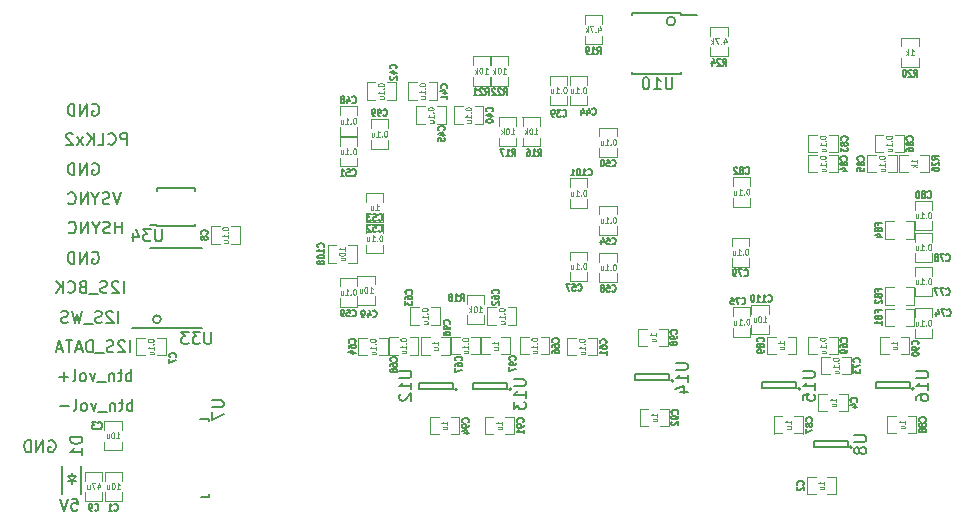
<source format=gbo>
G04 #@! TF.FileFunction,Legend,Bot*
%FSLAX46Y46*%
G04 Gerber Fmt 4.6, Leading zero omitted, Abs format (unit mm)*
G04 Created by KiCad (PCBNEW 4.0.4+dfsg1-stable) date Tue Oct 11 00:50:57 2016*
%MOMM*%
%LPD*%
G01*
G04 APERTURE LIST*
%ADD10C,0.150000*%
%ADD11C,0.119380*%
%ADD12C,0.127000*%
%ADD13C,0.114300*%
G04 APERTURE END LIST*
D10*
X104593800Y-59253400D02*
G75*
G03X104593800Y-59253400I-100000J0D01*
G01*
X104243800Y-58703400D02*
X104243800Y-59203400D01*
X101343800Y-58703400D02*
X104243800Y-58703400D01*
X101343800Y-59203400D02*
X101343800Y-58703400D01*
X104243800Y-59203400D02*
X101343800Y-59203400D01*
X114190000Y-59253400D02*
G75*
G03X114190000Y-59253400I-100000J0D01*
G01*
X113840000Y-58703400D02*
X113840000Y-59203400D01*
X110940000Y-58703400D02*
X113840000Y-58703400D01*
X110940000Y-59203400D02*
X110940000Y-58703400D01*
X113840000Y-59203400D02*
X110940000Y-59203400D01*
X75500000Y-59324600D02*
G75*
G03X75500000Y-59324600I-100000J0D01*
G01*
X75150000Y-58774600D02*
X75150000Y-59274600D01*
X72250000Y-58774600D02*
X75150000Y-58774600D01*
X72250000Y-59274600D02*
X72250000Y-58774600D01*
X75150000Y-59274600D02*
X72250000Y-59274600D01*
X80106000Y-59302600D02*
G75*
G03X80106000Y-59302600I-100000J0D01*
G01*
X79756000Y-58752600D02*
X79756000Y-59252600D01*
X76856000Y-58752600D02*
X79756000Y-58752600D01*
X76856000Y-59252600D02*
X76856000Y-58752600D01*
X79756000Y-59252600D02*
X76856000Y-59252600D01*
X93834000Y-58578000D02*
G75*
G03X93834000Y-58578000I-100000J0D01*
G01*
X93484000Y-58028000D02*
X93484000Y-58528000D01*
X90584000Y-58028000D02*
X93484000Y-58028000D01*
X90584000Y-58528000D02*
X90584000Y-58028000D01*
X93484000Y-58528000D02*
X90584000Y-58528000D01*
D11*
X113497380Y-45076940D02*
X114195880Y-45076940D01*
X112496620Y-45076940D02*
X111798120Y-45076940D01*
X113497380Y-46545060D02*
X114195880Y-46545060D01*
X111798120Y-46545060D02*
X112496620Y-46545060D01*
X114236520Y-46547600D02*
X114236520Y-45074400D01*
X111757480Y-45074400D02*
X111757480Y-46547600D01*
X113489380Y-50672940D02*
X114187880Y-50672940D01*
X112488620Y-50672940D02*
X111790120Y-50672940D01*
X113489380Y-52141060D02*
X114187880Y-52141060D01*
X111790120Y-52141060D02*
X112488620Y-52141060D01*
X114228520Y-52143600D02*
X114228520Y-50670400D01*
X111749480Y-50670400D02*
X111749480Y-52143600D01*
X113492380Y-52486940D02*
X114190880Y-52486940D01*
X112491620Y-52486940D02*
X111793120Y-52486940D01*
X113492380Y-53955060D02*
X114190880Y-53955060D01*
X111793120Y-53955060D02*
X112491620Y-53955060D01*
X114231520Y-53957600D02*
X114231520Y-52484400D01*
X111752480Y-52484400D02*
X111752480Y-53957600D01*
X114700380Y-39465940D02*
X115398880Y-39465940D01*
X113699620Y-39465940D02*
X113001120Y-39465940D01*
X114700380Y-40934060D02*
X115398880Y-40934060D01*
X113001120Y-40934060D02*
X113699620Y-40934060D01*
X115439520Y-40936600D02*
X115439520Y-39463400D01*
X112960480Y-39463400D02*
X112960480Y-40936600D01*
X96952140Y-29356420D02*
X96952140Y-28657920D01*
X96952140Y-30357180D02*
X96952140Y-31055680D01*
X98420260Y-29356420D02*
X98420260Y-28657920D01*
X98420260Y-31055680D02*
X98420260Y-30357180D01*
X98422800Y-28617280D02*
X96949600Y-28617280D01*
X96949600Y-31096320D02*
X98422800Y-31096320D01*
X78381940Y-31848620D02*
X78381940Y-31150120D01*
X78381940Y-32849380D02*
X78381940Y-33547880D01*
X79850060Y-31848620D02*
X79850060Y-31150120D01*
X79850060Y-33547880D02*
X79850060Y-32849380D01*
X79852600Y-31109480D02*
X78379400Y-31109480D01*
X78379400Y-33588520D02*
X79852600Y-33588520D01*
X76832940Y-31848620D02*
X76832940Y-31150120D01*
X76832940Y-32849380D02*
X76832940Y-33547880D01*
X78301060Y-31848620D02*
X78301060Y-31150120D01*
X78301060Y-33547880D02*
X78301060Y-32849380D01*
X78303600Y-31109480D02*
X76830400Y-31109480D01*
X76830400Y-33588520D02*
X78303600Y-33588520D01*
X113138940Y-30284620D02*
X113138940Y-29586120D01*
X113138940Y-31285380D02*
X113138940Y-31983880D01*
X114607060Y-30284620D02*
X114607060Y-29586120D01*
X114607060Y-31983880D02*
X114607060Y-31285380D01*
X114609600Y-29545480D02*
X113136400Y-29545480D01*
X113136400Y-32024520D02*
X114609600Y-32024520D01*
X86309540Y-28365820D02*
X86309540Y-27667320D01*
X86309540Y-29366580D02*
X86309540Y-30065080D01*
X87777660Y-28365820D02*
X87777660Y-27667320D01*
X87777660Y-30065080D02*
X87777660Y-29366580D01*
X87780200Y-27626680D02*
X86307000Y-27626680D01*
X86307000Y-30105720D02*
X87780200Y-30105720D01*
X77823060Y-53052980D02*
X77823060Y-53751480D01*
X77823060Y-52052220D02*
X77823060Y-51353720D01*
X76354940Y-53052980D02*
X76354940Y-53751480D01*
X76354940Y-51353720D02*
X76354940Y-52052220D01*
X76352400Y-53792120D02*
X77825600Y-53792120D01*
X77825600Y-51313080D02*
X76352400Y-51313080D01*
X80540860Y-37990780D02*
X80540860Y-38689280D01*
X80540860Y-36990020D02*
X80540860Y-36291520D01*
X79072740Y-37990780D02*
X79072740Y-38689280D01*
X79072740Y-36291520D02*
X79072740Y-36990020D01*
X79070200Y-38729920D02*
X80543400Y-38729920D01*
X80543400Y-36250880D02*
X79070200Y-36250880D01*
X81053940Y-36990020D02*
X81053940Y-36291520D01*
X81053940Y-37990780D02*
X81053940Y-38689280D01*
X82522060Y-36990020D02*
X82522060Y-36291520D01*
X82522060Y-38689280D02*
X82522060Y-37990780D01*
X82524600Y-36250880D02*
X81051400Y-36250880D01*
X81051400Y-38729920D02*
X82524600Y-38729920D01*
X101884060Y-53904380D02*
X101884060Y-54602880D01*
X101884060Y-52903620D02*
X101884060Y-52205120D01*
X100415940Y-53904380D02*
X100415940Y-54602880D01*
X100415940Y-52205120D02*
X100415940Y-52903620D01*
X100413400Y-54643520D02*
X101886600Y-54643520D01*
X101886600Y-52164480D02*
X100413400Y-52164480D01*
X65290620Y-48593060D02*
X64592120Y-48593060D01*
X66291380Y-48593060D02*
X66989880Y-48593060D01*
X65290620Y-47124940D02*
X64592120Y-47124940D01*
X66989880Y-47124940D02*
X66291380Y-47124940D01*
X64551480Y-47122400D02*
X64551480Y-48595600D01*
X67030520Y-48595600D02*
X67030520Y-47122400D01*
X67072940Y-50431620D02*
X67072940Y-49733120D01*
X67072940Y-51432380D02*
X67072940Y-52130880D01*
X68541060Y-50431620D02*
X68541060Y-49733120D01*
X68541060Y-52130880D02*
X68541060Y-51432380D01*
X68543600Y-49692480D02*
X67070400Y-49692480D01*
X67070400Y-52171520D02*
X68543600Y-52171520D01*
X85065940Y-42199620D02*
X85065940Y-41501120D01*
X85065940Y-43200380D02*
X85065940Y-43898880D01*
X86534060Y-42199620D02*
X86534060Y-41501120D01*
X86534060Y-43898880D02*
X86534060Y-43200380D01*
X86536600Y-41460480D02*
X85063400Y-41460480D01*
X85063400Y-43939520D02*
X86536600Y-43939520D01*
X69669660Y-38193980D02*
X69669660Y-38892480D01*
X69669660Y-37193220D02*
X69669660Y-36494720D01*
X68201540Y-38193980D02*
X68201540Y-38892480D01*
X68201540Y-36494720D02*
X68201540Y-37193220D01*
X68199000Y-38933120D02*
X69672200Y-38933120D01*
X69672200Y-36454080D02*
X68199000Y-36454080D01*
X91600020Y-55648860D02*
X90901520Y-55648860D01*
X92600780Y-55648860D02*
X93299280Y-55648860D01*
X91600020Y-54180740D02*
X90901520Y-54180740D01*
X93299280Y-54180740D02*
X92600780Y-54180740D01*
X90860880Y-54178200D02*
X90860880Y-55651400D01*
X93339920Y-55651400D02*
X93339920Y-54178200D01*
X78259620Y-56359060D02*
X77561120Y-56359060D01*
X79260380Y-56359060D02*
X79958880Y-56359060D01*
X78259620Y-54890940D02*
X77561120Y-54890940D01*
X79958880Y-54890940D02*
X79260380Y-54890940D01*
X77520480Y-54888400D02*
X77520480Y-56361600D01*
X79999520Y-56361600D02*
X79999520Y-54888400D01*
X73185020Y-56364060D02*
X72486520Y-56364060D01*
X74185780Y-56364060D02*
X74884280Y-56364060D01*
X73185020Y-54895940D02*
X72486520Y-54895940D01*
X74884280Y-54895940D02*
X74185780Y-54895940D01*
X72445880Y-54893400D02*
X72445880Y-56366600D01*
X74924920Y-56366600D02*
X74924920Y-54893400D01*
X73967620Y-63124660D02*
X73269120Y-63124660D01*
X74968380Y-63124660D02*
X75666880Y-63124660D01*
X73967620Y-61656540D02*
X73269120Y-61656540D01*
X75666880Y-61656540D02*
X74968380Y-61656540D01*
X73228480Y-61654000D02*
X73228480Y-63127200D01*
X75707520Y-63127200D02*
X75707520Y-61654000D01*
X91701620Y-62430660D02*
X91003120Y-62430660D01*
X92702380Y-62430660D02*
X93400880Y-62430660D01*
X91701620Y-60962540D02*
X91003120Y-60962540D01*
X93400880Y-60962540D02*
X92702380Y-60962540D01*
X90962480Y-60960000D02*
X90962480Y-62433200D01*
X93441520Y-62433200D02*
X93441520Y-60960000D01*
X78596620Y-63129660D02*
X77898120Y-63129660D01*
X79597380Y-63129660D02*
X80295880Y-63129660D01*
X78596620Y-61661540D02*
X77898120Y-61661540D01*
X80295880Y-61661540D02*
X79597380Y-61661540D01*
X77857480Y-61659000D02*
X77857480Y-63132200D01*
X80336520Y-63132200D02*
X80336520Y-61659000D01*
X112058220Y-56334660D02*
X111359720Y-56334660D01*
X113058980Y-56334660D02*
X113757480Y-56334660D01*
X112058220Y-54866540D02*
X111359720Y-54866540D01*
X113757480Y-54866540D02*
X113058980Y-54866540D01*
X111319080Y-54864000D02*
X111319080Y-56337200D01*
X113798120Y-56337200D02*
X113798120Y-54864000D01*
X102499620Y-56334060D02*
X101801120Y-56334060D01*
X103500380Y-56334060D02*
X104198880Y-56334060D01*
X102499620Y-54865940D02*
X101801120Y-54865940D01*
X104198880Y-54865940D02*
X103500380Y-54865940D01*
X101760480Y-54863400D02*
X101760480Y-56336600D01*
X104239520Y-56336600D02*
X104239520Y-54863400D01*
X112666620Y-63045060D02*
X111968120Y-63045060D01*
X113667380Y-63045060D02*
X114365880Y-63045060D01*
X112666620Y-61576940D02*
X111968120Y-61576940D01*
X114365880Y-61576940D02*
X113667380Y-61576940D01*
X111927480Y-61574400D02*
X111927480Y-63047600D01*
X114406520Y-63047600D02*
X114406520Y-61574400D01*
X103060620Y-63050060D02*
X102362120Y-63050060D01*
X104061380Y-63050060D02*
X104759880Y-63050060D01*
X103060620Y-61581940D02*
X102362120Y-61581940D01*
X104759880Y-61581940D02*
X104061380Y-61581940D01*
X102321480Y-61579400D02*
X102321480Y-63052600D01*
X104800520Y-63052600D02*
X104800520Y-61579400D01*
X111599620Y-39234060D02*
X110901120Y-39234060D01*
X112600380Y-39234060D02*
X113298880Y-39234060D01*
X111599620Y-37765940D02*
X110901120Y-37765940D01*
X113298880Y-37765940D02*
X112600380Y-37765940D01*
X110860480Y-37763400D02*
X110860480Y-39236600D01*
X113339520Y-39236600D02*
X113339520Y-37763400D01*
X112000380Y-39465940D02*
X112698880Y-39465940D01*
X110999620Y-39465940D02*
X110301120Y-39465940D01*
X112000380Y-40934060D02*
X112698880Y-40934060D01*
X110301120Y-40934060D02*
X110999620Y-40934060D01*
X112739520Y-40936600D02*
X112739520Y-39463400D01*
X110260480Y-39463400D02*
X110260480Y-40936600D01*
X105999620Y-40934060D02*
X105301120Y-40934060D01*
X107000380Y-40934060D02*
X107698880Y-40934060D01*
X105999620Y-39465940D02*
X105301120Y-39465940D01*
X107698880Y-39465940D02*
X107000380Y-39465940D01*
X105260480Y-39463400D02*
X105260480Y-40936600D01*
X107739520Y-40936600D02*
X107739520Y-39463400D01*
X107000380Y-37765940D02*
X107698880Y-37765940D01*
X105999620Y-37765940D02*
X105301120Y-37765940D01*
X107000380Y-39234060D02*
X107698880Y-39234060D01*
X105301120Y-39234060D02*
X105999620Y-39234060D01*
X107739520Y-39236600D02*
X107739520Y-37763400D01*
X105260480Y-37763400D02*
X105260480Y-39236600D01*
X100334060Y-43100380D02*
X100334060Y-43798880D01*
X100334060Y-42099620D02*
X100334060Y-41401120D01*
X98865940Y-43100380D02*
X98865940Y-43798880D01*
X98865940Y-41401120D02*
X98865940Y-42099620D01*
X98863400Y-43839520D02*
X100336600Y-43839520D01*
X100336600Y-41360480D02*
X98863400Y-41360480D01*
X114265940Y-44099620D02*
X114265940Y-43401120D01*
X114265940Y-45100380D02*
X114265940Y-45798880D01*
X115734060Y-44099620D02*
X115734060Y-43401120D01*
X115734060Y-45798880D02*
X115734060Y-45100380D01*
X115736600Y-43360480D02*
X114263400Y-43360480D01*
X114263400Y-45839520D02*
X115736600Y-45839520D01*
X98765940Y-47199620D02*
X98765940Y-46501120D01*
X98765940Y-48200380D02*
X98765940Y-48898880D01*
X100234060Y-47199620D02*
X100234060Y-46501120D01*
X100234060Y-48898880D02*
X100234060Y-48200380D01*
X100236600Y-46460480D02*
X98763400Y-46460480D01*
X98763400Y-48939520D02*
X100236600Y-48939520D01*
X114265940Y-46799620D02*
X114265940Y-46101120D01*
X114265940Y-47800380D02*
X114265940Y-48498880D01*
X115734060Y-46799620D02*
X115734060Y-46101120D01*
X115734060Y-48498880D02*
X115734060Y-47800380D01*
X115736600Y-46060480D02*
X114263400Y-46060480D01*
X114263400Y-48539520D02*
X115736600Y-48539520D01*
X114265940Y-49699620D02*
X114265940Y-49001120D01*
X114265940Y-50700380D02*
X114265940Y-51398880D01*
X115734060Y-49699620D02*
X115734060Y-49001120D01*
X115734060Y-51398880D02*
X115734060Y-50700380D01*
X115736600Y-48960480D02*
X114263400Y-48960480D01*
X114263400Y-51439520D02*
X115736600Y-51439520D01*
X100334060Y-54100380D02*
X100334060Y-54798880D01*
X100334060Y-53099620D02*
X100334060Y-52401120D01*
X98865940Y-54100380D02*
X98865940Y-54798880D01*
X98865940Y-52401120D02*
X98865940Y-53099620D01*
X98863400Y-54839520D02*
X100336600Y-54839520D01*
X100336600Y-52360480D02*
X98863400Y-52360480D01*
X115734060Y-54200380D02*
X115734060Y-54898880D01*
X115734060Y-53199620D02*
X115734060Y-52501120D01*
X114265940Y-54200380D02*
X114265940Y-54898880D01*
X114265940Y-52501120D02*
X114265940Y-53199620D01*
X114263400Y-54939520D02*
X115736600Y-54939520D01*
X115736600Y-52460480D02*
X114263400Y-52460480D01*
X107099620Y-58034060D02*
X106401120Y-58034060D01*
X108100380Y-58034060D02*
X108798880Y-58034060D01*
X107099620Y-56565940D02*
X106401120Y-56565940D01*
X108798880Y-56565940D02*
X108100380Y-56565940D01*
X106360480Y-56563400D02*
X106360480Y-58036600D01*
X108839520Y-58036600D02*
X108839520Y-56563400D01*
X105999620Y-56334060D02*
X105301120Y-56334060D01*
X107000380Y-56334060D02*
X107698880Y-56334060D01*
X105999620Y-54865940D02*
X105301120Y-54865940D01*
X107698880Y-54865940D02*
X107000380Y-54865940D01*
X105260480Y-54863400D02*
X105260480Y-56336600D01*
X107739520Y-56336600D02*
X107739520Y-54863400D01*
X71500380Y-54895940D02*
X72198880Y-54895940D01*
X70499620Y-54895940D02*
X69801120Y-54895940D01*
X71500380Y-56364060D02*
X72198880Y-56364060D01*
X69801120Y-56364060D02*
X70499620Y-56364060D01*
X72239520Y-56366600D02*
X72239520Y-54893400D01*
X69760480Y-54893400D02*
X69760480Y-56366600D01*
X76719380Y-54890940D02*
X77417880Y-54890940D01*
X75718620Y-54890940D02*
X75020120Y-54890940D01*
X76719380Y-56359060D02*
X77417880Y-56359060D01*
X75020120Y-56359060D02*
X75718620Y-56359060D01*
X77458520Y-56361600D02*
X77458520Y-54888400D01*
X74979480Y-54888400D02*
X74979480Y-56361600D01*
X81587620Y-56355060D02*
X80889120Y-56355060D01*
X82588380Y-56355060D02*
X83286880Y-56355060D01*
X81587620Y-54886940D02*
X80889120Y-54886940D01*
X83286880Y-54886940D02*
X82588380Y-54886940D01*
X80848480Y-54884400D02*
X80848480Y-56357600D01*
X83327520Y-56357600D02*
X83327520Y-54884400D01*
X67899620Y-56434060D02*
X67201120Y-56434060D01*
X68900380Y-56434060D02*
X69598880Y-56434060D01*
X67899620Y-54965940D02*
X67201120Y-54965940D01*
X69598880Y-54965940D02*
X68900380Y-54965940D01*
X67160480Y-54963400D02*
X67160480Y-56436600D01*
X69639520Y-56436600D02*
X69639520Y-54963400D01*
X73300380Y-52365940D02*
X73998880Y-52365940D01*
X72299620Y-52365940D02*
X71601120Y-52365940D01*
X73300380Y-53834060D02*
X73998880Y-53834060D01*
X71601120Y-53834060D02*
X72299620Y-53834060D01*
X74039520Y-53836600D02*
X74039520Y-52363400D01*
X71560480Y-52363400D02*
X71560480Y-53836600D01*
X79800380Y-52365940D02*
X80498880Y-52365940D01*
X78799620Y-52365940D02*
X78101120Y-52365940D01*
X79800380Y-53834060D02*
X80498880Y-53834060D01*
X78101120Y-53834060D02*
X78799620Y-53834060D01*
X80539520Y-53836600D02*
X80539520Y-52363400D01*
X78060480Y-52363400D02*
X78060480Y-53836600D01*
X86600380Y-54965940D02*
X87298880Y-54965940D01*
X85599620Y-54965940D02*
X84901120Y-54965940D01*
X86600380Y-56434060D02*
X87298880Y-56434060D01*
X84901120Y-56434060D02*
X85599620Y-56434060D01*
X87339520Y-56436600D02*
X87339520Y-54963400D01*
X84860480Y-54963400D02*
X84860480Y-56436600D01*
X65565940Y-50599620D02*
X65565940Y-49901120D01*
X65565940Y-51600380D02*
X65565940Y-52298880D01*
X67034060Y-50599620D02*
X67034060Y-49901120D01*
X67034060Y-52298880D02*
X67034060Y-51600380D01*
X67036600Y-49860480D02*
X65563400Y-49860480D01*
X65563400Y-52339520D02*
X67036600Y-52339520D01*
X87565940Y-48499620D02*
X87565940Y-47801120D01*
X87565940Y-49500380D02*
X87565940Y-50198880D01*
X89034060Y-48499620D02*
X89034060Y-47801120D01*
X89034060Y-50198880D02*
X89034060Y-49500380D01*
X89036600Y-47760480D02*
X87563400Y-47760480D01*
X87563400Y-50239520D02*
X89036600Y-50239520D01*
X85065940Y-48399620D02*
X85065940Y-47701120D01*
X85065940Y-49400380D02*
X85065940Y-50098880D01*
X86534060Y-48399620D02*
X86534060Y-47701120D01*
X86534060Y-50098880D02*
X86534060Y-49400380D01*
X86536600Y-47660480D02*
X85063400Y-47660480D01*
X85063400Y-50139520D02*
X86536600Y-50139520D01*
X87565940Y-44499620D02*
X87565940Y-43801120D01*
X87565940Y-45500380D02*
X87565940Y-46198880D01*
X89034060Y-44499620D02*
X89034060Y-43801120D01*
X89034060Y-46198880D02*
X89034060Y-45500380D01*
X89036600Y-43760480D02*
X87563400Y-43760480D01*
X87563400Y-46239520D02*
X89036600Y-46239520D01*
X69258060Y-47058380D02*
X69258060Y-47756880D01*
X69258060Y-46057620D02*
X69258060Y-45359120D01*
X67789940Y-47058380D02*
X67789940Y-47756880D01*
X67789940Y-45359120D02*
X67789940Y-46057620D01*
X67787400Y-47797520D02*
X69260600Y-47797520D01*
X69260600Y-45318480D02*
X67787400Y-45318480D01*
X65565940Y-38699620D02*
X65565940Y-38001120D01*
X65565940Y-39700380D02*
X65565940Y-40398880D01*
X67034060Y-38699620D02*
X67034060Y-38001120D01*
X67034060Y-40398880D02*
X67034060Y-39700380D01*
X67036600Y-37960480D02*
X65563400Y-37960480D01*
X65563400Y-40439520D02*
X67036600Y-40439520D01*
X87565940Y-37899620D02*
X87565940Y-37201120D01*
X87565940Y-38900380D02*
X87565940Y-39598880D01*
X89034060Y-37899620D02*
X89034060Y-37201120D01*
X89034060Y-39598880D02*
X89034060Y-38900380D01*
X89036600Y-37160480D02*
X87563400Y-37160480D01*
X87563400Y-39639520D02*
X89036600Y-39639520D01*
X67034060Y-37100380D02*
X67034060Y-37798880D01*
X67034060Y-36099620D02*
X67034060Y-35401120D01*
X65565940Y-37100380D02*
X65565940Y-37798880D01*
X65565940Y-35401120D02*
X65565940Y-36099620D01*
X65563400Y-37839520D02*
X67036600Y-37839520D01*
X67036600Y-35360480D02*
X65563400Y-35360480D01*
X72799620Y-36834060D02*
X72101120Y-36834060D01*
X73800380Y-36834060D02*
X74498880Y-36834060D01*
X72799620Y-35365940D02*
X72101120Y-35365940D01*
X74498880Y-35365940D02*
X73800380Y-35365940D01*
X72060480Y-35363400D02*
X72060480Y-36836600D01*
X74539520Y-36836600D02*
X74539520Y-35363400D01*
X85051940Y-33505620D02*
X85051940Y-32807120D01*
X85051940Y-34506380D02*
X85051940Y-35204880D01*
X86520060Y-33505620D02*
X86520060Y-32807120D01*
X86520060Y-35204880D02*
X86520060Y-34506380D01*
X86522600Y-32766480D02*
X85049400Y-32766480D01*
X85049400Y-35245520D02*
X86522600Y-35245520D01*
X68600620Y-34798060D02*
X67902120Y-34798060D01*
X69601380Y-34798060D02*
X70299880Y-34798060D01*
X68600620Y-33329940D02*
X67902120Y-33329940D01*
X70299880Y-33329940D02*
X69601380Y-33329940D01*
X67861480Y-33327400D02*
X67861480Y-34800600D01*
X70340520Y-34800600D02*
X70340520Y-33327400D01*
X73100380Y-33326940D02*
X73798880Y-33326940D01*
X72099620Y-33326940D02*
X71401120Y-33326940D01*
X73100380Y-34795060D02*
X73798880Y-34795060D01*
X71401120Y-34795060D02*
X72099620Y-34795060D01*
X73839520Y-34797600D02*
X73839520Y-33324400D01*
X71360480Y-33324400D02*
X71360480Y-34797600D01*
X75999620Y-36834060D02*
X75301120Y-36834060D01*
X77000380Y-36834060D02*
X77698880Y-36834060D01*
X75999620Y-35365940D02*
X75301120Y-35365940D01*
X77698880Y-35365940D02*
X77000380Y-35365940D01*
X75260480Y-35363400D02*
X75260480Y-36836600D01*
X77739520Y-36836600D02*
X77739520Y-35363400D01*
X83380940Y-33510620D02*
X83380940Y-32812120D01*
X83380940Y-34511380D02*
X83380940Y-35209880D01*
X84849060Y-33510620D02*
X84849060Y-32812120D01*
X84849060Y-35209880D02*
X84849060Y-34511380D01*
X84851600Y-32771480D02*
X83378400Y-32771480D01*
X83378400Y-35250520D02*
X84851600Y-35250520D01*
D10*
X94000754Y-28139760D02*
G75*
G03X94000754Y-28139760I-378554J0D01*
G01*
X94465300Y-27434200D02*
X94465300Y-27579200D01*
X90315300Y-27434200D02*
X90315300Y-27579200D01*
X90315300Y-32584200D02*
X90315300Y-32439200D01*
X94465300Y-32584200D02*
X94465300Y-32439200D01*
X94465300Y-27434200D02*
X90315300Y-27434200D01*
X94465300Y-32584200D02*
X90315300Y-32584200D01*
X94465300Y-27579200D02*
X95865300Y-27579200D01*
D11*
X45671940Y-67035620D02*
X45671940Y-66337120D01*
X45671940Y-68036380D02*
X45671940Y-68734880D01*
X47140060Y-67035620D02*
X47140060Y-66337120D01*
X47140060Y-68734880D02*
X47140060Y-68036380D01*
X47142600Y-66296480D02*
X45669400Y-66296480D01*
X45669400Y-68775520D02*
X47142600Y-68775520D01*
X106875380Y-66732940D02*
X107573880Y-66732940D01*
X105874620Y-66732940D02*
X105176120Y-66732940D01*
X106875380Y-68201060D02*
X107573880Y-68201060D01*
X105176120Y-68201060D02*
X105874620Y-68201060D01*
X107614520Y-68203600D02*
X107614520Y-66730400D01*
X105135480Y-66730400D02*
X105135480Y-68203600D01*
X47106060Y-63742380D02*
X47106060Y-64440880D01*
X47106060Y-62741620D02*
X47106060Y-62043120D01*
X45637940Y-63742380D02*
X45637940Y-64440880D01*
X45637940Y-62043120D02*
X45637940Y-62741620D01*
X45635400Y-64481520D02*
X47108600Y-64481520D01*
X47108600Y-62002480D02*
X45635400Y-62002480D01*
X106850620Y-61164060D02*
X106152120Y-61164060D01*
X107851380Y-61164060D02*
X108549880Y-61164060D01*
X106850620Y-59695940D02*
X106152120Y-59695940D01*
X108549880Y-59695940D02*
X107851380Y-59695940D01*
X106111480Y-59693400D02*
X106111480Y-61166600D01*
X108590520Y-61166600D02*
X108590520Y-59693400D01*
X67789940Y-43416620D02*
X67789940Y-42718120D01*
X67789940Y-44417380D02*
X67789940Y-45115880D01*
X69258060Y-43416620D02*
X69258060Y-42718120D01*
X69258060Y-45115880D02*
X69258060Y-44417380D01*
X69260600Y-42677480D02*
X67787400Y-42677480D01*
X67787400Y-45156520D02*
X69260600Y-45156520D01*
D10*
X54488180Y-61984740D02*
X54488180Y-62033000D01*
X53797300Y-68421000D02*
X54498340Y-68421000D01*
X54498340Y-68421000D02*
X54498340Y-68172080D01*
X54488180Y-61984740D02*
X54488180Y-61784080D01*
X54488180Y-61784080D02*
X53787140Y-61784080D01*
X108945000Y-64217000D02*
G75*
G03X108945000Y-64217000I-100000J0D01*
G01*
X108595000Y-63667000D02*
X108595000Y-64167000D01*
X105695000Y-63667000D02*
X108595000Y-63667000D01*
X105695000Y-64167000D02*
X105695000Y-63667000D01*
X108595000Y-64167000D02*
X105695000Y-64167000D01*
D11*
X49094620Y-56444060D02*
X48396120Y-56444060D01*
X50095380Y-56444060D02*
X50793880Y-56444060D01*
X49094620Y-54975940D02*
X48396120Y-54975940D01*
X50793880Y-54975940D02*
X50095380Y-54975940D01*
X48355480Y-54973400D02*
X48355480Y-56446600D01*
X50834520Y-56446600D02*
X50834520Y-54973400D01*
X56400380Y-45513940D02*
X57098880Y-45513940D01*
X55399620Y-45513940D02*
X54701120Y-45513940D01*
X56400380Y-46982060D02*
X57098880Y-46982060D01*
X54701120Y-46982060D02*
X55399620Y-46982060D01*
X57139520Y-46984600D02*
X57139520Y-45511400D01*
X54660480Y-45511400D02*
X54660480Y-46984600D01*
D10*
X50433538Y-53383080D02*
G75*
G03X50433538Y-53383080I-339838J0D01*
G01*
X49507000Y-47336000D02*
X53957000Y-47336000D01*
X47982000Y-54086000D02*
X53957000Y-54086000D01*
D11*
X44017940Y-67035620D02*
X44017940Y-66337120D01*
X44017940Y-68036380D02*
X44017940Y-68734880D01*
X45486060Y-67035620D02*
X45486060Y-66337120D01*
X45486060Y-68734880D02*
X45486060Y-68036380D01*
X45488600Y-66296480D02*
X44015400Y-66296480D01*
X44015400Y-68775520D02*
X45488600Y-68775520D01*
D10*
X42893000Y-66616000D02*
X42893000Y-66366000D01*
X42893000Y-67116000D02*
X42893000Y-67366000D01*
X42893000Y-67116000D02*
X43243000Y-66616000D01*
X43243000Y-66616000D02*
X42543000Y-66616000D01*
X42543000Y-66616000D02*
X42893000Y-67116000D01*
X43243000Y-67116000D02*
X42543000Y-67116000D01*
X42093000Y-68166000D02*
X42093000Y-65766000D01*
X43693000Y-68166000D02*
X43693000Y-65766000D01*
X50107000Y-45516000D02*
X50107000Y-45391000D01*
X53357000Y-45516000D02*
X53357000Y-45291000D01*
X53357000Y-42266000D02*
X53357000Y-42491000D01*
X50107000Y-42266000D02*
X50107000Y-42491000D01*
X50107000Y-45516000D02*
X53357000Y-45516000D01*
X50107000Y-42266000D02*
X53357000Y-42266000D01*
X50107000Y-45391000D02*
X49532000Y-45391000D01*
X104796181Y-57765305D02*
X105605705Y-57765305D01*
X105700943Y-57812924D01*
X105748562Y-57860543D01*
X105796181Y-57955781D01*
X105796181Y-58146258D01*
X105748562Y-58241496D01*
X105700943Y-58289115D01*
X105605705Y-58336734D01*
X104796181Y-58336734D01*
X105796181Y-59336734D02*
X105796181Y-58765305D01*
X105796181Y-59051019D02*
X104796181Y-59051019D01*
X104939038Y-58955781D01*
X105034276Y-58860543D01*
X105081895Y-58765305D01*
X104796181Y-60241496D02*
X104796181Y-59765305D01*
X105272371Y-59717686D01*
X105224752Y-59765305D01*
X105177133Y-59860543D01*
X105177133Y-60098639D01*
X105224752Y-60193877D01*
X105272371Y-60241496D01*
X105367610Y-60289115D01*
X105605705Y-60289115D01*
X105700943Y-60241496D01*
X105748562Y-60193877D01*
X105796181Y-60098639D01*
X105796181Y-59860543D01*
X105748562Y-59765305D01*
X105700943Y-59717686D01*
X114392381Y-57765305D02*
X115201905Y-57765305D01*
X115297143Y-57812924D01*
X115344762Y-57860543D01*
X115392381Y-57955781D01*
X115392381Y-58146258D01*
X115344762Y-58241496D01*
X115297143Y-58289115D01*
X115201905Y-58336734D01*
X114392381Y-58336734D01*
X115392381Y-59336734D02*
X115392381Y-58765305D01*
X115392381Y-59051019D02*
X114392381Y-59051019D01*
X114535238Y-58955781D01*
X114630476Y-58860543D01*
X114678095Y-58765305D01*
X114392381Y-60193877D02*
X114392381Y-60003400D01*
X114440000Y-59908162D01*
X114487619Y-59860543D01*
X114630476Y-59765305D01*
X114820952Y-59717686D01*
X115201905Y-59717686D01*
X115297143Y-59765305D01*
X115344762Y-59812924D01*
X115392381Y-59908162D01*
X115392381Y-60098639D01*
X115344762Y-60193877D01*
X115297143Y-60241496D01*
X115201905Y-60289115D01*
X114963810Y-60289115D01*
X114868571Y-60241496D01*
X114820952Y-60193877D01*
X114773333Y-60098639D01*
X114773333Y-59908162D01*
X114820952Y-59812924D01*
X114868571Y-59765305D01*
X114963810Y-59717686D01*
X70638381Y-57751505D02*
X71447905Y-57751505D01*
X71543143Y-57799124D01*
X71590762Y-57846743D01*
X71638381Y-57941981D01*
X71638381Y-58132458D01*
X71590762Y-58227696D01*
X71543143Y-58275315D01*
X71447905Y-58322934D01*
X70638381Y-58322934D01*
X71638381Y-59322934D02*
X71638381Y-58751505D01*
X71638381Y-59037219D02*
X70638381Y-59037219D01*
X70781238Y-58941981D01*
X70876476Y-58846743D01*
X70924095Y-58751505D01*
X70733619Y-59703886D02*
X70686000Y-59751505D01*
X70638381Y-59846743D01*
X70638381Y-60084839D01*
X70686000Y-60180077D01*
X70733619Y-60227696D01*
X70828857Y-60275315D01*
X70924095Y-60275315D01*
X71066952Y-60227696D01*
X71638381Y-59656267D01*
X71638381Y-60275315D01*
X80308381Y-58464905D02*
X81117905Y-58464905D01*
X81213143Y-58512524D01*
X81260762Y-58560143D01*
X81308381Y-58655381D01*
X81308381Y-58845858D01*
X81260762Y-58941096D01*
X81213143Y-58988715D01*
X81117905Y-59036334D01*
X80308381Y-59036334D01*
X81308381Y-60036334D02*
X81308381Y-59464905D01*
X81308381Y-59750619D02*
X80308381Y-59750619D01*
X80451238Y-59655381D01*
X80546476Y-59560143D01*
X80594095Y-59464905D01*
X80308381Y-60369667D02*
X80308381Y-60988715D01*
X80689333Y-60655381D01*
X80689333Y-60798239D01*
X80736952Y-60893477D01*
X80784571Y-60941096D01*
X80879810Y-60988715D01*
X81117905Y-60988715D01*
X81213143Y-60941096D01*
X81260762Y-60893477D01*
X81308381Y-60798239D01*
X81308381Y-60512524D01*
X81260762Y-60417286D01*
X81213143Y-60369667D01*
X94036381Y-57089905D02*
X94845905Y-57089905D01*
X94941143Y-57137524D01*
X94988762Y-57185143D01*
X95036381Y-57280381D01*
X95036381Y-57470858D01*
X94988762Y-57566096D01*
X94941143Y-57613715D01*
X94845905Y-57661334D01*
X94036381Y-57661334D01*
X95036381Y-58661334D02*
X95036381Y-58089905D01*
X95036381Y-58375619D02*
X94036381Y-58375619D01*
X94179238Y-58280381D01*
X94274476Y-58185143D01*
X94322095Y-58089905D01*
X94369714Y-59518477D02*
X95036381Y-59518477D01*
X93988762Y-59280381D02*
X94703048Y-59042286D01*
X94703048Y-59661334D01*
D12*
X111177271Y-45387667D02*
X111177271Y-45218333D01*
X111483281Y-45218333D02*
X110899081Y-45218333D01*
X110899081Y-45460238D01*
X111177271Y-45823096D02*
X111205090Y-45895667D01*
X111232910Y-45919858D01*
X111288548Y-45944048D01*
X111372005Y-45944048D01*
X111427643Y-45919858D01*
X111455462Y-45895667D01*
X111483281Y-45847286D01*
X111483281Y-45653762D01*
X110899081Y-45653762D01*
X110899081Y-45823096D01*
X110926900Y-45871477D01*
X110954719Y-45895667D01*
X111010357Y-45919858D01*
X111065995Y-45919858D01*
X111121633Y-45895667D01*
X111149452Y-45871477D01*
X111177271Y-45823096D01*
X111177271Y-45653762D01*
X111093814Y-46379477D02*
X111483281Y-46379477D01*
X110871262Y-46258524D02*
X111288548Y-46137572D01*
X111288548Y-46452048D01*
X111169271Y-50983667D02*
X111169271Y-50814333D01*
X111475281Y-50814333D02*
X110891081Y-50814333D01*
X110891081Y-51056238D01*
X111169271Y-51419096D02*
X111197090Y-51491667D01*
X111224910Y-51515858D01*
X111280548Y-51540048D01*
X111364005Y-51540048D01*
X111419643Y-51515858D01*
X111447462Y-51491667D01*
X111475281Y-51443286D01*
X111475281Y-51249762D01*
X110891081Y-51249762D01*
X110891081Y-51419096D01*
X110918900Y-51467477D01*
X110946719Y-51491667D01*
X111002357Y-51515858D01*
X111057995Y-51515858D01*
X111113633Y-51491667D01*
X111141452Y-51467477D01*
X111169271Y-51419096D01*
X111169271Y-51249762D01*
X110946719Y-51733572D02*
X110918900Y-51757762D01*
X110891081Y-51806143D01*
X110891081Y-51927096D01*
X110918900Y-51975477D01*
X110946719Y-51999667D01*
X111002357Y-52023858D01*
X111057995Y-52023858D01*
X111141452Y-51999667D01*
X111475281Y-51709381D01*
X111475281Y-52023858D01*
X111172271Y-52797667D02*
X111172271Y-52628333D01*
X111478281Y-52628333D02*
X110894081Y-52628333D01*
X110894081Y-52870238D01*
X111172271Y-53233096D02*
X111200090Y-53305667D01*
X111227910Y-53329858D01*
X111283548Y-53354048D01*
X111367005Y-53354048D01*
X111422643Y-53329858D01*
X111450462Y-53305667D01*
X111478281Y-53257286D01*
X111478281Y-53063762D01*
X110894081Y-53063762D01*
X110894081Y-53233096D01*
X110921900Y-53281477D01*
X110949719Y-53305667D01*
X111005357Y-53329858D01*
X111060995Y-53329858D01*
X111116633Y-53305667D01*
X111144452Y-53281477D01*
X111172271Y-53233096D01*
X111172271Y-53063762D01*
X111478281Y-53837858D02*
X111478281Y-53547572D01*
X111478281Y-53692715D02*
X110894081Y-53692715D01*
X110977538Y-53644334D01*
X111033176Y-53595953D01*
X111060995Y-53547572D01*
X116281281Y-39856428D02*
X116003090Y-39687095D01*
X116281281Y-39566142D02*
X115697081Y-39566142D01*
X115697081Y-39759666D01*
X115724900Y-39808047D01*
X115752719Y-39832238D01*
X115808357Y-39856428D01*
X115891814Y-39856428D01*
X115947452Y-39832238D01*
X115975271Y-39808047D01*
X116003090Y-39759666D01*
X116003090Y-39566142D01*
X115752719Y-40049952D02*
X115724900Y-40074142D01*
X115697081Y-40122523D01*
X115697081Y-40243476D01*
X115724900Y-40291857D01*
X115752719Y-40316047D01*
X115808357Y-40340238D01*
X115863995Y-40340238D01*
X115947452Y-40316047D01*
X116281281Y-40025761D01*
X116281281Y-40340238D01*
X115697081Y-40775667D02*
X115697081Y-40678905D01*
X115724900Y-40630524D01*
X115752719Y-40606333D01*
X115836176Y-40557952D01*
X115947452Y-40533762D01*
X116170005Y-40533762D01*
X116225643Y-40557952D01*
X116253462Y-40582143D01*
X116281281Y-40630524D01*
X116281281Y-40727286D01*
X116253462Y-40775667D01*
X116225643Y-40799857D01*
X116170005Y-40824048D01*
X116030910Y-40824048D01*
X115975271Y-40799857D01*
X115947452Y-40775667D01*
X115919633Y-40727286D01*
X115919633Y-40630524D01*
X115947452Y-40582143D01*
X115975271Y-40557952D01*
X116030910Y-40533762D01*
D13*
X114429810Y-40145572D02*
X114429810Y-39884315D01*
X114429810Y-40014943D02*
X113921810Y-40014943D01*
X113994381Y-39971400D01*
X114042762Y-39927858D01*
X114066952Y-39884315D01*
X114429810Y-40341515D02*
X113921810Y-40341515D01*
X114236286Y-40385058D02*
X114429810Y-40515687D01*
X114091143Y-40515687D02*
X114284667Y-40341515D01*
D12*
X98012772Y-31899081D02*
X98182105Y-31620890D01*
X98303058Y-31899081D02*
X98303058Y-31314881D01*
X98109534Y-31314881D01*
X98061153Y-31342700D01*
X98036962Y-31370519D01*
X98012772Y-31426157D01*
X98012772Y-31509614D01*
X98036962Y-31565252D01*
X98061153Y-31593071D01*
X98109534Y-31620890D01*
X98303058Y-31620890D01*
X97819248Y-31370519D02*
X97795058Y-31342700D01*
X97746677Y-31314881D01*
X97625724Y-31314881D01*
X97577343Y-31342700D01*
X97553153Y-31370519D01*
X97528962Y-31426157D01*
X97528962Y-31481795D01*
X97553153Y-31565252D01*
X97843439Y-31899081D01*
X97528962Y-31899081D01*
X97093533Y-31509614D02*
X97093533Y-31899081D01*
X97214486Y-31287062D02*
X97335438Y-31704348D01*
X97020962Y-31704348D01*
D13*
X98110743Y-29747943D02*
X98110743Y-30086610D01*
X98219600Y-29554419D02*
X98328457Y-29917276D01*
X98045429Y-29917276D01*
X97871257Y-30038229D02*
X97849485Y-30062419D01*
X97871257Y-30086610D01*
X97893028Y-30062419D01*
X97871257Y-30038229D01*
X97871257Y-30086610D01*
X97697086Y-29578610D02*
X97392286Y-29578610D01*
X97588229Y-30086610D01*
X97218114Y-30086610D02*
X97218114Y-29578610D01*
X97174571Y-29893086D02*
X97043942Y-30086610D01*
X97043942Y-29747943D02*
X97218114Y-29941467D01*
D12*
X79442572Y-34391281D02*
X79611905Y-34113090D01*
X79732858Y-34391281D02*
X79732858Y-33807081D01*
X79539334Y-33807081D01*
X79490953Y-33834900D01*
X79466762Y-33862719D01*
X79442572Y-33918357D01*
X79442572Y-34001814D01*
X79466762Y-34057452D01*
X79490953Y-34085271D01*
X79539334Y-34113090D01*
X79732858Y-34113090D01*
X79249048Y-33862719D02*
X79224858Y-33834900D01*
X79176477Y-33807081D01*
X79055524Y-33807081D01*
X79007143Y-33834900D01*
X78982953Y-33862719D01*
X78958762Y-33918357D01*
X78958762Y-33973995D01*
X78982953Y-34057452D01*
X79273239Y-34391281D01*
X78958762Y-34391281D01*
X78765238Y-33862719D02*
X78741048Y-33834900D01*
X78692667Y-33807081D01*
X78571714Y-33807081D01*
X78523333Y-33834900D01*
X78499143Y-33862719D01*
X78474952Y-33918357D01*
X78474952Y-33973995D01*
X78499143Y-34057452D01*
X78789429Y-34391281D01*
X78474952Y-34391281D01*
D13*
X79388143Y-32578810D02*
X79649400Y-32578810D01*
X79518772Y-32578810D02*
X79518772Y-32070810D01*
X79562315Y-32143381D01*
X79605857Y-32191762D01*
X79649400Y-32215952D01*
X79105114Y-32070810D02*
X79061571Y-32070810D01*
X79018028Y-32095000D01*
X78996257Y-32119190D01*
X78974486Y-32167571D01*
X78952714Y-32264333D01*
X78952714Y-32385286D01*
X78974486Y-32482048D01*
X78996257Y-32530429D01*
X79018028Y-32554619D01*
X79061571Y-32578810D01*
X79105114Y-32578810D01*
X79148657Y-32554619D01*
X79170428Y-32530429D01*
X79192200Y-32482048D01*
X79213971Y-32385286D01*
X79213971Y-32264333D01*
X79192200Y-32167571D01*
X79170428Y-32119190D01*
X79148657Y-32095000D01*
X79105114Y-32070810D01*
X78756771Y-32578810D02*
X78756771Y-32070810D01*
X78713228Y-32385286D02*
X78582599Y-32578810D01*
X78582599Y-32240143D02*
X78756771Y-32433667D01*
D12*
X77893572Y-34391281D02*
X78062905Y-34113090D01*
X78183858Y-34391281D02*
X78183858Y-33807081D01*
X77990334Y-33807081D01*
X77941953Y-33834900D01*
X77917762Y-33862719D01*
X77893572Y-33918357D01*
X77893572Y-34001814D01*
X77917762Y-34057452D01*
X77941953Y-34085271D01*
X77990334Y-34113090D01*
X78183858Y-34113090D01*
X77700048Y-33862719D02*
X77675858Y-33834900D01*
X77627477Y-33807081D01*
X77506524Y-33807081D01*
X77458143Y-33834900D01*
X77433953Y-33862719D01*
X77409762Y-33918357D01*
X77409762Y-33973995D01*
X77433953Y-34057452D01*
X77724239Y-34391281D01*
X77409762Y-34391281D01*
X76925952Y-34391281D02*
X77216238Y-34391281D01*
X77071095Y-34391281D02*
X77071095Y-33807081D01*
X77119476Y-33890538D01*
X77167857Y-33946176D01*
X77216238Y-33973995D01*
D13*
X77839143Y-32578810D02*
X78100400Y-32578810D01*
X77969772Y-32578810D02*
X77969772Y-32070810D01*
X78013315Y-32143381D01*
X78056857Y-32191762D01*
X78100400Y-32215952D01*
X77556114Y-32070810D02*
X77512571Y-32070810D01*
X77469028Y-32095000D01*
X77447257Y-32119190D01*
X77425486Y-32167571D01*
X77403714Y-32264333D01*
X77403714Y-32385286D01*
X77425486Y-32482048D01*
X77447257Y-32530429D01*
X77469028Y-32554619D01*
X77512571Y-32578810D01*
X77556114Y-32578810D01*
X77599657Y-32554619D01*
X77621428Y-32530429D01*
X77643200Y-32482048D01*
X77664971Y-32385286D01*
X77664971Y-32264333D01*
X77643200Y-32167571D01*
X77621428Y-32119190D01*
X77599657Y-32095000D01*
X77556114Y-32070810D01*
X77207771Y-32578810D02*
X77207771Y-32070810D01*
X77164228Y-32385286D02*
X77033599Y-32578810D01*
X77033599Y-32240143D02*
X77207771Y-32433667D01*
D12*
X114199572Y-32827281D02*
X114368905Y-32549090D01*
X114489858Y-32827281D02*
X114489858Y-32243081D01*
X114296334Y-32243081D01*
X114247953Y-32270900D01*
X114223762Y-32298719D01*
X114199572Y-32354357D01*
X114199572Y-32437814D01*
X114223762Y-32493452D01*
X114247953Y-32521271D01*
X114296334Y-32549090D01*
X114489858Y-32549090D01*
X114006048Y-32298719D02*
X113981858Y-32270900D01*
X113933477Y-32243081D01*
X113812524Y-32243081D01*
X113764143Y-32270900D01*
X113739953Y-32298719D01*
X113715762Y-32354357D01*
X113715762Y-32409995D01*
X113739953Y-32493452D01*
X114030239Y-32827281D01*
X113715762Y-32827281D01*
X113401286Y-32243081D02*
X113352905Y-32243081D01*
X113304524Y-32270900D01*
X113280333Y-32298719D01*
X113256143Y-32354357D01*
X113231952Y-32465633D01*
X113231952Y-32604729D01*
X113256143Y-32716005D01*
X113280333Y-32771643D01*
X113304524Y-32799462D01*
X113352905Y-32827281D01*
X113401286Y-32827281D01*
X113449667Y-32799462D01*
X113473857Y-32771643D01*
X113498048Y-32716005D01*
X113522238Y-32604729D01*
X113522238Y-32465633D01*
X113498048Y-32354357D01*
X113473857Y-32298719D01*
X113449667Y-32270900D01*
X113401286Y-32243081D01*
D13*
X113927428Y-31014810D02*
X114188685Y-31014810D01*
X114058057Y-31014810D02*
X114058057Y-30506810D01*
X114101600Y-30579381D01*
X114145142Y-30627762D01*
X114188685Y-30651952D01*
X113731485Y-31014810D02*
X113731485Y-30506810D01*
X113687942Y-30821286D02*
X113557313Y-31014810D01*
X113557313Y-30676143D02*
X113731485Y-30869667D01*
D12*
X87370172Y-30908481D02*
X87539505Y-30630290D01*
X87660458Y-30908481D02*
X87660458Y-30324281D01*
X87466934Y-30324281D01*
X87418553Y-30352100D01*
X87394362Y-30379919D01*
X87370172Y-30435557D01*
X87370172Y-30519014D01*
X87394362Y-30574652D01*
X87418553Y-30602471D01*
X87466934Y-30630290D01*
X87660458Y-30630290D01*
X86886362Y-30908481D02*
X87176648Y-30908481D01*
X87031505Y-30908481D02*
X87031505Y-30324281D01*
X87079886Y-30407738D01*
X87128267Y-30463376D01*
X87176648Y-30491195D01*
X86644457Y-30908481D02*
X86547695Y-30908481D01*
X86499314Y-30880662D01*
X86475124Y-30852843D01*
X86426743Y-30769386D01*
X86402552Y-30658110D01*
X86402552Y-30435557D01*
X86426743Y-30379919D01*
X86450933Y-30352100D01*
X86499314Y-30324281D01*
X86596076Y-30324281D01*
X86644457Y-30352100D01*
X86668648Y-30379919D01*
X86692838Y-30435557D01*
X86692838Y-30574652D01*
X86668648Y-30630290D01*
X86644457Y-30658110D01*
X86596076Y-30685929D01*
X86499314Y-30685929D01*
X86450933Y-30658110D01*
X86426743Y-30630290D01*
X86402552Y-30574652D01*
D13*
X87468143Y-28757343D02*
X87468143Y-29096010D01*
X87577000Y-28563819D02*
X87685857Y-28926676D01*
X87402829Y-28926676D01*
X87228657Y-29047629D02*
X87206885Y-29071819D01*
X87228657Y-29096010D01*
X87250428Y-29071819D01*
X87228657Y-29047629D01*
X87228657Y-29096010D01*
X87054486Y-28588010D02*
X86749686Y-28588010D01*
X86945629Y-29096010D01*
X86575514Y-29096010D02*
X86575514Y-28588010D01*
X86531971Y-28902486D02*
X86401342Y-29096010D01*
X86401342Y-28757343D02*
X86575514Y-28950867D01*
D12*
X75794572Y-51836281D02*
X75963905Y-51558090D01*
X76084858Y-51836281D02*
X76084858Y-51252081D01*
X75891334Y-51252081D01*
X75842953Y-51279900D01*
X75818762Y-51307719D01*
X75794572Y-51363357D01*
X75794572Y-51446814D01*
X75818762Y-51502452D01*
X75842953Y-51530271D01*
X75891334Y-51558090D01*
X76084858Y-51558090D01*
X75310762Y-51836281D02*
X75601048Y-51836281D01*
X75455905Y-51836281D02*
X75455905Y-51252081D01*
X75504286Y-51335538D01*
X75552667Y-51391176D01*
X75601048Y-51418995D01*
X75020476Y-51502452D02*
X75068857Y-51474633D01*
X75093048Y-51446814D01*
X75117238Y-51391176D01*
X75117238Y-51363357D01*
X75093048Y-51307719D01*
X75068857Y-51279900D01*
X75020476Y-51252081D01*
X74923714Y-51252081D01*
X74875333Y-51279900D01*
X74851143Y-51307719D01*
X74826952Y-51363357D01*
X74826952Y-51391176D01*
X74851143Y-51446814D01*
X74875333Y-51474633D01*
X74923714Y-51502452D01*
X75020476Y-51502452D01*
X75068857Y-51530271D01*
X75093048Y-51558090D01*
X75117238Y-51613729D01*
X75117238Y-51725005D01*
X75093048Y-51780643D01*
X75068857Y-51808462D01*
X75020476Y-51836281D01*
X74923714Y-51836281D01*
X74875333Y-51808462D01*
X74851143Y-51780643D01*
X74826952Y-51725005D01*
X74826952Y-51613729D01*
X74851143Y-51558090D01*
X74875333Y-51530271D01*
X74923714Y-51502452D01*
D13*
X77361143Y-52782410D02*
X77622400Y-52782410D01*
X77491772Y-52782410D02*
X77491772Y-52274410D01*
X77535315Y-52346981D01*
X77578857Y-52395362D01*
X77622400Y-52419552D01*
X77078114Y-52274410D02*
X77034571Y-52274410D01*
X76991028Y-52298600D01*
X76969257Y-52322790D01*
X76947486Y-52371171D01*
X76925714Y-52467933D01*
X76925714Y-52588886D01*
X76947486Y-52685648D01*
X76969257Y-52734029D01*
X76991028Y-52758219D01*
X77034571Y-52782410D01*
X77078114Y-52782410D01*
X77121657Y-52758219D01*
X77143428Y-52734029D01*
X77165200Y-52685648D01*
X77186971Y-52588886D01*
X77186971Y-52467933D01*
X77165200Y-52371171D01*
X77143428Y-52322790D01*
X77121657Y-52298600D01*
X77078114Y-52274410D01*
X76729771Y-52782410D02*
X76729771Y-52274410D01*
X76686228Y-52588886D02*
X76555599Y-52782410D01*
X76555599Y-52443743D02*
X76729771Y-52637267D01*
D12*
X80153572Y-39526281D02*
X80322905Y-39248090D01*
X80443858Y-39526281D02*
X80443858Y-38942081D01*
X80250334Y-38942081D01*
X80201953Y-38969900D01*
X80177762Y-38997719D01*
X80153572Y-39053357D01*
X80153572Y-39136814D01*
X80177762Y-39192452D01*
X80201953Y-39220271D01*
X80250334Y-39248090D01*
X80443858Y-39248090D01*
X79669762Y-39526281D02*
X79960048Y-39526281D01*
X79814905Y-39526281D02*
X79814905Y-38942081D01*
X79863286Y-39025538D01*
X79911667Y-39081176D01*
X79960048Y-39108995D01*
X79500429Y-38942081D02*
X79161762Y-38942081D01*
X79379476Y-39526281D01*
D13*
X80078943Y-37720210D02*
X80340200Y-37720210D01*
X80209572Y-37720210D02*
X80209572Y-37212210D01*
X80253115Y-37284781D01*
X80296657Y-37333162D01*
X80340200Y-37357352D01*
X79795914Y-37212210D02*
X79752371Y-37212210D01*
X79708828Y-37236400D01*
X79687057Y-37260590D01*
X79665286Y-37308971D01*
X79643514Y-37405733D01*
X79643514Y-37526686D01*
X79665286Y-37623448D01*
X79687057Y-37671829D01*
X79708828Y-37696019D01*
X79752371Y-37720210D01*
X79795914Y-37720210D01*
X79839457Y-37696019D01*
X79861228Y-37671829D01*
X79883000Y-37623448D01*
X79904771Y-37526686D01*
X79904771Y-37405733D01*
X79883000Y-37308971D01*
X79861228Y-37260590D01*
X79839457Y-37236400D01*
X79795914Y-37212210D01*
X79447571Y-37720210D02*
X79447571Y-37212210D01*
X79404028Y-37526686D02*
X79273399Y-37720210D01*
X79273399Y-37381543D02*
X79447571Y-37575067D01*
D12*
X82359572Y-39549281D02*
X82528905Y-39271090D01*
X82649858Y-39549281D02*
X82649858Y-38965081D01*
X82456334Y-38965081D01*
X82407953Y-38992900D01*
X82383762Y-39020719D01*
X82359572Y-39076357D01*
X82359572Y-39159814D01*
X82383762Y-39215452D01*
X82407953Y-39243271D01*
X82456334Y-39271090D01*
X82649858Y-39271090D01*
X81875762Y-39549281D02*
X82166048Y-39549281D01*
X82020905Y-39549281D02*
X82020905Y-38965081D01*
X82069286Y-39048538D01*
X82117667Y-39104176D01*
X82166048Y-39131995D01*
X81440333Y-38965081D02*
X81537095Y-38965081D01*
X81585476Y-38992900D01*
X81609667Y-39020719D01*
X81658048Y-39104176D01*
X81682238Y-39215452D01*
X81682238Y-39438005D01*
X81658048Y-39493643D01*
X81633857Y-39521462D01*
X81585476Y-39549281D01*
X81488714Y-39549281D01*
X81440333Y-39521462D01*
X81416143Y-39493643D01*
X81391952Y-39438005D01*
X81391952Y-39298910D01*
X81416143Y-39243271D01*
X81440333Y-39215452D01*
X81488714Y-39187633D01*
X81585476Y-39187633D01*
X81633857Y-39215452D01*
X81658048Y-39243271D01*
X81682238Y-39298910D01*
D13*
X82060143Y-37720210D02*
X82321400Y-37720210D01*
X82190772Y-37720210D02*
X82190772Y-37212210D01*
X82234315Y-37284781D01*
X82277857Y-37333162D01*
X82321400Y-37357352D01*
X81777114Y-37212210D02*
X81733571Y-37212210D01*
X81690028Y-37236400D01*
X81668257Y-37260590D01*
X81646486Y-37308971D01*
X81624714Y-37405733D01*
X81624714Y-37526686D01*
X81646486Y-37623448D01*
X81668257Y-37671829D01*
X81690028Y-37696019D01*
X81733571Y-37720210D01*
X81777114Y-37720210D01*
X81820657Y-37696019D01*
X81842428Y-37671829D01*
X81864200Y-37623448D01*
X81885971Y-37526686D01*
X81885971Y-37405733D01*
X81864200Y-37308971D01*
X81842428Y-37260590D01*
X81820657Y-37236400D01*
X81777114Y-37212210D01*
X81428771Y-37720210D02*
X81428771Y-37212210D01*
X81385228Y-37526686D02*
X81254599Y-37720210D01*
X81254599Y-37381543D02*
X81428771Y-37575067D01*
D12*
X101845477Y-51834643D02*
X101869667Y-51862462D01*
X101942239Y-51890281D01*
X101990620Y-51890281D01*
X102063191Y-51862462D01*
X102111572Y-51806824D01*
X102135763Y-51751186D01*
X102159953Y-51639910D01*
X102159953Y-51556452D01*
X102135763Y-51445176D01*
X102111572Y-51389538D01*
X102063191Y-51333900D01*
X101990620Y-51306081D01*
X101942239Y-51306081D01*
X101869667Y-51333900D01*
X101845477Y-51361719D01*
X101361667Y-51890281D02*
X101651953Y-51890281D01*
X101506810Y-51890281D02*
X101506810Y-51306081D01*
X101555191Y-51389538D01*
X101603572Y-51445176D01*
X101651953Y-51472995D01*
X100877857Y-51890281D02*
X101168143Y-51890281D01*
X101023000Y-51890281D02*
X101023000Y-51306081D01*
X101071381Y-51389538D01*
X101119762Y-51445176D01*
X101168143Y-51472995D01*
X100563381Y-51306081D02*
X100515000Y-51306081D01*
X100466619Y-51333900D01*
X100442428Y-51361719D01*
X100418238Y-51417357D01*
X100394047Y-51528633D01*
X100394047Y-51667729D01*
X100418238Y-51779005D01*
X100442428Y-51834643D01*
X100466619Y-51862462D01*
X100515000Y-51890281D01*
X100563381Y-51890281D01*
X100611762Y-51862462D01*
X100635952Y-51834643D01*
X100660143Y-51779005D01*
X100684333Y-51667729D01*
X100684333Y-51528633D01*
X100660143Y-51417357D01*
X100635952Y-51361719D01*
X100611762Y-51333900D01*
X100563381Y-51306081D01*
D13*
X101443914Y-53633810D02*
X101705171Y-53633810D01*
X101574543Y-53633810D02*
X101574543Y-53125810D01*
X101618086Y-53198381D01*
X101661628Y-53246762D01*
X101705171Y-53270952D01*
X101160885Y-53125810D02*
X101117342Y-53125810D01*
X101073799Y-53150000D01*
X101052028Y-53174190D01*
X101030257Y-53222571D01*
X101008485Y-53319333D01*
X101008485Y-53440286D01*
X101030257Y-53537048D01*
X101052028Y-53585429D01*
X101073799Y-53609619D01*
X101117342Y-53633810D01*
X101160885Y-53633810D01*
X101204428Y-53609619D01*
X101226199Y-53585429D01*
X101247971Y-53537048D01*
X101269742Y-53440286D01*
X101269742Y-53319333D01*
X101247971Y-53222571D01*
X101226199Y-53174190D01*
X101204428Y-53150000D01*
X101160885Y-53125810D01*
X100616599Y-53295143D02*
X100616599Y-53633810D01*
X100812542Y-53295143D02*
X100812542Y-53561238D01*
X100790770Y-53609619D01*
X100747228Y-53633810D01*
X100681913Y-53633810D01*
X100638370Y-53609619D01*
X100616599Y-53585429D01*
D12*
X64208643Y-47262523D02*
X64236462Y-47238333D01*
X64264281Y-47165761D01*
X64264281Y-47117380D01*
X64236462Y-47044809D01*
X64180824Y-46996428D01*
X64125186Y-46972237D01*
X64013910Y-46948047D01*
X63930452Y-46948047D01*
X63819176Y-46972237D01*
X63763538Y-46996428D01*
X63707900Y-47044809D01*
X63680081Y-47117380D01*
X63680081Y-47165761D01*
X63707900Y-47238333D01*
X63735719Y-47262523D01*
X64264281Y-47746333D02*
X64264281Y-47456047D01*
X64264281Y-47601190D02*
X63680081Y-47601190D01*
X63763538Y-47552809D01*
X63819176Y-47504428D01*
X63846995Y-47456047D01*
X63680081Y-48060809D02*
X63680081Y-48109190D01*
X63707900Y-48157571D01*
X63735719Y-48181762D01*
X63791357Y-48205952D01*
X63902633Y-48230143D01*
X64041729Y-48230143D01*
X64153005Y-48205952D01*
X64208643Y-48181762D01*
X64236462Y-48157571D01*
X64264281Y-48109190D01*
X64264281Y-48060809D01*
X64236462Y-48012428D01*
X64208643Y-47988238D01*
X64153005Y-47964047D01*
X64041729Y-47939857D01*
X63902633Y-47939857D01*
X63791357Y-47964047D01*
X63735719Y-47988238D01*
X63707900Y-48012428D01*
X63680081Y-48060809D01*
X63930452Y-48520429D02*
X63902633Y-48472048D01*
X63874814Y-48447857D01*
X63819176Y-48423667D01*
X63791357Y-48423667D01*
X63735719Y-48447857D01*
X63707900Y-48472048D01*
X63680081Y-48520429D01*
X63680081Y-48617191D01*
X63707900Y-48665572D01*
X63735719Y-48689762D01*
X63791357Y-48713953D01*
X63819176Y-48713953D01*
X63874814Y-48689762D01*
X63902633Y-48665572D01*
X63930452Y-48617191D01*
X63930452Y-48520429D01*
X63958271Y-48472048D01*
X63986090Y-48447857D01*
X64041729Y-48423667D01*
X64153005Y-48423667D01*
X64208643Y-48447857D01*
X64236462Y-48472048D01*
X64264281Y-48520429D01*
X64264281Y-48617191D01*
X64236462Y-48665572D01*
X64208643Y-48689762D01*
X64153005Y-48713953D01*
X64041729Y-48713953D01*
X63986090Y-48689762D01*
X63958271Y-48665572D01*
X63930452Y-48617191D01*
D13*
X66020810Y-47565086D02*
X66020810Y-47303829D01*
X66020810Y-47434457D02*
X65512810Y-47434457D01*
X65585381Y-47390914D01*
X65633762Y-47347372D01*
X65657952Y-47303829D01*
X65512810Y-47848115D02*
X65512810Y-47891658D01*
X65537000Y-47935201D01*
X65561190Y-47956972D01*
X65609571Y-47978743D01*
X65706333Y-48000515D01*
X65827286Y-48000515D01*
X65924048Y-47978743D01*
X65972429Y-47956972D01*
X65996619Y-47935201D01*
X66020810Y-47891658D01*
X66020810Y-47848115D01*
X65996619Y-47804572D01*
X65972429Y-47782801D01*
X65924048Y-47761029D01*
X65827286Y-47739258D01*
X65706333Y-47739258D01*
X65609571Y-47761029D01*
X65561190Y-47782801D01*
X65537000Y-47804572D01*
X65512810Y-47848115D01*
X65682143Y-48392401D02*
X66020810Y-48392401D01*
X65682143Y-48196458D02*
X65948238Y-48196458D01*
X65996619Y-48218230D01*
X66020810Y-48261772D01*
X66020810Y-48327087D01*
X65996619Y-48370630D01*
X65972429Y-48392401D01*
D12*
X68383572Y-53147643D02*
X68407762Y-53175462D01*
X68480334Y-53203281D01*
X68528715Y-53203281D01*
X68601286Y-53175462D01*
X68649667Y-53119824D01*
X68673858Y-53064186D01*
X68698048Y-52952910D01*
X68698048Y-52869452D01*
X68673858Y-52758176D01*
X68649667Y-52702538D01*
X68601286Y-52646900D01*
X68528715Y-52619081D01*
X68480334Y-52619081D01*
X68407762Y-52646900D01*
X68383572Y-52674719D01*
X67948143Y-52813814D02*
X67948143Y-53203281D01*
X68069096Y-52591262D02*
X68190048Y-53008548D01*
X67875572Y-53008548D01*
X67657857Y-53203281D02*
X67561095Y-53203281D01*
X67512714Y-53175462D01*
X67488524Y-53147643D01*
X67440143Y-53064186D01*
X67415952Y-52952910D01*
X67415952Y-52730357D01*
X67440143Y-52674719D01*
X67464333Y-52646900D01*
X67512714Y-52619081D01*
X67609476Y-52619081D01*
X67657857Y-52646900D01*
X67682048Y-52674719D01*
X67706238Y-52730357D01*
X67706238Y-52869452D01*
X67682048Y-52925090D01*
X67657857Y-52952910D01*
X67609476Y-52980729D01*
X67512714Y-52980729D01*
X67464333Y-52952910D01*
X67440143Y-52925090D01*
X67415952Y-52869452D01*
D13*
X68100914Y-51161810D02*
X68362171Y-51161810D01*
X68231543Y-51161810D02*
X68231543Y-50653810D01*
X68275086Y-50726381D01*
X68318628Y-50774762D01*
X68362171Y-50798952D01*
X67817885Y-50653810D02*
X67774342Y-50653810D01*
X67730799Y-50678000D01*
X67709028Y-50702190D01*
X67687257Y-50750571D01*
X67665485Y-50847333D01*
X67665485Y-50968286D01*
X67687257Y-51065048D01*
X67709028Y-51113429D01*
X67730799Y-51137619D01*
X67774342Y-51161810D01*
X67817885Y-51161810D01*
X67861428Y-51137619D01*
X67883199Y-51113429D01*
X67904971Y-51065048D01*
X67926742Y-50968286D01*
X67926742Y-50847333D01*
X67904971Y-50750571D01*
X67883199Y-50702190D01*
X67861428Y-50678000D01*
X67817885Y-50653810D01*
X67273599Y-50823143D02*
X67273599Y-51161810D01*
X67469542Y-50823143D02*
X67469542Y-51089238D01*
X67447770Y-51137619D01*
X67404228Y-51161810D01*
X67338913Y-51161810D01*
X67295370Y-51137619D01*
X67273599Y-51113429D01*
D12*
X86605477Y-41150643D02*
X86629667Y-41178462D01*
X86702239Y-41206281D01*
X86750620Y-41206281D01*
X86823191Y-41178462D01*
X86871572Y-41122824D01*
X86895763Y-41067186D01*
X86919953Y-40955910D01*
X86919953Y-40872452D01*
X86895763Y-40761176D01*
X86871572Y-40705538D01*
X86823191Y-40649900D01*
X86750620Y-40622081D01*
X86702239Y-40622081D01*
X86629667Y-40649900D01*
X86605477Y-40677719D01*
X86121667Y-41206281D02*
X86411953Y-41206281D01*
X86266810Y-41206281D02*
X86266810Y-40622081D01*
X86315191Y-40705538D01*
X86363572Y-40761176D01*
X86411953Y-40788995D01*
X85807191Y-40622081D02*
X85758810Y-40622081D01*
X85710429Y-40649900D01*
X85686238Y-40677719D01*
X85662048Y-40733357D01*
X85637857Y-40844633D01*
X85637857Y-40983729D01*
X85662048Y-41095005D01*
X85686238Y-41150643D01*
X85710429Y-41178462D01*
X85758810Y-41206281D01*
X85807191Y-41206281D01*
X85855572Y-41178462D01*
X85879762Y-41150643D01*
X85903953Y-41095005D01*
X85928143Y-40983729D01*
X85928143Y-40844633D01*
X85903953Y-40733357D01*
X85879762Y-40677719D01*
X85855572Y-40649900D01*
X85807191Y-40622081D01*
X85154047Y-41206281D02*
X85444333Y-41206281D01*
X85299190Y-41206281D02*
X85299190Y-40622081D01*
X85347571Y-40705538D01*
X85395952Y-40761176D01*
X85444333Y-40788995D01*
D13*
X86355171Y-42421810D02*
X86311628Y-42421810D01*
X86268085Y-42446000D01*
X86246314Y-42470190D01*
X86224543Y-42518571D01*
X86202771Y-42615333D01*
X86202771Y-42736286D01*
X86224543Y-42833048D01*
X86246314Y-42881429D01*
X86268085Y-42905619D01*
X86311628Y-42929810D01*
X86355171Y-42929810D01*
X86398714Y-42905619D01*
X86420485Y-42881429D01*
X86442257Y-42833048D01*
X86464028Y-42736286D01*
X86464028Y-42615333D01*
X86442257Y-42518571D01*
X86420485Y-42470190D01*
X86398714Y-42446000D01*
X86355171Y-42421810D01*
X86006828Y-42881429D02*
X85985056Y-42905619D01*
X86006828Y-42929810D01*
X86028599Y-42905619D01*
X86006828Y-42881429D01*
X86006828Y-42929810D01*
X85549628Y-42929810D02*
X85810885Y-42929810D01*
X85680257Y-42929810D02*
X85680257Y-42421810D01*
X85723800Y-42494381D01*
X85767342Y-42542762D01*
X85810885Y-42566952D01*
X85157742Y-42591143D02*
X85157742Y-42929810D01*
X85353685Y-42591143D02*
X85353685Y-42857238D01*
X85331913Y-42905619D01*
X85288371Y-42929810D01*
X85223056Y-42929810D01*
X85179513Y-42905619D01*
X85157742Y-42881429D01*
D12*
X69262172Y-36124243D02*
X69286362Y-36152062D01*
X69358934Y-36179881D01*
X69407315Y-36179881D01*
X69479886Y-36152062D01*
X69528267Y-36096424D01*
X69552458Y-36040786D01*
X69576648Y-35929510D01*
X69576648Y-35846052D01*
X69552458Y-35734776D01*
X69528267Y-35679138D01*
X69479886Y-35623500D01*
X69407315Y-35595681D01*
X69358934Y-35595681D01*
X69286362Y-35623500D01*
X69262172Y-35651319D01*
X69020267Y-36179881D02*
X68923505Y-36179881D01*
X68875124Y-36152062D01*
X68850934Y-36124243D01*
X68802553Y-36040786D01*
X68778362Y-35929510D01*
X68778362Y-35706957D01*
X68802553Y-35651319D01*
X68826743Y-35623500D01*
X68875124Y-35595681D01*
X68971886Y-35595681D01*
X69020267Y-35623500D01*
X69044458Y-35651319D01*
X69068648Y-35706957D01*
X69068648Y-35846052D01*
X69044458Y-35901690D01*
X69020267Y-35929510D01*
X68971886Y-35957329D01*
X68875124Y-35957329D01*
X68826743Y-35929510D01*
X68802553Y-35901690D01*
X68778362Y-35846052D01*
X68536457Y-36179881D02*
X68439695Y-36179881D01*
X68391314Y-36152062D01*
X68367124Y-36124243D01*
X68318743Y-36040786D01*
X68294552Y-35929510D01*
X68294552Y-35706957D01*
X68318743Y-35651319D01*
X68342933Y-35623500D01*
X68391314Y-35595681D01*
X68488076Y-35595681D01*
X68536457Y-35623500D01*
X68560648Y-35651319D01*
X68584838Y-35706957D01*
X68584838Y-35846052D01*
X68560648Y-35901690D01*
X68536457Y-35929510D01*
X68488076Y-35957329D01*
X68391314Y-35957329D01*
X68342933Y-35929510D01*
X68318743Y-35901690D01*
X68294552Y-35846052D01*
D13*
X69490771Y-37415410D02*
X69447228Y-37415410D01*
X69403685Y-37439600D01*
X69381914Y-37463790D01*
X69360143Y-37512171D01*
X69338371Y-37608933D01*
X69338371Y-37729886D01*
X69360143Y-37826648D01*
X69381914Y-37875029D01*
X69403685Y-37899219D01*
X69447228Y-37923410D01*
X69490771Y-37923410D01*
X69534314Y-37899219D01*
X69556085Y-37875029D01*
X69577857Y-37826648D01*
X69599628Y-37729886D01*
X69599628Y-37608933D01*
X69577857Y-37512171D01*
X69556085Y-37463790D01*
X69534314Y-37439600D01*
X69490771Y-37415410D01*
X69142428Y-37875029D02*
X69120656Y-37899219D01*
X69142428Y-37923410D01*
X69164199Y-37899219D01*
X69142428Y-37875029D01*
X69142428Y-37923410D01*
X68685228Y-37923410D02*
X68946485Y-37923410D01*
X68815857Y-37923410D02*
X68815857Y-37415410D01*
X68859400Y-37487981D01*
X68902942Y-37536362D01*
X68946485Y-37560552D01*
X68293342Y-37584743D02*
X68293342Y-37923410D01*
X68489285Y-37584743D02*
X68489285Y-37850838D01*
X68467513Y-37899219D01*
X68423971Y-37923410D01*
X68358656Y-37923410D01*
X68315113Y-37899219D01*
X68293342Y-37875029D01*
D12*
X94087043Y-54588228D02*
X94114862Y-54564038D01*
X94142681Y-54491466D01*
X94142681Y-54443085D01*
X94114862Y-54370514D01*
X94059224Y-54322133D01*
X94003586Y-54297942D01*
X93892310Y-54273752D01*
X93808852Y-54273752D01*
X93697576Y-54297942D01*
X93641938Y-54322133D01*
X93586300Y-54370514D01*
X93558481Y-54443085D01*
X93558481Y-54491466D01*
X93586300Y-54564038D01*
X93614119Y-54588228D01*
X94142681Y-54830133D02*
X94142681Y-54926895D01*
X94114862Y-54975276D01*
X94087043Y-54999466D01*
X94003586Y-55047847D01*
X93892310Y-55072038D01*
X93669757Y-55072038D01*
X93614119Y-55047847D01*
X93586300Y-55023657D01*
X93558481Y-54975276D01*
X93558481Y-54878514D01*
X93586300Y-54830133D01*
X93614119Y-54805942D01*
X93669757Y-54781752D01*
X93808852Y-54781752D01*
X93864490Y-54805942D01*
X93892310Y-54830133D01*
X93920129Y-54878514D01*
X93920129Y-54975276D01*
X93892310Y-55023657D01*
X93864490Y-55047847D01*
X93808852Y-55072038D01*
X93808852Y-55362324D02*
X93781033Y-55313943D01*
X93753214Y-55289752D01*
X93697576Y-55265562D01*
X93669757Y-55265562D01*
X93614119Y-55289752D01*
X93586300Y-55313943D01*
X93558481Y-55362324D01*
X93558481Y-55459086D01*
X93586300Y-55507467D01*
X93614119Y-55531657D01*
X93669757Y-55555848D01*
X93697576Y-55555848D01*
X93753214Y-55531657D01*
X93781033Y-55507467D01*
X93808852Y-55459086D01*
X93808852Y-55362324D01*
X93836671Y-55313943D01*
X93864490Y-55289752D01*
X93920129Y-55265562D01*
X94031405Y-55265562D01*
X94087043Y-55289752D01*
X94114862Y-55313943D01*
X94142681Y-55362324D01*
X94142681Y-55459086D01*
X94114862Y-55507467D01*
X94087043Y-55531657D01*
X94031405Y-55555848D01*
X93920129Y-55555848D01*
X93864490Y-55531657D01*
X93836671Y-55507467D01*
X93808852Y-55459086D01*
D13*
X92330210Y-54838600D02*
X92330210Y-54577343D01*
X92330210Y-54707971D02*
X91822210Y-54707971D01*
X91894781Y-54664428D01*
X91943162Y-54620886D01*
X91967352Y-54577343D01*
X91991543Y-55230486D02*
X92330210Y-55230486D01*
X91991543Y-55034543D02*
X92257638Y-55034543D01*
X92306019Y-55056315D01*
X92330210Y-55099857D01*
X92330210Y-55165172D01*
X92306019Y-55208715D01*
X92281829Y-55230486D01*
D12*
X80454643Y-56800428D02*
X80482462Y-56776238D01*
X80510281Y-56703666D01*
X80510281Y-56655285D01*
X80482462Y-56582714D01*
X80426824Y-56534333D01*
X80371186Y-56510142D01*
X80259910Y-56485952D01*
X80176452Y-56485952D01*
X80065176Y-56510142D01*
X80009538Y-56534333D01*
X79953900Y-56582714D01*
X79926081Y-56655285D01*
X79926081Y-56703666D01*
X79953900Y-56776238D01*
X79981719Y-56800428D01*
X80510281Y-57042333D02*
X80510281Y-57139095D01*
X80482462Y-57187476D01*
X80454643Y-57211666D01*
X80371186Y-57260047D01*
X80259910Y-57284238D01*
X80037357Y-57284238D01*
X79981719Y-57260047D01*
X79953900Y-57235857D01*
X79926081Y-57187476D01*
X79926081Y-57090714D01*
X79953900Y-57042333D01*
X79981719Y-57018142D01*
X80037357Y-56993952D01*
X80176452Y-56993952D01*
X80232090Y-57018142D01*
X80259910Y-57042333D01*
X80287729Y-57090714D01*
X80287729Y-57187476D01*
X80259910Y-57235857D01*
X80232090Y-57260047D01*
X80176452Y-57284238D01*
X79926081Y-57453571D02*
X79926081Y-57792238D01*
X80510281Y-57574524D01*
D13*
X78989810Y-55548800D02*
X78989810Y-55287543D01*
X78989810Y-55418171D02*
X78481810Y-55418171D01*
X78554381Y-55374628D01*
X78602762Y-55331086D01*
X78626952Y-55287543D01*
X78651143Y-55940686D02*
X78989810Y-55940686D01*
X78651143Y-55744743D02*
X78917238Y-55744743D01*
X78965619Y-55766515D01*
X78989810Y-55810057D01*
X78989810Y-55875372D01*
X78965619Y-55918915D01*
X78941429Y-55940686D01*
D12*
X74892643Y-53752428D02*
X74920462Y-53728238D01*
X74948281Y-53655666D01*
X74948281Y-53607285D01*
X74920462Y-53534714D01*
X74864824Y-53486333D01*
X74809186Y-53462142D01*
X74697910Y-53437952D01*
X74614452Y-53437952D01*
X74503176Y-53462142D01*
X74447538Y-53486333D01*
X74391900Y-53534714D01*
X74364081Y-53607285D01*
X74364081Y-53655666D01*
X74391900Y-53728238D01*
X74419719Y-53752428D01*
X74948281Y-53994333D02*
X74948281Y-54091095D01*
X74920462Y-54139476D01*
X74892643Y-54163666D01*
X74809186Y-54212047D01*
X74697910Y-54236238D01*
X74475357Y-54236238D01*
X74419719Y-54212047D01*
X74391900Y-54187857D01*
X74364081Y-54139476D01*
X74364081Y-54042714D01*
X74391900Y-53994333D01*
X74419719Y-53970142D01*
X74475357Y-53945952D01*
X74614452Y-53945952D01*
X74670090Y-53970142D01*
X74697910Y-53994333D01*
X74725729Y-54042714D01*
X74725729Y-54139476D01*
X74697910Y-54187857D01*
X74670090Y-54212047D01*
X74614452Y-54236238D01*
X74364081Y-54671667D02*
X74364081Y-54574905D01*
X74391900Y-54526524D01*
X74419719Y-54502333D01*
X74503176Y-54453952D01*
X74614452Y-54429762D01*
X74837005Y-54429762D01*
X74892643Y-54453952D01*
X74920462Y-54478143D01*
X74948281Y-54526524D01*
X74948281Y-54623286D01*
X74920462Y-54671667D01*
X74892643Y-54695857D01*
X74837005Y-54720048D01*
X74697910Y-54720048D01*
X74642271Y-54695857D01*
X74614452Y-54671667D01*
X74586633Y-54623286D01*
X74586633Y-54526524D01*
X74614452Y-54478143D01*
X74642271Y-54453952D01*
X74697910Y-54429762D01*
D13*
X73915210Y-55553800D02*
X73915210Y-55292543D01*
X73915210Y-55423171D02*
X73407210Y-55423171D01*
X73479781Y-55379628D01*
X73528162Y-55336086D01*
X73552352Y-55292543D01*
X73576543Y-55945686D02*
X73915210Y-55945686D01*
X73576543Y-55749743D02*
X73842638Y-55749743D01*
X73891019Y-55771515D01*
X73915210Y-55815057D01*
X73915210Y-55880372D01*
X73891019Y-55923915D01*
X73866829Y-55945686D01*
D12*
X76454643Y-62064028D02*
X76482462Y-62039838D01*
X76510281Y-61967266D01*
X76510281Y-61918885D01*
X76482462Y-61846314D01*
X76426824Y-61797933D01*
X76371186Y-61773742D01*
X76259910Y-61749552D01*
X76176452Y-61749552D01*
X76065176Y-61773742D01*
X76009538Y-61797933D01*
X75953900Y-61846314D01*
X75926081Y-61918885D01*
X75926081Y-61967266D01*
X75953900Y-62039838D01*
X75981719Y-62064028D01*
X76510281Y-62305933D02*
X76510281Y-62402695D01*
X76482462Y-62451076D01*
X76454643Y-62475266D01*
X76371186Y-62523647D01*
X76259910Y-62547838D01*
X76037357Y-62547838D01*
X75981719Y-62523647D01*
X75953900Y-62499457D01*
X75926081Y-62451076D01*
X75926081Y-62354314D01*
X75953900Y-62305933D01*
X75981719Y-62281742D01*
X76037357Y-62257552D01*
X76176452Y-62257552D01*
X76232090Y-62281742D01*
X76259910Y-62305933D01*
X76287729Y-62354314D01*
X76287729Y-62451076D01*
X76259910Y-62499457D01*
X76232090Y-62523647D01*
X76176452Y-62547838D01*
X76120814Y-62983267D02*
X76510281Y-62983267D01*
X75898262Y-62862314D02*
X76315548Y-62741362D01*
X76315548Y-63055838D01*
D13*
X74697810Y-62314400D02*
X74697810Y-62053143D01*
X74697810Y-62183771D02*
X74189810Y-62183771D01*
X74262381Y-62140228D01*
X74310762Y-62096686D01*
X74334952Y-62053143D01*
X74359143Y-62706286D02*
X74697810Y-62706286D01*
X74359143Y-62510343D02*
X74625238Y-62510343D01*
X74673619Y-62532115D01*
X74697810Y-62575657D01*
X74697810Y-62640972D01*
X74673619Y-62684515D01*
X74649429Y-62706286D01*
D12*
X94188643Y-61370028D02*
X94216462Y-61345838D01*
X94244281Y-61273266D01*
X94244281Y-61224885D01*
X94216462Y-61152314D01*
X94160824Y-61103933D01*
X94105186Y-61079742D01*
X93993910Y-61055552D01*
X93910452Y-61055552D01*
X93799176Y-61079742D01*
X93743538Y-61103933D01*
X93687900Y-61152314D01*
X93660081Y-61224885D01*
X93660081Y-61273266D01*
X93687900Y-61345838D01*
X93715719Y-61370028D01*
X94244281Y-61611933D02*
X94244281Y-61708695D01*
X94216462Y-61757076D01*
X94188643Y-61781266D01*
X94105186Y-61829647D01*
X93993910Y-61853838D01*
X93771357Y-61853838D01*
X93715719Y-61829647D01*
X93687900Y-61805457D01*
X93660081Y-61757076D01*
X93660081Y-61660314D01*
X93687900Y-61611933D01*
X93715719Y-61587742D01*
X93771357Y-61563552D01*
X93910452Y-61563552D01*
X93966090Y-61587742D01*
X93993910Y-61611933D01*
X94021729Y-61660314D01*
X94021729Y-61757076D01*
X93993910Y-61805457D01*
X93966090Y-61829647D01*
X93910452Y-61853838D01*
X93715719Y-62047362D02*
X93687900Y-62071552D01*
X93660081Y-62119933D01*
X93660081Y-62240886D01*
X93687900Y-62289267D01*
X93715719Y-62313457D01*
X93771357Y-62337648D01*
X93826995Y-62337648D01*
X93910452Y-62313457D01*
X94244281Y-62023171D01*
X94244281Y-62337648D01*
D13*
X92431810Y-61620400D02*
X92431810Y-61359143D01*
X92431810Y-61489771D02*
X91923810Y-61489771D01*
X91996381Y-61446228D01*
X92044762Y-61402686D01*
X92068952Y-61359143D01*
X92093143Y-62012286D02*
X92431810Y-62012286D01*
X92093143Y-61816343D02*
X92359238Y-61816343D01*
X92407619Y-61838115D01*
X92431810Y-61881657D01*
X92431810Y-61946972D01*
X92407619Y-61990515D01*
X92383429Y-62012286D01*
D12*
X81083643Y-62069028D02*
X81111462Y-62044838D01*
X81139281Y-61972266D01*
X81139281Y-61923885D01*
X81111462Y-61851314D01*
X81055824Y-61802933D01*
X81000186Y-61778742D01*
X80888910Y-61754552D01*
X80805452Y-61754552D01*
X80694176Y-61778742D01*
X80638538Y-61802933D01*
X80582900Y-61851314D01*
X80555081Y-61923885D01*
X80555081Y-61972266D01*
X80582900Y-62044838D01*
X80610719Y-62069028D01*
X81139281Y-62310933D02*
X81139281Y-62407695D01*
X81111462Y-62456076D01*
X81083643Y-62480266D01*
X81000186Y-62528647D01*
X80888910Y-62552838D01*
X80666357Y-62552838D01*
X80610719Y-62528647D01*
X80582900Y-62504457D01*
X80555081Y-62456076D01*
X80555081Y-62359314D01*
X80582900Y-62310933D01*
X80610719Y-62286742D01*
X80666357Y-62262552D01*
X80805452Y-62262552D01*
X80861090Y-62286742D01*
X80888910Y-62310933D01*
X80916729Y-62359314D01*
X80916729Y-62456076D01*
X80888910Y-62504457D01*
X80861090Y-62528647D01*
X80805452Y-62552838D01*
X81139281Y-63036648D02*
X81139281Y-62746362D01*
X81139281Y-62891505D02*
X80555081Y-62891505D01*
X80638538Y-62843124D01*
X80694176Y-62794743D01*
X80721995Y-62746362D01*
D13*
X79326810Y-62319400D02*
X79326810Y-62058143D01*
X79326810Y-62188771D02*
X78818810Y-62188771D01*
X78891381Y-62145228D01*
X78939762Y-62101686D01*
X78963952Y-62058143D01*
X78988143Y-62711286D02*
X79326810Y-62711286D01*
X78988143Y-62515343D02*
X79254238Y-62515343D01*
X79302619Y-62537115D01*
X79326810Y-62580657D01*
X79326810Y-62645972D01*
X79302619Y-62689515D01*
X79278429Y-62711286D01*
D12*
X114533643Y-55502428D02*
X114561462Y-55478238D01*
X114589281Y-55405666D01*
X114589281Y-55357285D01*
X114561462Y-55284714D01*
X114505824Y-55236333D01*
X114450186Y-55212142D01*
X114338910Y-55187952D01*
X114255452Y-55187952D01*
X114144176Y-55212142D01*
X114088538Y-55236333D01*
X114032900Y-55284714D01*
X114005081Y-55357285D01*
X114005081Y-55405666D01*
X114032900Y-55478238D01*
X114060719Y-55502428D01*
X114589281Y-55744333D02*
X114589281Y-55841095D01*
X114561462Y-55889476D01*
X114533643Y-55913666D01*
X114450186Y-55962047D01*
X114338910Y-55986238D01*
X114116357Y-55986238D01*
X114060719Y-55962047D01*
X114032900Y-55937857D01*
X114005081Y-55889476D01*
X114005081Y-55792714D01*
X114032900Y-55744333D01*
X114060719Y-55720142D01*
X114116357Y-55695952D01*
X114255452Y-55695952D01*
X114311090Y-55720142D01*
X114338910Y-55744333D01*
X114366729Y-55792714D01*
X114366729Y-55889476D01*
X114338910Y-55937857D01*
X114311090Y-55962047D01*
X114255452Y-55986238D01*
X114005081Y-56300714D02*
X114005081Y-56349095D01*
X114032900Y-56397476D01*
X114060719Y-56421667D01*
X114116357Y-56445857D01*
X114227633Y-56470048D01*
X114366729Y-56470048D01*
X114478005Y-56445857D01*
X114533643Y-56421667D01*
X114561462Y-56397476D01*
X114589281Y-56349095D01*
X114589281Y-56300714D01*
X114561462Y-56252333D01*
X114533643Y-56228143D01*
X114478005Y-56203952D01*
X114366729Y-56179762D01*
X114227633Y-56179762D01*
X114116357Y-56203952D01*
X114060719Y-56228143D01*
X114032900Y-56252333D01*
X114005081Y-56300714D01*
D13*
X112788410Y-55524400D02*
X112788410Y-55263143D01*
X112788410Y-55393771D02*
X112280410Y-55393771D01*
X112352981Y-55350228D01*
X112401362Y-55306686D01*
X112425552Y-55263143D01*
X112449743Y-55916286D02*
X112788410Y-55916286D01*
X112449743Y-55720343D02*
X112715838Y-55720343D01*
X112764219Y-55742115D01*
X112788410Y-55785657D01*
X112788410Y-55850972D01*
X112764219Y-55894515D01*
X112740029Y-55916286D01*
D12*
X101447643Y-55261428D02*
X101475462Y-55237238D01*
X101503281Y-55164666D01*
X101503281Y-55116285D01*
X101475462Y-55043714D01*
X101419824Y-54995333D01*
X101364186Y-54971142D01*
X101252910Y-54946952D01*
X101169452Y-54946952D01*
X101058176Y-54971142D01*
X101002538Y-54995333D01*
X100946900Y-55043714D01*
X100919081Y-55116285D01*
X100919081Y-55164666D01*
X100946900Y-55237238D01*
X100974719Y-55261428D01*
X101169452Y-55551714D02*
X101141633Y-55503333D01*
X101113814Y-55479142D01*
X101058176Y-55454952D01*
X101030357Y-55454952D01*
X100974719Y-55479142D01*
X100946900Y-55503333D01*
X100919081Y-55551714D01*
X100919081Y-55648476D01*
X100946900Y-55696857D01*
X100974719Y-55721047D01*
X101030357Y-55745238D01*
X101058176Y-55745238D01*
X101113814Y-55721047D01*
X101141633Y-55696857D01*
X101169452Y-55648476D01*
X101169452Y-55551714D01*
X101197271Y-55503333D01*
X101225090Y-55479142D01*
X101280729Y-55454952D01*
X101392005Y-55454952D01*
X101447643Y-55479142D01*
X101475462Y-55503333D01*
X101503281Y-55551714D01*
X101503281Y-55648476D01*
X101475462Y-55696857D01*
X101447643Y-55721047D01*
X101392005Y-55745238D01*
X101280729Y-55745238D01*
X101225090Y-55721047D01*
X101197271Y-55696857D01*
X101169452Y-55648476D01*
X101503281Y-55987143D02*
X101503281Y-56083905D01*
X101475462Y-56132286D01*
X101447643Y-56156476D01*
X101364186Y-56204857D01*
X101252910Y-56229048D01*
X101030357Y-56229048D01*
X100974719Y-56204857D01*
X100946900Y-56180667D01*
X100919081Y-56132286D01*
X100919081Y-56035524D01*
X100946900Y-55987143D01*
X100974719Y-55962952D01*
X101030357Y-55938762D01*
X101169452Y-55938762D01*
X101225090Y-55962952D01*
X101252910Y-55987143D01*
X101280729Y-56035524D01*
X101280729Y-56132286D01*
X101252910Y-56180667D01*
X101225090Y-56204857D01*
X101169452Y-56229048D01*
D13*
X103229810Y-55523800D02*
X103229810Y-55262543D01*
X103229810Y-55393171D02*
X102721810Y-55393171D01*
X102794381Y-55349628D01*
X102842762Y-55306086D01*
X102866952Y-55262543D01*
X102891143Y-55915686D02*
X103229810Y-55915686D01*
X102891143Y-55719743D02*
X103157238Y-55719743D01*
X103205619Y-55741515D01*
X103229810Y-55785057D01*
X103229810Y-55850372D01*
X103205619Y-55893915D01*
X103181429Y-55915686D01*
D12*
X115153643Y-61984428D02*
X115181462Y-61960238D01*
X115209281Y-61887666D01*
X115209281Y-61839285D01*
X115181462Y-61766714D01*
X115125824Y-61718333D01*
X115070186Y-61694142D01*
X114958910Y-61669952D01*
X114875452Y-61669952D01*
X114764176Y-61694142D01*
X114708538Y-61718333D01*
X114652900Y-61766714D01*
X114625081Y-61839285D01*
X114625081Y-61887666D01*
X114652900Y-61960238D01*
X114680719Y-61984428D01*
X114875452Y-62274714D02*
X114847633Y-62226333D01*
X114819814Y-62202142D01*
X114764176Y-62177952D01*
X114736357Y-62177952D01*
X114680719Y-62202142D01*
X114652900Y-62226333D01*
X114625081Y-62274714D01*
X114625081Y-62371476D01*
X114652900Y-62419857D01*
X114680719Y-62444047D01*
X114736357Y-62468238D01*
X114764176Y-62468238D01*
X114819814Y-62444047D01*
X114847633Y-62419857D01*
X114875452Y-62371476D01*
X114875452Y-62274714D01*
X114903271Y-62226333D01*
X114931090Y-62202142D01*
X114986729Y-62177952D01*
X115098005Y-62177952D01*
X115153643Y-62202142D01*
X115181462Y-62226333D01*
X115209281Y-62274714D01*
X115209281Y-62371476D01*
X115181462Y-62419857D01*
X115153643Y-62444047D01*
X115098005Y-62468238D01*
X114986729Y-62468238D01*
X114931090Y-62444047D01*
X114903271Y-62419857D01*
X114875452Y-62371476D01*
X114875452Y-62758524D02*
X114847633Y-62710143D01*
X114819814Y-62685952D01*
X114764176Y-62661762D01*
X114736357Y-62661762D01*
X114680719Y-62685952D01*
X114652900Y-62710143D01*
X114625081Y-62758524D01*
X114625081Y-62855286D01*
X114652900Y-62903667D01*
X114680719Y-62927857D01*
X114736357Y-62952048D01*
X114764176Y-62952048D01*
X114819814Y-62927857D01*
X114847633Y-62903667D01*
X114875452Y-62855286D01*
X114875452Y-62758524D01*
X114903271Y-62710143D01*
X114931090Y-62685952D01*
X114986729Y-62661762D01*
X115098005Y-62661762D01*
X115153643Y-62685952D01*
X115181462Y-62710143D01*
X115209281Y-62758524D01*
X115209281Y-62855286D01*
X115181462Y-62903667D01*
X115153643Y-62927857D01*
X115098005Y-62952048D01*
X114986729Y-62952048D01*
X114931090Y-62927857D01*
X114903271Y-62903667D01*
X114875452Y-62855286D01*
D13*
X113396810Y-62234800D02*
X113396810Y-61973543D01*
X113396810Y-62104171D02*
X112888810Y-62104171D01*
X112961381Y-62060628D01*
X113009762Y-62017086D01*
X113033952Y-61973543D01*
X113058143Y-62626686D02*
X113396810Y-62626686D01*
X113058143Y-62430743D02*
X113324238Y-62430743D01*
X113372619Y-62452515D01*
X113396810Y-62496057D01*
X113396810Y-62561372D01*
X113372619Y-62604915D01*
X113348429Y-62626686D01*
D12*
X105547643Y-61989428D02*
X105575462Y-61965238D01*
X105603281Y-61892666D01*
X105603281Y-61844285D01*
X105575462Y-61771714D01*
X105519824Y-61723333D01*
X105464186Y-61699142D01*
X105352910Y-61674952D01*
X105269452Y-61674952D01*
X105158176Y-61699142D01*
X105102538Y-61723333D01*
X105046900Y-61771714D01*
X105019081Y-61844285D01*
X105019081Y-61892666D01*
X105046900Y-61965238D01*
X105074719Y-61989428D01*
X105269452Y-62279714D02*
X105241633Y-62231333D01*
X105213814Y-62207142D01*
X105158176Y-62182952D01*
X105130357Y-62182952D01*
X105074719Y-62207142D01*
X105046900Y-62231333D01*
X105019081Y-62279714D01*
X105019081Y-62376476D01*
X105046900Y-62424857D01*
X105074719Y-62449047D01*
X105130357Y-62473238D01*
X105158176Y-62473238D01*
X105213814Y-62449047D01*
X105241633Y-62424857D01*
X105269452Y-62376476D01*
X105269452Y-62279714D01*
X105297271Y-62231333D01*
X105325090Y-62207142D01*
X105380729Y-62182952D01*
X105492005Y-62182952D01*
X105547643Y-62207142D01*
X105575462Y-62231333D01*
X105603281Y-62279714D01*
X105603281Y-62376476D01*
X105575462Y-62424857D01*
X105547643Y-62449047D01*
X105492005Y-62473238D01*
X105380729Y-62473238D01*
X105325090Y-62449047D01*
X105297271Y-62424857D01*
X105269452Y-62376476D01*
X105019081Y-62642571D02*
X105019081Y-62981238D01*
X105603281Y-62763524D01*
D13*
X103790810Y-62239800D02*
X103790810Y-61978543D01*
X103790810Y-62109171D02*
X103282810Y-62109171D01*
X103355381Y-62065628D01*
X103403762Y-62022086D01*
X103427952Y-61978543D01*
X103452143Y-62631686D02*
X103790810Y-62631686D01*
X103452143Y-62435743D02*
X103718238Y-62435743D01*
X103766619Y-62457515D01*
X103790810Y-62501057D01*
X103790810Y-62566372D01*
X103766619Y-62609915D01*
X103742429Y-62631686D01*
D12*
X114086643Y-38173428D02*
X114114462Y-38149238D01*
X114142281Y-38076666D01*
X114142281Y-38028285D01*
X114114462Y-37955714D01*
X114058824Y-37907333D01*
X114003186Y-37883142D01*
X113891910Y-37858952D01*
X113808452Y-37858952D01*
X113697176Y-37883142D01*
X113641538Y-37907333D01*
X113585900Y-37955714D01*
X113558081Y-38028285D01*
X113558081Y-38076666D01*
X113585900Y-38149238D01*
X113613719Y-38173428D01*
X113808452Y-38463714D02*
X113780633Y-38415333D01*
X113752814Y-38391142D01*
X113697176Y-38366952D01*
X113669357Y-38366952D01*
X113613719Y-38391142D01*
X113585900Y-38415333D01*
X113558081Y-38463714D01*
X113558081Y-38560476D01*
X113585900Y-38608857D01*
X113613719Y-38633047D01*
X113669357Y-38657238D01*
X113697176Y-38657238D01*
X113752814Y-38633047D01*
X113780633Y-38608857D01*
X113808452Y-38560476D01*
X113808452Y-38463714D01*
X113836271Y-38415333D01*
X113864090Y-38391142D01*
X113919729Y-38366952D01*
X114031005Y-38366952D01*
X114086643Y-38391142D01*
X114114462Y-38415333D01*
X114142281Y-38463714D01*
X114142281Y-38560476D01*
X114114462Y-38608857D01*
X114086643Y-38633047D01*
X114031005Y-38657238D01*
X113919729Y-38657238D01*
X113864090Y-38633047D01*
X113836271Y-38608857D01*
X113808452Y-38560476D01*
X113558081Y-39092667D02*
X113558081Y-38995905D01*
X113585900Y-38947524D01*
X113613719Y-38923333D01*
X113697176Y-38874952D01*
X113808452Y-38850762D01*
X114031005Y-38850762D01*
X114086643Y-38874952D01*
X114114462Y-38899143D01*
X114142281Y-38947524D01*
X114142281Y-39044286D01*
X114114462Y-39092667D01*
X114086643Y-39116857D01*
X114031005Y-39141048D01*
X113891910Y-39141048D01*
X113836271Y-39116857D01*
X113808452Y-39092667D01*
X113780633Y-39044286D01*
X113780633Y-38947524D01*
X113808452Y-38899143D01*
X113836271Y-38874952D01*
X113891910Y-38850762D01*
D13*
X111821810Y-37944829D02*
X111821810Y-37988372D01*
X111846000Y-38031915D01*
X111870190Y-38053686D01*
X111918571Y-38075457D01*
X112015333Y-38097229D01*
X112136286Y-38097229D01*
X112233048Y-38075457D01*
X112281429Y-38053686D01*
X112305619Y-38031915D01*
X112329810Y-37988372D01*
X112329810Y-37944829D01*
X112305619Y-37901286D01*
X112281429Y-37879515D01*
X112233048Y-37857743D01*
X112136286Y-37835972D01*
X112015333Y-37835972D01*
X111918571Y-37857743D01*
X111870190Y-37879515D01*
X111846000Y-37901286D01*
X111821810Y-37944829D01*
X112281429Y-38293172D02*
X112305619Y-38314944D01*
X112329810Y-38293172D01*
X112305619Y-38271401D01*
X112281429Y-38293172D01*
X112329810Y-38293172D01*
X112329810Y-38750372D02*
X112329810Y-38489115D01*
X112329810Y-38619743D02*
X111821810Y-38619743D01*
X111894381Y-38576200D01*
X111942762Y-38532658D01*
X111966952Y-38489115D01*
X111991143Y-39142258D02*
X112329810Y-39142258D01*
X111991143Y-38946315D02*
X112257238Y-38946315D01*
X112305619Y-38968087D01*
X112329810Y-39011629D01*
X112329810Y-39076944D01*
X112305619Y-39120487D01*
X112281429Y-39142258D01*
D12*
X109930643Y-39873428D02*
X109958462Y-39849238D01*
X109986281Y-39776666D01*
X109986281Y-39728285D01*
X109958462Y-39655714D01*
X109902824Y-39607333D01*
X109847186Y-39583142D01*
X109735910Y-39558952D01*
X109652452Y-39558952D01*
X109541176Y-39583142D01*
X109485538Y-39607333D01*
X109429900Y-39655714D01*
X109402081Y-39728285D01*
X109402081Y-39776666D01*
X109429900Y-39849238D01*
X109457719Y-39873428D01*
X109652452Y-40163714D02*
X109624633Y-40115333D01*
X109596814Y-40091142D01*
X109541176Y-40066952D01*
X109513357Y-40066952D01*
X109457719Y-40091142D01*
X109429900Y-40115333D01*
X109402081Y-40163714D01*
X109402081Y-40260476D01*
X109429900Y-40308857D01*
X109457719Y-40333047D01*
X109513357Y-40357238D01*
X109541176Y-40357238D01*
X109596814Y-40333047D01*
X109624633Y-40308857D01*
X109652452Y-40260476D01*
X109652452Y-40163714D01*
X109680271Y-40115333D01*
X109708090Y-40091142D01*
X109763729Y-40066952D01*
X109875005Y-40066952D01*
X109930643Y-40091142D01*
X109958462Y-40115333D01*
X109986281Y-40163714D01*
X109986281Y-40260476D01*
X109958462Y-40308857D01*
X109930643Y-40333047D01*
X109875005Y-40357238D01*
X109763729Y-40357238D01*
X109708090Y-40333047D01*
X109680271Y-40308857D01*
X109652452Y-40260476D01*
X109402081Y-40816857D02*
X109402081Y-40574952D01*
X109680271Y-40550762D01*
X109652452Y-40574952D01*
X109624633Y-40623333D01*
X109624633Y-40744286D01*
X109652452Y-40792667D01*
X109680271Y-40816857D01*
X109735910Y-40841048D01*
X109875005Y-40841048D01*
X109930643Y-40816857D01*
X109958462Y-40792667D01*
X109986281Y-40744286D01*
X109986281Y-40623333D01*
X109958462Y-40574952D01*
X109930643Y-40550762D01*
D13*
X111221810Y-39644829D02*
X111221810Y-39688372D01*
X111246000Y-39731915D01*
X111270190Y-39753686D01*
X111318571Y-39775457D01*
X111415333Y-39797229D01*
X111536286Y-39797229D01*
X111633048Y-39775457D01*
X111681429Y-39753686D01*
X111705619Y-39731915D01*
X111729810Y-39688372D01*
X111729810Y-39644829D01*
X111705619Y-39601286D01*
X111681429Y-39579515D01*
X111633048Y-39557743D01*
X111536286Y-39535972D01*
X111415333Y-39535972D01*
X111318571Y-39557743D01*
X111270190Y-39579515D01*
X111246000Y-39601286D01*
X111221810Y-39644829D01*
X111681429Y-39993172D02*
X111705619Y-40014944D01*
X111729810Y-39993172D01*
X111705619Y-39971401D01*
X111681429Y-39993172D01*
X111729810Y-39993172D01*
X111729810Y-40450372D02*
X111729810Y-40189115D01*
X111729810Y-40319743D02*
X111221810Y-40319743D01*
X111294381Y-40276200D01*
X111342762Y-40232658D01*
X111366952Y-40189115D01*
X111391143Y-40842258D02*
X111729810Y-40842258D01*
X111391143Y-40646315D02*
X111657238Y-40646315D01*
X111705619Y-40668087D01*
X111729810Y-40711629D01*
X111729810Y-40776944D01*
X111705619Y-40820487D01*
X111681429Y-40842258D01*
D12*
X108486643Y-39873428D02*
X108514462Y-39849238D01*
X108542281Y-39776666D01*
X108542281Y-39728285D01*
X108514462Y-39655714D01*
X108458824Y-39607333D01*
X108403186Y-39583142D01*
X108291910Y-39558952D01*
X108208452Y-39558952D01*
X108097176Y-39583142D01*
X108041538Y-39607333D01*
X107985900Y-39655714D01*
X107958081Y-39728285D01*
X107958081Y-39776666D01*
X107985900Y-39849238D01*
X108013719Y-39873428D01*
X108208452Y-40163714D02*
X108180633Y-40115333D01*
X108152814Y-40091142D01*
X108097176Y-40066952D01*
X108069357Y-40066952D01*
X108013719Y-40091142D01*
X107985900Y-40115333D01*
X107958081Y-40163714D01*
X107958081Y-40260476D01*
X107985900Y-40308857D01*
X108013719Y-40333047D01*
X108069357Y-40357238D01*
X108097176Y-40357238D01*
X108152814Y-40333047D01*
X108180633Y-40308857D01*
X108208452Y-40260476D01*
X108208452Y-40163714D01*
X108236271Y-40115333D01*
X108264090Y-40091142D01*
X108319729Y-40066952D01*
X108431005Y-40066952D01*
X108486643Y-40091142D01*
X108514462Y-40115333D01*
X108542281Y-40163714D01*
X108542281Y-40260476D01*
X108514462Y-40308857D01*
X108486643Y-40333047D01*
X108431005Y-40357238D01*
X108319729Y-40357238D01*
X108264090Y-40333047D01*
X108236271Y-40308857D01*
X108208452Y-40260476D01*
X108152814Y-40792667D02*
X108542281Y-40792667D01*
X107930262Y-40671714D02*
X108347548Y-40550762D01*
X108347548Y-40865238D01*
D13*
X106221810Y-39644829D02*
X106221810Y-39688372D01*
X106246000Y-39731915D01*
X106270190Y-39753686D01*
X106318571Y-39775457D01*
X106415333Y-39797229D01*
X106536286Y-39797229D01*
X106633048Y-39775457D01*
X106681429Y-39753686D01*
X106705619Y-39731915D01*
X106729810Y-39688372D01*
X106729810Y-39644829D01*
X106705619Y-39601286D01*
X106681429Y-39579515D01*
X106633048Y-39557743D01*
X106536286Y-39535972D01*
X106415333Y-39535972D01*
X106318571Y-39557743D01*
X106270190Y-39579515D01*
X106246000Y-39601286D01*
X106221810Y-39644829D01*
X106681429Y-39993172D02*
X106705619Y-40014944D01*
X106729810Y-39993172D01*
X106705619Y-39971401D01*
X106681429Y-39993172D01*
X106729810Y-39993172D01*
X106729810Y-40450372D02*
X106729810Y-40189115D01*
X106729810Y-40319743D02*
X106221810Y-40319743D01*
X106294381Y-40276200D01*
X106342762Y-40232658D01*
X106366952Y-40189115D01*
X106391143Y-40842258D02*
X106729810Y-40842258D01*
X106391143Y-40646315D02*
X106657238Y-40646315D01*
X106705619Y-40668087D01*
X106729810Y-40711629D01*
X106729810Y-40776944D01*
X106705619Y-40820487D01*
X106681429Y-40842258D01*
D12*
X108519643Y-38200428D02*
X108547462Y-38176238D01*
X108575281Y-38103666D01*
X108575281Y-38055285D01*
X108547462Y-37982714D01*
X108491824Y-37934333D01*
X108436186Y-37910142D01*
X108324910Y-37885952D01*
X108241452Y-37885952D01*
X108130176Y-37910142D01*
X108074538Y-37934333D01*
X108018900Y-37982714D01*
X107991081Y-38055285D01*
X107991081Y-38103666D01*
X108018900Y-38176238D01*
X108046719Y-38200428D01*
X108241452Y-38490714D02*
X108213633Y-38442333D01*
X108185814Y-38418142D01*
X108130176Y-38393952D01*
X108102357Y-38393952D01*
X108046719Y-38418142D01*
X108018900Y-38442333D01*
X107991081Y-38490714D01*
X107991081Y-38587476D01*
X108018900Y-38635857D01*
X108046719Y-38660047D01*
X108102357Y-38684238D01*
X108130176Y-38684238D01*
X108185814Y-38660047D01*
X108213633Y-38635857D01*
X108241452Y-38587476D01*
X108241452Y-38490714D01*
X108269271Y-38442333D01*
X108297090Y-38418142D01*
X108352729Y-38393952D01*
X108464005Y-38393952D01*
X108519643Y-38418142D01*
X108547462Y-38442333D01*
X108575281Y-38490714D01*
X108575281Y-38587476D01*
X108547462Y-38635857D01*
X108519643Y-38660047D01*
X108464005Y-38684238D01*
X108352729Y-38684238D01*
X108297090Y-38660047D01*
X108269271Y-38635857D01*
X108241452Y-38587476D01*
X107991081Y-38853571D02*
X107991081Y-39168048D01*
X108213633Y-38998714D01*
X108213633Y-39071286D01*
X108241452Y-39119667D01*
X108269271Y-39143857D01*
X108324910Y-39168048D01*
X108464005Y-39168048D01*
X108519643Y-39143857D01*
X108547462Y-39119667D01*
X108575281Y-39071286D01*
X108575281Y-38926143D01*
X108547462Y-38877762D01*
X108519643Y-38853571D01*
D13*
X106221810Y-37944829D02*
X106221810Y-37988372D01*
X106246000Y-38031915D01*
X106270190Y-38053686D01*
X106318571Y-38075457D01*
X106415333Y-38097229D01*
X106536286Y-38097229D01*
X106633048Y-38075457D01*
X106681429Y-38053686D01*
X106705619Y-38031915D01*
X106729810Y-37988372D01*
X106729810Y-37944829D01*
X106705619Y-37901286D01*
X106681429Y-37879515D01*
X106633048Y-37857743D01*
X106536286Y-37835972D01*
X106415333Y-37835972D01*
X106318571Y-37857743D01*
X106270190Y-37879515D01*
X106246000Y-37901286D01*
X106221810Y-37944829D01*
X106681429Y-38293172D02*
X106705619Y-38314944D01*
X106729810Y-38293172D01*
X106705619Y-38271401D01*
X106681429Y-38293172D01*
X106729810Y-38293172D01*
X106729810Y-38750372D02*
X106729810Y-38489115D01*
X106729810Y-38619743D02*
X106221810Y-38619743D01*
X106294381Y-38576200D01*
X106342762Y-38532658D01*
X106366952Y-38489115D01*
X106391143Y-39142258D02*
X106729810Y-39142258D01*
X106391143Y-38946315D02*
X106657238Y-38946315D01*
X106705619Y-38968087D01*
X106729810Y-39011629D01*
X106729810Y-39076944D01*
X106705619Y-39120487D01*
X106681429Y-39142258D01*
D12*
X99926572Y-41030643D02*
X99950762Y-41058462D01*
X100023334Y-41086281D01*
X100071715Y-41086281D01*
X100144286Y-41058462D01*
X100192667Y-41002824D01*
X100216858Y-40947186D01*
X100241048Y-40835910D01*
X100241048Y-40752452D01*
X100216858Y-40641176D01*
X100192667Y-40585538D01*
X100144286Y-40529900D01*
X100071715Y-40502081D01*
X100023334Y-40502081D01*
X99950762Y-40529900D01*
X99926572Y-40557719D01*
X99636286Y-40752452D02*
X99684667Y-40724633D01*
X99708858Y-40696814D01*
X99733048Y-40641176D01*
X99733048Y-40613357D01*
X99708858Y-40557719D01*
X99684667Y-40529900D01*
X99636286Y-40502081D01*
X99539524Y-40502081D01*
X99491143Y-40529900D01*
X99466953Y-40557719D01*
X99442762Y-40613357D01*
X99442762Y-40641176D01*
X99466953Y-40696814D01*
X99491143Y-40724633D01*
X99539524Y-40752452D01*
X99636286Y-40752452D01*
X99684667Y-40780271D01*
X99708858Y-40808090D01*
X99733048Y-40863729D01*
X99733048Y-40975005D01*
X99708858Y-41030643D01*
X99684667Y-41058462D01*
X99636286Y-41086281D01*
X99539524Y-41086281D01*
X99491143Y-41058462D01*
X99466953Y-41030643D01*
X99442762Y-40975005D01*
X99442762Y-40863729D01*
X99466953Y-40808090D01*
X99491143Y-40780271D01*
X99539524Y-40752452D01*
X99249238Y-40557719D02*
X99225048Y-40529900D01*
X99176667Y-40502081D01*
X99055714Y-40502081D01*
X99007333Y-40529900D01*
X98983143Y-40557719D01*
X98958952Y-40613357D01*
X98958952Y-40668995D01*
X98983143Y-40752452D01*
X99273429Y-41086281D01*
X98958952Y-41086281D01*
D13*
X100155171Y-42321810D02*
X100111628Y-42321810D01*
X100068085Y-42346000D01*
X100046314Y-42370190D01*
X100024543Y-42418571D01*
X100002771Y-42515333D01*
X100002771Y-42636286D01*
X100024543Y-42733048D01*
X100046314Y-42781429D01*
X100068085Y-42805619D01*
X100111628Y-42829810D01*
X100155171Y-42829810D01*
X100198714Y-42805619D01*
X100220485Y-42781429D01*
X100242257Y-42733048D01*
X100264028Y-42636286D01*
X100264028Y-42515333D01*
X100242257Y-42418571D01*
X100220485Y-42370190D01*
X100198714Y-42346000D01*
X100155171Y-42321810D01*
X99806828Y-42781429D02*
X99785056Y-42805619D01*
X99806828Y-42829810D01*
X99828599Y-42805619D01*
X99806828Y-42781429D01*
X99806828Y-42829810D01*
X99349628Y-42829810D02*
X99610885Y-42829810D01*
X99480257Y-42829810D02*
X99480257Y-42321810D01*
X99523800Y-42394381D01*
X99567342Y-42442762D01*
X99610885Y-42466952D01*
X98957742Y-42491143D02*
X98957742Y-42829810D01*
X99153685Y-42491143D02*
X99153685Y-42757238D01*
X99131913Y-42805619D01*
X99088371Y-42829810D01*
X99023056Y-42829810D01*
X98979513Y-42805619D01*
X98957742Y-42781429D01*
D12*
X115342572Y-43048643D02*
X115366762Y-43076462D01*
X115439334Y-43104281D01*
X115487715Y-43104281D01*
X115560286Y-43076462D01*
X115608667Y-43020824D01*
X115632858Y-42965186D01*
X115657048Y-42853910D01*
X115657048Y-42770452D01*
X115632858Y-42659176D01*
X115608667Y-42603538D01*
X115560286Y-42547900D01*
X115487715Y-42520081D01*
X115439334Y-42520081D01*
X115366762Y-42547900D01*
X115342572Y-42575719D01*
X115052286Y-42770452D02*
X115100667Y-42742633D01*
X115124858Y-42714814D01*
X115149048Y-42659176D01*
X115149048Y-42631357D01*
X115124858Y-42575719D01*
X115100667Y-42547900D01*
X115052286Y-42520081D01*
X114955524Y-42520081D01*
X114907143Y-42547900D01*
X114882953Y-42575719D01*
X114858762Y-42631357D01*
X114858762Y-42659176D01*
X114882953Y-42714814D01*
X114907143Y-42742633D01*
X114955524Y-42770452D01*
X115052286Y-42770452D01*
X115100667Y-42798271D01*
X115124858Y-42826090D01*
X115149048Y-42881729D01*
X115149048Y-42993005D01*
X115124858Y-43048643D01*
X115100667Y-43076462D01*
X115052286Y-43104281D01*
X114955524Y-43104281D01*
X114907143Y-43076462D01*
X114882953Y-43048643D01*
X114858762Y-42993005D01*
X114858762Y-42881729D01*
X114882953Y-42826090D01*
X114907143Y-42798271D01*
X114955524Y-42770452D01*
X114544286Y-42520081D02*
X114495905Y-42520081D01*
X114447524Y-42547900D01*
X114423333Y-42575719D01*
X114399143Y-42631357D01*
X114374952Y-42742633D01*
X114374952Y-42881729D01*
X114399143Y-42993005D01*
X114423333Y-43048643D01*
X114447524Y-43076462D01*
X114495905Y-43104281D01*
X114544286Y-43104281D01*
X114592667Y-43076462D01*
X114616857Y-43048643D01*
X114641048Y-42993005D01*
X114665238Y-42881729D01*
X114665238Y-42742633D01*
X114641048Y-42631357D01*
X114616857Y-42575719D01*
X114592667Y-42547900D01*
X114544286Y-42520081D01*
D13*
X115555171Y-44321810D02*
X115511628Y-44321810D01*
X115468085Y-44346000D01*
X115446314Y-44370190D01*
X115424543Y-44418571D01*
X115402771Y-44515333D01*
X115402771Y-44636286D01*
X115424543Y-44733048D01*
X115446314Y-44781429D01*
X115468085Y-44805619D01*
X115511628Y-44829810D01*
X115555171Y-44829810D01*
X115598714Y-44805619D01*
X115620485Y-44781429D01*
X115642257Y-44733048D01*
X115664028Y-44636286D01*
X115664028Y-44515333D01*
X115642257Y-44418571D01*
X115620485Y-44370190D01*
X115598714Y-44346000D01*
X115555171Y-44321810D01*
X115206828Y-44781429D02*
X115185056Y-44805619D01*
X115206828Y-44829810D01*
X115228599Y-44805619D01*
X115206828Y-44781429D01*
X115206828Y-44829810D01*
X114749628Y-44829810D02*
X115010885Y-44829810D01*
X114880257Y-44829810D02*
X114880257Y-44321810D01*
X114923800Y-44394381D01*
X114967342Y-44442762D01*
X115010885Y-44466952D01*
X114357742Y-44491143D02*
X114357742Y-44829810D01*
X114553685Y-44491143D02*
X114553685Y-44757238D01*
X114531913Y-44805619D01*
X114488371Y-44829810D01*
X114423056Y-44829810D01*
X114379513Y-44805619D01*
X114357742Y-44781429D01*
D12*
X99826572Y-49686643D02*
X99850762Y-49714462D01*
X99923334Y-49742281D01*
X99971715Y-49742281D01*
X100044286Y-49714462D01*
X100092667Y-49658824D01*
X100116858Y-49603186D01*
X100141048Y-49491910D01*
X100141048Y-49408452D01*
X100116858Y-49297176D01*
X100092667Y-49241538D01*
X100044286Y-49185900D01*
X99971715Y-49158081D01*
X99923334Y-49158081D01*
X99850762Y-49185900D01*
X99826572Y-49213719D01*
X99657239Y-49158081D02*
X99318572Y-49158081D01*
X99536286Y-49742281D01*
X99100857Y-49742281D02*
X99004095Y-49742281D01*
X98955714Y-49714462D01*
X98931524Y-49686643D01*
X98883143Y-49603186D01*
X98858952Y-49491910D01*
X98858952Y-49269357D01*
X98883143Y-49213719D01*
X98907333Y-49185900D01*
X98955714Y-49158081D01*
X99052476Y-49158081D01*
X99100857Y-49185900D01*
X99125048Y-49213719D01*
X99149238Y-49269357D01*
X99149238Y-49408452D01*
X99125048Y-49464090D01*
X99100857Y-49491910D01*
X99052476Y-49519729D01*
X98955714Y-49519729D01*
X98907333Y-49491910D01*
X98883143Y-49464090D01*
X98858952Y-49408452D01*
D13*
X100055171Y-47421810D02*
X100011628Y-47421810D01*
X99968085Y-47446000D01*
X99946314Y-47470190D01*
X99924543Y-47518571D01*
X99902771Y-47615333D01*
X99902771Y-47736286D01*
X99924543Y-47833048D01*
X99946314Y-47881429D01*
X99968085Y-47905619D01*
X100011628Y-47929810D01*
X100055171Y-47929810D01*
X100098714Y-47905619D01*
X100120485Y-47881429D01*
X100142257Y-47833048D01*
X100164028Y-47736286D01*
X100164028Y-47615333D01*
X100142257Y-47518571D01*
X100120485Y-47470190D01*
X100098714Y-47446000D01*
X100055171Y-47421810D01*
X99706828Y-47881429D02*
X99685056Y-47905619D01*
X99706828Y-47929810D01*
X99728599Y-47905619D01*
X99706828Y-47881429D01*
X99706828Y-47929810D01*
X99249628Y-47929810D02*
X99510885Y-47929810D01*
X99380257Y-47929810D02*
X99380257Y-47421810D01*
X99423800Y-47494381D01*
X99467342Y-47542762D01*
X99510885Y-47566952D01*
X98857742Y-47591143D02*
X98857742Y-47929810D01*
X99053685Y-47591143D02*
X99053685Y-47857238D01*
X99031913Y-47905619D01*
X98988371Y-47929810D01*
X98923056Y-47929810D01*
X98879513Y-47905619D01*
X98857742Y-47881429D01*
D12*
X116920572Y-48389643D02*
X116944762Y-48417462D01*
X117017334Y-48445281D01*
X117065715Y-48445281D01*
X117138286Y-48417462D01*
X117186667Y-48361824D01*
X117210858Y-48306186D01*
X117235048Y-48194910D01*
X117235048Y-48111452D01*
X117210858Y-48000176D01*
X117186667Y-47944538D01*
X117138286Y-47888900D01*
X117065715Y-47861081D01*
X117017334Y-47861081D01*
X116944762Y-47888900D01*
X116920572Y-47916719D01*
X116751239Y-47861081D02*
X116412572Y-47861081D01*
X116630286Y-48445281D01*
X116146476Y-48111452D02*
X116194857Y-48083633D01*
X116219048Y-48055814D01*
X116243238Y-48000176D01*
X116243238Y-47972357D01*
X116219048Y-47916719D01*
X116194857Y-47888900D01*
X116146476Y-47861081D01*
X116049714Y-47861081D01*
X116001333Y-47888900D01*
X115977143Y-47916719D01*
X115952952Y-47972357D01*
X115952952Y-48000176D01*
X115977143Y-48055814D01*
X116001333Y-48083633D01*
X116049714Y-48111452D01*
X116146476Y-48111452D01*
X116194857Y-48139271D01*
X116219048Y-48167090D01*
X116243238Y-48222729D01*
X116243238Y-48334005D01*
X116219048Y-48389643D01*
X116194857Y-48417462D01*
X116146476Y-48445281D01*
X116049714Y-48445281D01*
X116001333Y-48417462D01*
X115977143Y-48389643D01*
X115952952Y-48334005D01*
X115952952Y-48222729D01*
X115977143Y-48167090D01*
X116001333Y-48139271D01*
X116049714Y-48111452D01*
D13*
X115555171Y-47021810D02*
X115511628Y-47021810D01*
X115468085Y-47046000D01*
X115446314Y-47070190D01*
X115424543Y-47118571D01*
X115402771Y-47215333D01*
X115402771Y-47336286D01*
X115424543Y-47433048D01*
X115446314Y-47481429D01*
X115468085Y-47505619D01*
X115511628Y-47529810D01*
X115555171Y-47529810D01*
X115598714Y-47505619D01*
X115620485Y-47481429D01*
X115642257Y-47433048D01*
X115664028Y-47336286D01*
X115664028Y-47215333D01*
X115642257Y-47118571D01*
X115620485Y-47070190D01*
X115598714Y-47046000D01*
X115555171Y-47021810D01*
X115206828Y-47481429D02*
X115185056Y-47505619D01*
X115206828Y-47529810D01*
X115228599Y-47505619D01*
X115206828Y-47481429D01*
X115206828Y-47529810D01*
X114749628Y-47529810D02*
X115010885Y-47529810D01*
X114880257Y-47529810D02*
X114880257Y-47021810D01*
X114923800Y-47094381D01*
X114967342Y-47142762D01*
X115010885Y-47166952D01*
X114357742Y-47191143D02*
X114357742Y-47529810D01*
X114553685Y-47191143D02*
X114553685Y-47457238D01*
X114531913Y-47505619D01*
X114488371Y-47529810D01*
X114423056Y-47529810D01*
X114379513Y-47505619D01*
X114357742Y-47481429D01*
D12*
X116912572Y-51300643D02*
X116936762Y-51328462D01*
X117009334Y-51356281D01*
X117057715Y-51356281D01*
X117130286Y-51328462D01*
X117178667Y-51272824D01*
X117202858Y-51217186D01*
X117227048Y-51105910D01*
X117227048Y-51022452D01*
X117202858Y-50911176D01*
X117178667Y-50855538D01*
X117130286Y-50799900D01*
X117057715Y-50772081D01*
X117009334Y-50772081D01*
X116936762Y-50799900D01*
X116912572Y-50827719D01*
X116743239Y-50772081D02*
X116404572Y-50772081D01*
X116622286Y-51356281D01*
X116259429Y-50772081D02*
X115920762Y-50772081D01*
X116138476Y-51356281D01*
D13*
X115555171Y-49921810D02*
X115511628Y-49921810D01*
X115468085Y-49946000D01*
X115446314Y-49970190D01*
X115424543Y-50018571D01*
X115402771Y-50115333D01*
X115402771Y-50236286D01*
X115424543Y-50333048D01*
X115446314Y-50381429D01*
X115468085Y-50405619D01*
X115511628Y-50429810D01*
X115555171Y-50429810D01*
X115598714Y-50405619D01*
X115620485Y-50381429D01*
X115642257Y-50333048D01*
X115664028Y-50236286D01*
X115664028Y-50115333D01*
X115642257Y-50018571D01*
X115620485Y-49970190D01*
X115598714Y-49946000D01*
X115555171Y-49921810D01*
X115206828Y-50381429D02*
X115185056Y-50405619D01*
X115206828Y-50429810D01*
X115228599Y-50405619D01*
X115206828Y-50381429D01*
X115206828Y-50429810D01*
X114749628Y-50429810D02*
X115010885Y-50429810D01*
X114880257Y-50429810D02*
X114880257Y-49921810D01*
X114923800Y-49994381D01*
X114967342Y-50042762D01*
X115010885Y-50066952D01*
X114357742Y-50091143D02*
X114357742Y-50429810D01*
X114553685Y-50091143D02*
X114553685Y-50357238D01*
X114531913Y-50405619D01*
X114488371Y-50429810D01*
X114423056Y-50429810D01*
X114379513Y-50405619D01*
X114357742Y-50381429D01*
D12*
X99615572Y-52070643D02*
X99639762Y-52098462D01*
X99712334Y-52126281D01*
X99760715Y-52126281D01*
X99833286Y-52098462D01*
X99881667Y-52042824D01*
X99905858Y-51987186D01*
X99930048Y-51875910D01*
X99930048Y-51792452D01*
X99905858Y-51681176D01*
X99881667Y-51625538D01*
X99833286Y-51569900D01*
X99760715Y-51542081D01*
X99712334Y-51542081D01*
X99639762Y-51569900D01*
X99615572Y-51597719D01*
X99446239Y-51542081D02*
X99107572Y-51542081D01*
X99325286Y-52126281D01*
X98672143Y-51542081D02*
X98914048Y-51542081D01*
X98938238Y-51820271D01*
X98914048Y-51792452D01*
X98865667Y-51764633D01*
X98744714Y-51764633D01*
X98696333Y-51792452D01*
X98672143Y-51820271D01*
X98647952Y-51875910D01*
X98647952Y-52015005D01*
X98672143Y-52070643D01*
X98696333Y-52098462D01*
X98744714Y-52126281D01*
X98865667Y-52126281D01*
X98914048Y-52098462D01*
X98938238Y-52070643D01*
D13*
X100155171Y-53321810D02*
X100111628Y-53321810D01*
X100068085Y-53346000D01*
X100046314Y-53370190D01*
X100024543Y-53418571D01*
X100002771Y-53515333D01*
X100002771Y-53636286D01*
X100024543Y-53733048D01*
X100046314Y-53781429D01*
X100068085Y-53805619D01*
X100111628Y-53829810D01*
X100155171Y-53829810D01*
X100198714Y-53805619D01*
X100220485Y-53781429D01*
X100242257Y-53733048D01*
X100264028Y-53636286D01*
X100264028Y-53515333D01*
X100242257Y-53418571D01*
X100220485Y-53370190D01*
X100198714Y-53346000D01*
X100155171Y-53321810D01*
X99806828Y-53781429D02*
X99785056Y-53805619D01*
X99806828Y-53829810D01*
X99828599Y-53805619D01*
X99806828Y-53781429D01*
X99806828Y-53829810D01*
X99349628Y-53829810D02*
X99610885Y-53829810D01*
X99480257Y-53829810D02*
X99480257Y-53321810D01*
X99523800Y-53394381D01*
X99567342Y-53442762D01*
X99610885Y-53466952D01*
X98957742Y-53491143D02*
X98957742Y-53829810D01*
X99153685Y-53491143D02*
X99153685Y-53757238D01*
X99131913Y-53805619D01*
X99088371Y-53829810D01*
X99023056Y-53829810D01*
X98979513Y-53805619D01*
X98957742Y-53781429D01*
D12*
X116992572Y-53060643D02*
X117016762Y-53088462D01*
X117089334Y-53116281D01*
X117137715Y-53116281D01*
X117210286Y-53088462D01*
X117258667Y-53032824D01*
X117282858Y-52977186D01*
X117307048Y-52865910D01*
X117307048Y-52782452D01*
X117282858Y-52671176D01*
X117258667Y-52615538D01*
X117210286Y-52559900D01*
X117137715Y-52532081D01*
X117089334Y-52532081D01*
X117016762Y-52559900D01*
X116992572Y-52587719D01*
X116823239Y-52532081D02*
X116484572Y-52532081D01*
X116702286Y-53116281D01*
X116073333Y-52726814D02*
X116073333Y-53116281D01*
X116194286Y-52504262D02*
X116315238Y-52921548D01*
X116000762Y-52921548D01*
D13*
X115555171Y-53421810D02*
X115511628Y-53421810D01*
X115468085Y-53446000D01*
X115446314Y-53470190D01*
X115424543Y-53518571D01*
X115402771Y-53615333D01*
X115402771Y-53736286D01*
X115424543Y-53833048D01*
X115446314Y-53881429D01*
X115468085Y-53905619D01*
X115511628Y-53929810D01*
X115555171Y-53929810D01*
X115598714Y-53905619D01*
X115620485Y-53881429D01*
X115642257Y-53833048D01*
X115664028Y-53736286D01*
X115664028Y-53615333D01*
X115642257Y-53518571D01*
X115620485Y-53470190D01*
X115598714Y-53446000D01*
X115555171Y-53421810D01*
X115206828Y-53881429D02*
X115185056Y-53905619D01*
X115206828Y-53929810D01*
X115228599Y-53905619D01*
X115206828Y-53881429D01*
X115206828Y-53929810D01*
X114749628Y-53929810D02*
X115010885Y-53929810D01*
X114880257Y-53929810D02*
X114880257Y-53421810D01*
X114923800Y-53494381D01*
X114967342Y-53542762D01*
X115010885Y-53566952D01*
X114357742Y-53591143D02*
X114357742Y-53929810D01*
X114553685Y-53591143D02*
X114553685Y-53857238D01*
X114531913Y-53905619D01*
X114488371Y-53929810D01*
X114423056Y-53929810D01*
X114379513Y-53905619D01*
X114357742Y-53881429D01*
D12*
X109586643Y-56973428D02*
X109614462Y-56949238D01*
X109642281Y-56876666D01*
X109642281Y-56828285D01*
X109614462Y-56755714D01*
X109558824Y-56707333D01*
X109503186Y-56683142D01*
X109391910Y-56658952D01*
X109308452Y-56658952D01*
X109197176Y-56683142D01*
X109141538Y-56707333D01*
X109085900Y-56755714D01*
X109058081Y-56828285D01*
X109058081Y-56876666D01*
X109085900Y-56949238D01*
X109113719Y-56973428D01*
X109058081Y-57142761D02*
X109058081Y-57481428D01*
X109642281Y-57263714D01*
X109058081Y-57626571D02*
X109058081Y-57941048D01*
X109280633Y-57771714D01*
X109280633Y-57844286D01*
X109308452Y-57892667D01*
X109336271Y-57916857D01*
X109391910Y-57941048D01*
X109531005Y-57941048D01*
X109586643Y-57916857D01*
X109614462Y-57892667D01*
X109642281Y-57844286D01*
X109642281Y-57699143D01*
X109614462Y-57650762D01*
X109586643Y-57626571D01*
D13*
X107321810Y-56744829D02*
X107321810Y-56788372D01*
X107346000Y-56831915D01*
X107370190Y-56853686D01*
X107418571Y-56875457D01*
X107515333Y-56897229D01*
X107636286Y-56897229D01*
X107733048Y-56875457D01*
X107781429Y-56853686D01*
X107805619Y-56831915D01*
X107829810Y-56788372D01*
X107829810Y-56744829D01*
X107805619Y-56701286D01*
X107781429Y-56679515D01*
X107733048Y-56657743D01*
X107636286Y-56635972D01*
X107515333Y-56635972D01*
X107418571Y-56657743D01*
X107370190Y-56679515D01*
X107346000Y-56701286D01*
X107321810Y-56744829D01*
X107781429Y-57093172D02*
X107805619Y-57114944D01*
X107829810Y-57093172D01*
X107805619Y-57071401D01*
X107781429Y-57093172D01*
X107829810Y-57093172D01*
X107829810Y-57550372D02*
X107829810Y-57289115D01*
X107829810Y-57419743D02*
X107321810Y-57419743D01*
X107394381Y-57376200D01*
X107442762Y-57332658D01*
X107466952Y-57289115D01*
X107491143Y-57942258D02*
X107829810Y-57942258D01*
X107491143Y-57746315D02*
X107757238Y-57746315D01*
X107805619Y-57768087D01*
X107829810Y-57811629D01*
X107829810Y-57876944D01*
X107805619Y-57920487D01*
X107781429Y-57942258D01*
D12*
X108486643Y-55273428D02*
X108514462Y-55249238D01*
X108542281Y-55176666D01*
X108542281Y-55128285D01*
X108514462Y-55055714D01*
X108458824Y-55007333D01*
X108403186Y-54983142D01*
X108291910Y-54958952D01*
X108208452Y-54958952D01*
X108097176Y-54983142D01*
X108041538Y-55007333D01*
X107985900Y-55055714D01*
X107958081Y-55128285D01*
X107958081Y-55176666D01*
X107985900Y-55249238D01*
X108013719Y-55273428D01*
X107958081Y-55708857D02*
X107958081Y-55612095D01*
X107985900Y-55563714D01*
X108013719Y-55539523D01*
X108097176Y-55491142D01*
X108208452Y-55466952D01*
X108431005Y-55466952D01*
X108486643Y-55491142D01*
X108514462Y-55515333D01*
X108542281Y-55563714D01*
X108542281Y-55660476D01*
X108514462Y-55708857D01*
X108486643Y-55733047D01*
X108431005Y-55757238D01*
X108291910Y-55757238D01*
X108236271Y-55733047D01*
X108208452Y-55708857D01*
X108180633Y-55660476D01*
X108180633Y-55563714D01*
X108208452Y-55515333D01*
X108236271Y-55491142D01*
X108291910Y-55466952D01*
X108542281Y-55999143D02*
X108542281Y-56095905D01*
X108514462Y-56144286D01*
X108486643Y-56168476D01*
X108403186Y-56216857D01*
X108291910Y-56241048D01*
X108069357Y-56241048D01*
X108013719Y-56216857D01*
X107985900Y-56192667D01*
X107958081Y-56144286D01*
X107958081Y-56047524D01*
X107985900Y-55999143D01*
X108013719Y-55974952D01*
X108069357Y-55950762D01*
X108208452Y-55950762D01*
X108264090Y-55974952D01*
X108291910Y-55999143D01*
X108319729Y-56047524D01*
X108319729Y-56144286D01*
X108291910Y-56192667D01*
X108264090Y-56216857D01*
X108208452Y-56241048D01*
D13*
X106221810Y-55044829D02*
X106221810Y-55088372D01*
X106246000Y-55131915D01*
X106270190Y-55153686D01*
X106318571Y-55175457D01*
X106415333Y-55197229D01*
X106536286Y-55197229D01*
X106633048Y-55175457D01*
X106681429Y-55153686D01*
X106705619Y-55131915D01*
X106729810Y-55088372D01*
X106729810Y-55044829D01*
X106705619Y-55001286D01*
X106681429Y-54979515D01*
X106633048Y-54957743D01*
X106536286Y-54935972D01*
X106415333Y-54935972D01*
X106318571Y-54957743D01*
X106270190Y-54979515D01*
X106246000Y-55001286D01*
X106221810Y-55044829D01*
X106681429Y-55393172D02*
X106705619Y-55414944D01*
X106729810Y-55393172D01*
X106705619Y-55371401D01*
X106681429Y-55393172D01*
X106729810Y-55393172D01*
X106729810Y-55850372D02*
X106729810Y-55589115D01*
X106729810Y-55719743D02*
X106221810Y-55719743D01*
X106294381Y-55676200D01*
X106342762Y-55632658D01*
X106366952Y-55589115D01*
X106391143Y-56242258D02*
X106729810Y-56242258D01*
X106391143Y-56046315D02*
X106657238Y-56046315D01*
X106705619Y-56068087D01*
X106729810Y-56111629D01*
X106729810Y-56176944D01*
X106705619Y-56220487D01*
X106681429Y-56242258D01*
D12*
X70378643Y-56904428D02*
X70406462Y-56880238D01*
X70434281Y-56807666D01*
X70434281Y-56759285D01*
X70406462Y-56686714D01*
X70350824Y-56638333D01*
X70295186Y-56614142D01*
X70183910Y-56589952D01*
X70100452Y-56589952D01*
X69989176Y-56614142D01*
X69933538Y-56638333D01*
X69877900Y-56686714D01*
X69850081Y-56759285D01*
X69850081Y-56807666D01*
X69877900Y-56880238D01*
X69905719Y-56904428D01*
X69850081Y-57339857D02*
X69850081Y-57243095D01*
X69877900Y-57194714D01*
X69905719Y-57170523D01*
X69989176Y-57122142D01*
X70100452Y-57097952D01*
X70323005Y-57097952D01*
X70378643Y-57122142D01*
X70406462Y-57146333D01*
X70434281Y-57194714D01*
X70434281Y-57291476D01*
X70406462Y-57339857D01*
X70378643Y-57364047D01*
X70323005Y-57388238D01*
X70183910Y-57388238D01*
X70128271Y-57364047D01*
X70100452Y-57339857D01*
X70072633Y-57291476D01*
X70072633Y-57194714D01*
X70100452Y-57146333D01*
X70128271Y-57122142D01*
X70183910Y-57097952D01*
X70100452Y-57678524D02*
X70072633Y-57630143D01*
X70044814Y-57605952D01*
X69989176Y-57581762D01*
X69961357Y-57581762D01*
X69905719Y-57605952D01*
X69877900Y-57630143D01*
X69850081Y-57678524D01*
X69850081Y-57775286D01*
X69877900Y-57823667D01*
X69905719Y-57847857D01*
X69961357Y-57872048D01*
X69989176Y-57872048D01*
X70044814Y-57847857D01*
X70072633Y-57823667D01*
X70100452Y-57775286D01*
X70100452Y-57678524D01*
X70128271Y-57630143D01*
X70156090Y-57605952D01*
X70211729Y-57581762D01*
X70323005Y-57581762D01*
X70378643Y-57605952D01*
X70406462Y-57630143D01*
X70434281Y-57678524D01*
X70434281Y-57775286D01*
X70406462Y-57823667D01*
X70378643Y-57847857D01*
X70323005Y-57872048D01*
X70211729Y-57872048D01*
X70156090Y-57847857D01*
X70128271Y-57823667D01*
X70100452Y-57775286D01*
D13*
X70721810Y-55074829D02*
X70721810Y-55118372D01*
X70746000Y-55161915D01*
X70770190Y-55183686D01*
X70818571Y-55205457D01*
X70915333Y-55227229D01*
X71036286Y-55227229D01*
X71133048Y-55205457D01*
X71181429Y-55183686D01*
X71205619Y-55161915D01*
X71229810Y-55118372D01*
X71229810Y-55074829D01*
X71205619Y-55031286D01*
X71181429Y-55009515D01*
X71133048Y-54987743D01*
X71036286Y-54965972D01*
X70915333Y-54965972D01*
X70818571Y-54987743D01*
X70770190Y-55009515D01*
X70746000Y-55031286D01*
X70721810Y-55074829D01*
X71181429Y-55423172D02*
X71205619Y-55444944D01*
X71229810Y-55423172D01*
X71205619Y-55401401D01*
X71181429Y-55423172D01*
X71229810Y-55423172D01*
X71229810Y-55880372D02*
X71229810Y-55619115D01*
X71229810Y-55749743D02*
X70721810Y-55749743D01*
X70794381Y-55706200D01*
X70842762Y-55662658D01*
X70866952Y-55619115D01*
X70891143Y-56272258D02*
X71229810Y-56272258D01*
X70891143Y-56076315D02*
X71157238Y-56076315D01*
X71205619Y-56098087D01*
X71229810Y-56141629D01*
X71229810Y-56206944D01*
X71205619Y-56250487D01*
X71181429Y-56272258D01*
D12*
X75875643Y-56869428D02*
X75903462Y-56845238D01*
X75931281Y-56772666D01*
X75931281Y-56724285D01*
X75903462Y-56651714D01*
X75847824Y-56603333D01*
X75792186Y-56579142D01*
X75680910Y-56554952D01*
X75597452Y-56554952D01*
X75486176Y-56579142D01*
X75430538Y-56603333D01*
X75374900Y-56651714D01*
X75347081Y-56724285D01*
X75347081Y-56772666D01*
X75374900Y-56845238D01*
X75402719Y-56869428D01*
X75347081Y-57304857D02*
X75347081Y-57208095D01*
X75374900Y-57159714D01*
X75402719Y-57135523D01*
X75486176Y-57087142D01*
X75597452Y-57062952D01*
X75820005Y-57062952D01*
X75875643Y-57087142D01*
X75903462Y-57111333D01*
X75931281Y-57159714D01*
X75931281Y-57256476D01*
X75903462Y-57304857D01*
X75875643Y-57329047D01*
X75820005Y-57353238D01*
X75680910Y-57353238D01*
X75625271Y-57329047D01*
X75597452Y-57304857D01*
X75569633Y-57256476D01*
X75569633Y-57159714D01*
X75597452Y-57111333D01*
X75625271Y-57087142D01*
X75680910Y-57062952D01*
X75347081Y-57522571D02*
X75347081Y-57861238D01*
X75931281Y-57643524D01*
D13*
X75940810Y-55069829D02*
X75940810Y-55113372D01*
X75965000Y-55156915D01*
X75989190Y-55178686D01*
X76037571Y-55200457D01*
X76134333Y-55222229D01*
X76255286Y-55222229D01*
X76352048Y-55200457D01*
X76400429Y-55178686D01*
X76424619Y-55156915D01*
X76448810Y-55113372D01*
X76448810Y-55069829D01*
X76424619Y-55026286D01*
X76400429Y-55004515D01*
X76352048Y-54982743D01*
X76255286Y-54960972D01*
X76134333Y-54960972D01*
X76037571Y-54982743D01*
X75989190Y-55004515D01*
X75965000Y-55026286D01*
X75940810Y-55069829D01*
X76400429Y-55418172D02*
X76424619Y-55439944D01*
X76448810Y-55418172D01*
X76424619Y-55396401D01*
X76400429Y-55418172D01*
X76448810Y-55418172D01*
X76448810Y-55875372D02*
X76448810Y-55614115D01*
X76448810Y-55744743D02*
X75940810Y-55744743D01*
X76013381Y-55701200D01*
X76061762Y-55657658D01*
X76085952Y-55614115D01*
X76110143Y-56267258D02*
X76448810Y-56267258D01*
X76110143Y-56071315D02*
X76376238Y-56071315D01*
X76424619Y-56093087D01*
X76448810Y-56136629D01*
X76448810Y-56201944D01*
X76424619Y-56245487D01*
X76400429Y-56267258D01*
D12*
X84074643Y-55294428D02*
X84102462Y-55270238D01*
X84130281Y-55197666D01*
X84130281Y-55149285D01*
X84102462Y-55076714D01*
X84046824Y-55028333D01*
X83991186Y-55004142D01*
X83879910Y-54979952D01*
X83796452Y-54979952D01*
X83685176Y-55004142D01*
X83629538Y-55028333D01*
X83573900Y-55076714D01*
X83546081Y-55149285D01*
X83546081Y-55197666D01*
X83573900Y-55270238D01*
X83601719Y-55294428D01*
X83546081Y-55729857D02*
X83546081Y-55633095D01*
X83573900Y-55584714D01*
X83601719Y-55560523D01*
X83685176Y-55512142D01*
X83796452Y-55487952D01*
X84019005Y-55487952D01*
X84074643Y-55512142D01*
X84102462Y-55536333D01*
X84130281Y-55584714D01*
X84130281Y-55681476D01*
X84102462Y-55729857D01*
X84074643Y-55754047D01*
X84019005Y-55778238D01*
X83879910Y-55778238D01*
X83824271Y-55754047D01*
X83796452Y-55729857D01*
X83768633Y-55681476D01*
X83768633Y-55584714D01*
X83796452Y-55536333D01*
X83824271Y-55512142D01*
X83879910Y-55487952D01*
X83546081Y-56213667D02*
X83546081Y-56116905D01*
X83573900Y-56068524D01*
X83601719Y-56044333D01*
X83685176Y-55995952D01*
X83796452Y-55971762D01*
X84019005Y-55971762D01*
X84074643Y-55995952D01*
X84102462Y-56020143D01*
X84130281Y-56068524D01*
X84130281Y-56165286D01*
X84102462Y-56213667D01*
X84074643Y-56237857D01*
X84019005Y-56262048D01*
X83879910Y-56262048D01*
X83824271Y-56237857D01*
X83796452Y-56213667D01*
X83768633Y-56165286D01*
X83768633Y-56068524D01*
X83796452Y-56020143D01*
X83824271Y-55995952D01*
X83879910Y-55971762D01*
D13*
X81809810Y-55065829D02*
X81809810Y-55109372D01*
X81834000Y-55152915D01*
X81858190Y-55174686D01*
X81906571Y-55196457D01*
X82003333Y-55218229D01*
X82124286Y-55218229D01*
X82221048Y-55196457D01*
X82269429Y-55174686D01*
X82293619Y-55152915D01*
X82317810Y-55109372D01*
X82317810Y-55065829D01*
X82293619Y-55022286D01*
X82269429Y-55000515D01*
X82221048Y-54978743D01*
X82124286Y-54956972D01*
X82003333Y-54956972D01*
X81906571Y-54978743D01*
X81858190Y-55000515D01*
X81834000Y-55022286D01*
X81809810Y-55065829D01*
X82269429Y-55414172D02*
X82293619Y-55435944D01*
X82317810Y-55414172D01*
X82293619Y-55392401D01*
X82269429Y-55414172D01*
X82317810Y-55414172D01*
X82317810Y-55871372D02*
X82317810Y-55610115D01*
X82317810Y-55740743D02*
X81809810Y-55740743D01*
X81882381Y-55697200D01*
X81930762Y-55653658D01*
X81954952Y-55610115D01*
X81979143Y-56263258D02*
X82317810Y-56263258D01*
X81979143Y-56067315D02*
X82245238Y-56067315D01*
X82293619Y-56089087D01*
X82317810Y-56132629D01*
X82317810Y-56197944D01*
X82293619Y-56241487D01*
X82269429Y-56263258D01*
D12*
X66863643Y-55355428D02*
X66891462Y-55331238D01*
X66919281Y-55258666D01*
X66919281Y-55210285D01*
X66891462Y-55137714D01*
X66835824Y-55089333D01*
X66780186Y-55065142D01*
X66668910Y-55040952D01*
X66585452Y-55040952D01*
X66474176Y-55065142D01*
X66418538Y-55089333D01*
X66362900Y-55137714D01*
X66335081Y-55210285D01*
X66335081Y-55258666D01*
X66362900Y-55331238D01*
X66390719Y-55355428D01*
X66335081Y-55790857D02*
X66335081Y-55694095D01*
X66362900Y-55645714D01*
X66390719Y-55621523D01*
X66474176Y-55573142D01*
X66585452Y-55548952D01*
X66808005Y-55548952D01*
X66863643Y-55573142D01*
X66891462Y-55597333D01*
X66919281Y-55645714D01*
X66919281Y-55742476D01*
X66891462Y-55790857D01*
X66863643Y-55815047D01*
X66808005Y-55839238D01*
X66668910Y-55839238D01*
X66613271Y-55815047D01*
X66585452Y-55790857D01*
X66557633Y-55742476D01*
X66557633Y-55645714D01*
X66585452Y-55597333D01*
X66613271Y-55573142D01*
X66668910Y-55548952D01*
X66529814Y-56274667D02*
X66919281Y-56274667D01*
X66307262Y-56153714D02*
X66724548Y-56032762D01*
X66724548Y-56347238D01*
D13*
X68121810Y-55144829D02*
X68121810Y-55188372D01*
X68146000Y-55231915D01*
X68170190Y-55253686D01*
X68218571Y-55275457D01*
X68315333Y-55297229D01*
X68436286Y-55297229D01*
X68533048Y-55275457D01*
X68581429Y-55253686D01*
X68605619Y-55231915D01*
X68629810Y-55188372D01*
X68629810Y-55144829D01*
X68605619Y-55101286D01*
X68581429Y-55079515D01*
X68533048Y-55057743D01*
X68436286Y-55035972D01*
X68315333Y-55035972D01*
X68218571Y-55057743D01*
X68170190Y-55079515D01*
X68146000Y-55101286D01*
X68121810Y-55144829D01*
X68581429Y-55493172D02*
X68605619Y-55514944D01*
X68629810Y-55493172D01*
X68605619Y-55471401D01*
X68581429Y-55493172D01*
X68629810Y-55493172D01*
X68629810Y-55950372D02*
X68629810Y-55689115D01*
X68629810Y-55819743D02*
X68121810Y-55819743D01*
X68194381Y-55776200D01*
X68242762Y-55732658D01*
X68266952Y-55689115D01*
X68291143Y-56342258D02*
X68629810Y-56342258D01*
X68291143Y-56146315D02*
X68557238Y-56146315D01*
X68605619Y-56168087D01*
X68629810Y-56211629D01*
X68629810Y-56276944D01*
X68605619Y-56320487D01*
X68581429Y-56342258D01*
D12*
X71668643Y-51205428D02*
X71696462Y-51181238D01*
X71724281Y-51108666D01*
X71724281Y-51060285D01*
X71696462Y-50987714D01*
X71640824Y-50939333D01*
X71585186Y-50915142D01*
X71473910Y-50890952D01*
X71390452Y-50890952D01*
X71279176Y-50915142D01*
X71223538Y-50939333D01*
X71167900Y-50987714D01*
X71140081Y-51060285D01*
X71140081Y-51108666D01*
X71167900Y-51181238D01*
X71195719Y-51205428D01*
X71140081Y-51640857D02*
X71140081Y-51544095D01*
X71167900Y-51495714D01*
X71195719Y-51471523D01*
X71279176Y-51423142D01*
X71390452Y-51398952D01*
X71613005Y-51398952D01*
X71668643Y-51423142D01*
X71696462Y-51447333D01*
X71724281Y-51495714D01*
X71724281Y-51592476D01*
X71696462Y-51640857D01*
X71668643Y-51665047D01*
X71613005Y-51689238D01*
X71473910Y-51689238D01*
X71418271Y-51665047D01*
X71390452Y-51640857D01*
X71362633Y-51592476D01*
X71362633Y-51495714D01*
X71390452Y-51447333D01*
X71418271Y-51423142D01*
X71473910Y-51398952D01*
X71140081Y-51858571D02*
X71140081Y-52173048D01*
X71362633Y-52003714D01*
X71362633Y-52076286D01*
X71390452Y-52124667D01*
X71418271Y-52148857D01*
X71473910Y-52173048D01*
X71613005Y-52173048D01*
X71668643Y-52148857D01*
X71696462Y-52124667D01*
X71724281Y-52076286D01*
X71724281Y-51931143D01*
X71696462Y-51882762D01*
X71668643Y-51858571D01*
D13*
X72521810Y-52544829D02*
X72521810Y-52588372D01*
X72546000Y-52631915D01*
X72570190Y-52653686D01*
X72618571Y-52675457D01*
X72715333Y-52697229D01*
X72836286Y-52697229D01*
X72933048Y-52675457D01*
X72981429Y-52653686D01*
X73005619Y-52631915D01*
X73029810Y-52588372D01*
X73029810Y-52544829D01*
X73005619Y-52501286D01*
X72981429Y-52479515D01*
X72933048Y-52457743D01*
X72836286Y-52435972D01*
X72715333Y-52435972D01*
X72618571Y-52457743D01*
X72570190Y-52479515D01*
X72546000Y-52501286D01*
X72521810Y-52544829D01*
X72981429Y-52893172D02*
X73005619Y-52914944D01*
X73029810Y-52893172D01*
X73005619Y-52871401D01*
X72981429Y-52893172D01*
X73029810Y-52893172D01*
X73029810Y-53350372D02*
X73029810Y-53089115D01*
X73029810Y-53219743D02*
X72521810Y-53219743D01*
X72594381Y-53176200D01*
X72642762Y-53132658D01*
X72666952Y-53089115D01*
X72691143Y-53742258D02*
X73029810Y-53742258D01*
X72691143Y-53546315D02*
X72957238Y-53546315D01*
X73005619Y-53568087D01*
X73029810Y-53611629D01*
X73029810Y-53676944D01*
X73005619Y-53720487D01*
X72981429Y-53742258D01*
D12*
X78999643Y-51177428D02*
X79027462Y-51153238D01*
X79055281Y-51080666D01*
X79055281Y-51032285D01*
X79027462Y-50959714D01*
X78971824Y-50911333D01*
X78916186Y-50887142D01*
X78804910Y-50862952D01*
X78721452Y-50862952D01*
X78610176Y-50887142D01*
X78554538Y-50911333D01*
X78498900Y-50959714D01*
X78471081Y-51032285D01*
X78471081Y-51080666D01*
X78498900Y-51153238D01*
X78526719Y-51177428D01*
X78471081Y-51612857D02*
X78471081Y-51516095D01*
X78498900Y-51467714D01*
X78526719Y-51443523D01*
X78610176Y-51395142D01*
X78721452Y-51370952D01*
X78944005Y-51370952D01*
X78999643Y-51395142D01*
X79027462Y-51419333D01*
X79055281Y-51467714D01*
X79055281Y-51564476D01*
X79027462Y-51612857D01*
X78999643Y-51637047D01*
X78944005Y-51661238D01*
X78804910Y-51661238D01*
X78749271Y-51637047D01*
X78721452Y-51612857D01*
X78693633Y-51564476D01*
X78693633Y-51467714D01*
X78721452Y-51419333D01*
X78749271Y-51395142D01*
X78804910Y-51370952D01*
X78526719Y-51854762D02*
X78498900Y-51878952D01*
X78471081Y-51927333D01*
X78471081Y-52048286D01*
X78498900Y-52096667D01*
X78526719Y-52120857D01*
X78582357Y-52145048D01*
X78637995Y-52145048D01*
X78721452Y-52120857D01*
X79055281Y-51830571D01*
X79055281Y-52145048D01*
D13*
X79021810Y-52544829D02*
X79021810Y-52588372D01*
X79046000Y-52631915D01*
X79070190Y-52653686D01*
X79118571Y-52675457D01*
X79215333Y-52697229D01*
X79336286Y-52697229D01*
X79433048Y-52675457D01*
X79481429Y-52653686D01*
X79505619Y-52631915D01*
X79529810Y-52588372D01*
X79529810Y-52544829D01*
X79505619Y-52501286D01*
X79481429Y-52479515D01*
X79433048Y-52457743D01*
X79336286Y-52435972D01*
X79215333Y-52435972D01*
X79118571Y-52457743D01*
X79070190Y-52479515D01*
X79046000Y-52501286D01*
X79021810Y-52544829D01*
X79481429Y-52893172D02*
X79505619Y-52914944D01*
X79529810Y-52893172D01*
X79505619Y-52871401D01*
X79481429Y-52893172D01*
X79529810Y-52893172D01*
X79529810Y-53350372D02*
X79529810Y-53089115D01*
X79529810Y-53219743D02*
X79021810Y-53219743D01*
X79094381Y-53176200D01*
X79142762Y-53132658D01*
X79166952Y-53089115D01*
X79191143Y-53742258D02*
X79529810Y-53742258D01*
X79191143Y-53546315D02*
X79457238Y-53546315D01*
X79505619Y-53568087D01*
X79529810Y-53611629D01*
X79529810Y-53676944D01*
X79505619Y-53720487D01*
X79481429Y-53742258D01*
D12*
X88128643Y-55398428D02*
X88156462Y-55374238D01*
X88184281Y-55301666D01*
X88184281Y-55253285D01*
X88156462Y-55180714D01*
X88100824Y-55132333D01*
X88045186Y-55108142D01*
X87933910Y-55083952D01*
X87850452Y-55083952D01*
X87739176Y-55108142D01*
X87683538Y-55132333D01*
X87627900Y-55180714D01*
X87600081Y-55253285D01*
X87600081Y-55301666D01*
X87627900Y-55374238D01*
X87655719Y-55398428D01*
X87600081Y-55833857D02*
X87600081Y-55737095D01*
X87627900Y-55688714D01*
X87655719Y-55664523D01*
X87739176Y-55616142D01*
X87850452Y-55591952D01*
X88073005Y-55591952D01*
X88128643Y-55616142D01*
X88156462Y-55640333D01*
X88184281Y-55688714D01*
X88184281Y-55785476D01*
X88156462Y-55833857D01*
X88128643Y-55858047D01*
X88073005Y-55882238D01*
X87933910Y-55882238D01*
X87878271Y-55858047D01*
X87850452Y-55833857D01*
X87822633Y-55785476D01*
X87822633Y-55688714D01*
X87850452Y-55640333D01*
X87878271Y-55616142D01*
X87933910Y-55591952D01*
X88184281Y-56366048D02*
X88184281Y-56075762D01*
X88184281Y-56220905D02*
X87600081Y-56220905D01*
X87683538Y-56172524D01*
X87739176Y-56124143D01*
X87766995Y-56075762D01*
D13*
X85821810Y-55144829D02*
X85821810Y-55188372D01*
X85846000Y-55231915D01*
X85870190Y-55253686D01*
X85918571Y-55275457D01*
X86015333Y-55297229D01*
X86136286Y-55297229D01*
X86233048Y-55275457D01*
X86281429Y-55253686D01*
X86305619Y-55231915D01*
X86329810Y-55188372D01*
X86329810Y-55144829D01*
X86305619Y-55101286D01*
X86281429Y-55079515D01*
X86233048Y-55057743D01*
X86136286Y-55035972D01*
X86015333Y-55035972D01*
X85918571Y-55057743D01*
X85870190Y-55079515D01*
X85846000Y-55101286D01*
X85821810Y-55144829D01*
X86281429Y-55493172D02*
X86305619Y-55514944D01*
X86329810Y-55493172D01*
X86305619Y-55471401D01*
X86281429Y-55493172D01*
X86329810Y-55493172D01*
X86329810Y-55950372D02*
X86329810Y-55689115D01*
X86329810Y-55819743D02*
X85821810Y-55819743D01*
X85894381Y-55776200D01*
X85942762Y-55732658D01*
X85966952Y-55689115D01*
X85991143Y-56342258D02*
X86329810Y-56342258D01*
X85991143Y-56146315D02*
X86257238Y-56146315D01*
X86305619Y-56168087D01*
X86329810Y-56211629D01*
X86329810Y-56276944D01*
X86305619Y-56320487D01*
X86281429Y-56342258D01*
D12*
X66626572Y-53086643D02*
X66650762Y-53114462D01*
X66723334Y-53142281D01*
X66771715Y-53142281D01*
X66844286Y-53114462D01*
X66892667Y-53058824D01*
X66916858Y-53003186D01*
X66941048Y-52891910D01*
X66941048Y-52808452D01*
X66916858Y-52697176D01*
X66892667Y-52641538D01*
X66844286Y-52585900D01*
X66771715Y-52558081D01*
X66723334Y-52558081D01*
X66650762Y-52585900D01*
X66626572Y-52613719D01*
X66166953Y-52558081D02*
X66408858Y-52558081D01*
X66433048Y-52836271D01*
X66408858Y-52808452D01*
X66360477Y-52780633D01*
X66239524Y-52780633D01*
X66191143Y-52808452D01*
X66166953Y-52836271D01*
X66142762Y-52891910D01*
X66142762Y-53031005D01*
X66166953Y-53086643D01*
X66191143Y-53114462D01*
X66239524Y-53142281D01*
X66360477Y-53142281D01*
X66408858Y-53114462D01*
X66433048Y-53086643D01*
X65900857Y-53142281D02*
X65804095Y-53142281D01*
X65755714Y-53114462D01*
X65731524Y-53086643D01*
X65683143Y-53003186D01*
X65658952Y-52891910D01*
X65658952Y-52669357D01*
X65683143Y-52613719D01*
X65707333Y-52585900D01*
X65755714Y-52558081D01*
X65852476Y-52558081D01*
X65900857Y-52585900D01*
X65925048Y-52613719D01*
X65949238Y-52669357D01*
X65949238Y-52808452D01*
X65925048Y-52864090D01*
X65900857Y-52891910D01*
X65852476Y-52919729D01*
X65755714Y-52919729D01*
X65707333Y-52891910D01*
X65683143Y-52864090D01*
X65658952Y-52808452D01*
D13*
X66855171Y-50821810D02*
X66811628Y-50821810D01*
X66768085Y-50846000D01*
X66746314Y-50870190D01*
X66724543Y-50918571D01*
X66702771Y-51015333D01*
X66702771Y-51136286D01*
X66724543Y-51233048D01*
X66746314Y-51281429D01*
X66768085Y-51305619D01*
X66811628Y-51329810D01*
X66855171Y-51329810D01*
X66898714Y-51305619D01*
X66920485Y-51281429D01*
X66942257Y-51233048D01*
X66964028Y-51136286D01*
X66964028Y-51015333D01*
X66942257Y-50918571D01*
X66920485Y-50870190D01*
X66898714Y-50846000D01*
X66855171Y-50821810D01*
X66506828Y-51281429D02*
X66485056Y-51305619D01*
X66506828Y-51329810D01*
X66528599Y-51305619D01*
X66506828Y-51281429D01*
X66506828Y-51329810D01*
X66049628Y-51329810D02*
X66310885Y-51329810D01*
X66180257Y-51329810D02*
X66180257Y-50821810D01*
X66223800Y-50894381D01*
X66267342Y-50942762D01*
X66310885Y-50966952D01*
X65657742Y-50991143D02*
X65657742Y-51329810D01*
X65853685Y-50991143D02*
X65853685Y-51257238D01*
X65831913Y-51305619D01*
X65788371Y-51329810D01*
X65723056Y-51329810D01*
X65679513Y-51305619D01*
X65657742Y-51281429D01*
D12*
X88626572Y-50986643D02*
X88650762Y-51014462D01*
X88723334Y-51042281D01*
X88771715Y-51042281D01*
X88844286Y-51014462D01*
X88892667Y-50958824D01*
X88916858Y-50903186D01*
X88941048Y-50791910D01*
X88941048Y-50708452D01*
X88916858Y-50597176D01*
X88892667Y-50541538D01*
X88844286Y-50485900D01*
X88771715Y-50458081D01*
X88723334Y-50458081D01*
X88650762Y-50485900D01*
X88626572Y-50513719D01*
X88166953Y-50458081D02*
X88408858Y-50458081D01*
X88433048Y-50736271D01*
X88408858Y-50708452D01*
X88360477Y-50680633D01*
X88239524Y-50680633D01*
X88191143Y-50708452D01*
X88166953Y-50736271D01*
X88142762Y-50791910D01*
X88142762Y-50931005D01*
X88166953Y-50986643D01*
X88191143Y-51014462D01*
X88239524Y-51042281D01*
X88360477Y-51042281D01*
X88408858Y-51014462D01*
X88433048Y-50986643D01*
X87852476Y-50708452D02*
X87900857Y-50680633D01*
X87925048Y-50652814D01*
X87949238Y-50597176D01*
X87949238Y-50569357D01*
X87925048Y-50513719D01*
X87900857Y-50485900D01*
X87852476Y-50458081D01*
X87755714Y-50458081D01*
X87707333Y-50485900D01*
X87683143Y-50513719D01*
X87658952Y-50569357D01*
X87658952Y-50597176D01*
X87683143Y-50652814D01*
X87707333Y-50680633D01*
X87755714Y-50708452D01*
X87852476Y-50708452D01*
X87900857Y-50736271D01*
X87925048Y-50764090D01*
X87949238Y-50819729D01*
X87949238Y-50931005D01*
X87925048Y-50986643D01*
X87900857Y-51014462D01*
X87852476Y-51042281D01*
X87755714Y-51042281D01*
X87707333Y-51014462D01*
X87683143Y-50986643D01*
X87658952Y-50931005D01*
X87658952Y-50819729D01*
X87683143Y-50764090D01*
X87707333Y-50736271D01*
X87755714Y-50708452D01*
D13*
X88855171Y-48721810D02*
X88811628Y-48721810D01*
X88768085Y-48746000D01*
X88746314Y-48770190D01*
X88724543Y-48818571D01*
X88702771Y-48915333D01*
X88702771Y-49036286D01*
X88724543Y-49133048D01*
X88746314Y-49181429D01*
X88768085Y-49205619D01*
X88811628Y-49229810D01*
X88855171Y-49229810D01*
X88898714Y-49205619D01*
X88920485Y-49181429D01*
X88942257Y-49133048D01*
X88964028Y-49036286D01*
X88964028Y-48915333D01*
X88942257Y-48818571D01*
X88920485Y-48770190D01*
X88898714Y-48746000D01*
X88855171Y-48721810D01*
X88506828Y-49181429D02*
X88485056Y-49205619D01*
X88506828Y-49229810D01*
X88528599Y-49205619D01*
X88506828Y-49181429D01*
X88506828Y-49229810D01*
X88049628Y-49229810D02*
X88310885Y-49229810D01*
X88180257Y-49229810D02*
X88180257Y-48721810D01*
X88223800Y-48794381D01*
X88267342Y-48842762D01*
X88310885Y-48866952D01*
X87657742Y-48891143D02*
X87657742Y-49229810D01*
X87853685Y-48891143D02*
X87853685Y-49157238D01*
X87831913Y-49205619D01*
X87788371Y-49229810D01*
X87723056Y-49229810D01*
X87679513Y-49205619D01*
X87657742Y-49181429D01*
D12*
X85739572Y-50911643D02*
X85763762Y-50939462D01*
X85836334Y-50967281D01*
X85884715Y-50967281D01*
X85957286Y-50939462D01*
X86005667Y-50883824D01*
X86029858Y-50828186D01*
X86054048Y-50716910D01*
X86054048Y-50633452D01*
X86029858Y-50522176D01*
X86005667Y-50466538D01*
X85957286Y-50410900D01*
X85884715Y-50383081D01*
X85836334Y-50383081D01*
X85763762Y-50410900D01*
X85739572Y-50438719D01*
X85279953Y-50383081D02*
X85521858Y-50383081D01*
X85546048Y-50661271D01*
X85521858Y-50633452D01*
X85473477Y-50605633D01*
X85352524Y-50605633D01*
X85304143Y-50633452D01*
X85279953Y-50661271D01*
X85255762Y-50716910D01*
X85255762Y-50856005D01*
X85279953Y-50911643D01*
X85304143Y-50939462D01*
X85352524Y-50967281D01*
X85473477Y-50967281D01*
X85521858Y-50939462D01*
X85546048Y-50911643D01*
X85086429Y-50383081D02*
X84747762Y-50383081D01*
X84965476Y-50967281D01*
D13*
X86355171Y-48621810D02*
X86311628Y-48621810D01*
X86268085Y-48646000D01*
X86246314Y-48670190D01*
X86224543Y-48718571D01*
X86202771Y-48815333D01*
X86202771Y-48936286D01*
X86224543Y-49033048D01*
X86246314Y-49081429D01*
X86268085Y-49105619D01*
X86311628Y-49129810D01*
X86355171Y-49129810D01*
X86398714Y-49105619D01*
X86420485Y-49081429D01*
X86442257Y-49033048D01*
X86464028Y-48936286D01*
X86464028Y-48815333D01*
X86442257Y-48718571D01*
X86420485Y-48670190D01*
X86398714Y-48646000D01*
X86355171Y-48621810D01*
X86006828Y-49081429D02*
X85985056Y-49105619D01*
X86006828Y-49129810D01*
X86028599Y-49105619D01*
X86006828Y-49081429D01*
X86006828Y-49129810D01*
X85549628Y-49129810D02*
X85810885Y-49129810D01*
X85680257Y-49129810D02*
X85680257Y-48621810D01*
X85723800Y-48694381D01*
X85767342Y-48742762D01*
X85810885Y-48766952D01*
X85157742Y-48791143D02*
X85157742Y-49129810D01*
X85353685Y-48791143D02*
X85353685Y-49057238D01*
X85331913Y-49105619D01*
X85288371Y-49129810D01*
X85223056Y-49129810D01*
X85179513Y-49105619D01*
X85157742Y-49081429D01*
D12*
X88626572Y-46986643D02*
X88650762Y-47014462D01*
X88723334Y-47042281D01*
X88771715Y-47042281D01*
X88844286Y-47014462D01*
X88892667Y-46958824D01*
X88916858Y-46903186D01*
X88941048Y-46791910D01*
X88941048Y-46708452D01*
X88916858Y-46597176D01*
X88892667Y-46541538D01*
X88844286Y-46485900D01*
X88771715Y-46458081D01*
X88723334Y-46458081D01*
X88650762Y-46485900D01*
X88626572Y-46513719D01*
X88166953Y-46458081D02*
X88408858Y-46458081D01*
X88433048Y-46736271D01*
X88408858Y-46708452D01*
X88360477Y-46680633D01*
X88239524Y-46680633D01*
X88191143Y-46708452D01*
X88166953Y-46736271D01*
X88142762Y-46791910D01*
X88142762Y-46931005D01*
X88166953Y-46986643D01*
X88191143Y-47014462D01*
X88239524Y-47042281D01*
X88360477Y-47042281D01*
X88408858Y-47014462D01*
X88433048Y-46986643D01*
X87707333Y-46652814D02*
X87707333Y-47042281D01*
X87828286Y-46430262D02*
X87949238Y-46847548D01*
X87634762Y-46847548D01*
D13*
X88855171Y-44721810D02*
X88811628Y-44721810D01*
X88768085Y-44746000D01*
X88746314Y-44770190D01*
X88724543Y-44818571D01*
X88702771Y-44915333D01*
X88702771Y-45036286D01*
X88724543Y-45133048D01*
X88746314Y-45181429D01*
X88768085Y-45205619D01*
X88811628Y-45229810D01*
X88855171Y-45229810D01*
X88898714Y-45205619D01*
X88920485Y-45181429D01*
X88942257Y-45133048D01*
X88964028Y-45036286D01*
X88964028Y-44915333D01*
X88942257Y-44818571D01*
X88920485Y-44770190D01*
X88898714Y-44746000D01*
X88855171Y-44721810D01*
X88506828Y-45181429D02*
X88485056Y-45205619D01*
X88506828Y-45229810D01*
X88528599Y-45205619D01*
X88506828Y-45181429D01*
X88506828Y-45229810D01*
X88049628Y-45229810D02*
X88310885Y-45229810D01*
X88180257Y-45229810D02*
X88180257Y-44721810D01*
X88223800Y-44794381D01*
X88267342Y-44842762D01*
X88310885Y-44866952D01*
X87657742Y-44891143D02*
X87657742Y-45229810D01*
X87853685Y-44891143D02*
X87853685Y-45157238D01*
X87831913Y-45205619D01*
X87788371Y-45229810D01*
X87723056Y-45229810D01*
X87679513Y-45205619D01*
X87657742Y-45181429D01*
D12*
X68850572Y-44988643D02*
X68874762Y-45016462D01*
X68947334Y-45044281D01*
X68995715Y-45044281D01*
X69068286Y-45016462D01*
X69116667Y-44960824D01*
X69140858Y-44905186D01*
X69165048Y-44793910D01*
X69165048Y-44710452D01*
X69140858Y-44599176D01*
X69116667Y-44543538D01*
X69068286Y-44487900D01*
X68995715Y-44460081D01*
X68947334Y-44460081D01*
X68874762Y-44487900D01*
X68850572Y-44515719D01*
X68390953Y-44460081D02*
X68632858Y-44460081D01*
X68657048Y-44738271D01*
X68632858Y-44710452D01*
X68584477Y-44682633D01*
X68463524Y-44682633D01*
X68415143Y-44710452D01*
X68390953Y-44738271D01*
X68366762Y-44793910D01*
X68366762Y-44933005D01*
X68390953Y-44988643D01*
X68415143Y-45016462D01*
X68463524Y-45044281D01*
X68584477Y-45044281D01*
X68632858Y-45016462D01*
X68657048Y-44988643D01*
X68197429Y-44460081D02*
X67882952Y-44460081D01*
X68052286Y-44682633D01*
X67979714Y-44682633D01*
X67931333Y-44710452D01*
X67907143Y-44738271D01*
X67882952Y-44793910D01*
X67882952Y-44933005D01*
X67907143Y-44988643D01*
X67931333Y-45016462D01*
X67979714Y-45044281D01*
X68124857Y-45044281D01*
X68173238Y-45016462D01*
X68197429Y-44988643D01*
D13*
X69079171Y-46279810D02*
X69035628Y-46279810D01*
X68992085Y-46304000D01*
X68970314Y-46328190D01*
X68948543Y-46376571D01*
X68926771Y-46473333D01*
X68926771Y-46594286D01*
X68948543Y-46691048D01*
X68970314Y-46739429D01*
X68992085Y-46763619D01*
X69035628Y-46787810D01*
X69079171Y-46787810D01*
X69122714Y-46763619D01*
X69144485Y-46739429D01*
X69166257Y-46691048D01*
X69188028Y-46594286D01*
X69188028Y-46473333D01*
X69166257Y-46376571D01*
X69144485Y-46328190D01*
X69122714Y-46304000D01*
X69079171Y-46279810D01*
X68730828Y-46739429D02*
X68709056Y-46763619D01*
X68730828Y-46787810D01*
X68752599Y-46763619D01*
X68730828Y-46739429D01*
X68730828Y-46787810D01*
X68273628Y-46787810D02*
X68534885Y-46787810D01*
X68404257Y-46787810D02*
X68404257Y-46279810D01*
X68447800Y-46352381D01*
X68491342Y-46400762D01*
X68534885Y-46424952D01*
X67881742Y-46449143D02*
X67881742Y-46787810D01*
X68077685Y-46449143D02*
X68077685Y-46715238D01*
X68055913Y-46763619D01*
X68012371Y-46787810D01*
X67947056Y-46787810D01*
X67903513Y-46763619D01*
X67881742Y-46739429D01*
D12*
X66626572Y-41186643D02*
X66650762Y-41214462D01*
X66723334Y-41242281D01*
X66771715Y-41242281D01*
X66844286Y-41214462D01*
X66892667Y-41158824D01*
X66916858Y-41103186D01*
X66941048Y-40991910D01*
X66941048Y-40908452D01*
X66916858Y-40797176D01*
X66892667Y-40741538D01*
X66844286Y-40685900D01*
X66771715Y-40658081D01*
X66723334Y-40658081D01*
X66650762Y-40685900D01*
X66626572Y-40713719D01*
X66166953Y-40658081D02*
X66408858Y-40658081D01*
X66433048Y-40936271D01*
X66408858Y-40908452D01*
X66360477Y-40880633D01*
X66239524Y-40880633D01*
X66191143Y-40908452D01*
X66166953Y-40936271D01*
X66142762Y-40991910D01*
X66142762Y-41131005D01*
X66166953Y-41186643D01*
X66191143Y-41214462D01*
X66239524Y-41242281D01*
X66360477Y-41242281D01*
X66408858Y-41214462D01*
X66433048Y-41186643D01*
X65658952Y-41242281D02*
X65949238Y-41242281D01*
X65804095Y-41242281D02*
X65804095Y-40658081D01*
X65852476Y-40741538D01*
X65900857Y-40797176D01*
X65949238Y-40824995D01*
D13*
X66855171Y-38921810D02*
X66811628Y-38921810D01*
X66768085Y-38946000D01*
X66746314Y-38970190D01*
X66724543Y-39018571D01*
X66702771Y-39115333D01*
X66702771Y-39236286D01*
X66724543Y-39333048D01*
X66746314Y-39381429D01*
X66768085Y-39405619D01*
X66811628Y-39429810D01*
X66855171Y-39429810D01*
X66898714Y-39405619D01*
X66920485Y-39381429D01*
X66942257Y-39333048D01*
X66964028Y-39236286D01*
X66964028Y-39115333D01*
X66942257Y-39018571D01*
X66920485Y-38970190D01*
X66898714Y-38946000D01*
X66855171Y-38921810D01*
X66506828Y-39381429D02*
X66485056Y-39405619D01*
X66506828Y-39429810D01*
X66528599Y-39405619D01*
X66506828Y-39381429D01*
X66506828Y-39429810D01*
X66049628Y-39429810D02*
X66310885Y-39429810D01*
X66180257Y-39429810D02*
X66180257Y-38921810D01*
X66223800Y-38994381D01*
X66267342Y-39042762D01*
X66310885Y-39066952D01*
X65657742Y-39091143D02*
X65657742Y-39429810D01*
X65853685Y-39091143D02*
X65853685Y-39357238D01*
X65831913Y-39405619D01*
X65788371Y-39429810D01*
X65723056Y-39429810D01*
X65679513Y-39405619D01*
X65657742Y-39381429D01*
D12*
X88626572Y-40386643D02*
X88650762Y-40414462D01*
X88723334Y-40442281D01*
X88771715Y-40442281D01*
X88844286Y-40414462D01*
X88892667Y-40358824D01*
X88916858Y-40303186D01*
X88941048Y-40191910D01*
X88941048Y-40108452D01*
X88916858Y-39997176D01*
X88892667Y-39941538D01*
X88844286Y-39885900D01*
X88771715Y-39858081D01*
X88723334Y-39858081D01*
X88650762Y-39885900D01*
X88626572Y-39913719D01*
X88166953Y-39858081D02*
X88408858Y-39858081D01*
X88433048Y-40136271D01*
X88408858Y-40108452D01*
X88360477Y-40080633D01*
X88239524Y-40080633D01*
X88191143Y-40108452D01*
X88166953Y-40136271D01*
X88142762Y-40191910D01*
X88142762Y-40331005D01*
X88166953Y-40386643D01*
X88191143Y-40414462D01*
X88239524Y-40442281D01*
X88360477Y-40442281D01*
X88408858Y-40414462D01*
X88433048Y-40386643D01*
X87828286Y-39858081D02*
X87779905Y-39858081D01*
X87731524Y-39885900D01*
X87707333Y-39913719D01*
X87683143Y-39969357D01*
X87658952Y-40080633D01*
X87658952Y-40219729D01*
X87683143Y-40331005D01*
X87707333Y-40386643D01*
X87731524Y-40414462D01*
X87779905Y-40442281D01*
X87828286Y-40442281D01*
X87876667Y-40414462D01*
X87900857Y-40386643D01*
X87925048Y-40331005D01*
X87949238Y-40219729D01*
X87949238Y-40080633D01*
X87925048Y-39969357D01*
X87900857Y-39913719D01*
X87876667Y-39885900D01*
X87828286Y-39858081D01*
D13*
X88855171Y-38121810D02*
X88811628Y-38121810D01*
X88768085Y-38146000D01*
X88746314Y-38170190D01*
X88724543Y-38218571D01*
X88702771Y-38315333D01*
X88702771Y-38436286D01*
X88724543Y-38533048D01*
X88746314Y-38581429D01*
X88768085Y-38605619D01*
X88811628Y-38629810D01*
X88855171Y-38629810D01*
X88898714Y-38605619D01*
X88920485Y-38581429D01*
X88942257Y-38533048D01*
X88964028Y-38436286D01*
X88964028Y-38315333D01*
X88942257Y-38218571D01*
X88920485Y-38170190D01*
X88898714Y-38146000D01*
X88855171Y-38121810D01*
X88506828Y-38581429D02*
X88485056Y-38605619D01*
X88506828Y-38629810D01*
X88528599Y-38605619D01*
X88506828Y-38581429D01*
X88506828Y-38629810D01*
X88049628Y-38629810D02*
X88310885Y-38629810D01*
X88180257Y-38629810D02*
X88180257Y-38121810D01*
X88223800Y-38194381D01*
X88267342Y-38242762D01*
X88310885Y-38266952D01*
X87657742Y-38291143D02*
X87657742Y-38629810D01*
X87853685Y-38291143D02*
X87853685Y-38557238D01*
X87831913Y-38605619D01*
X87788371Y-38629810D01*
X87723056Y-38629810D01*
X87679513Y-38605619D01*
X87657742Y-38581429D01*
D12*
X66626572Y-35030643D02*
X66650762Y-35058462D01*
X66723334Y-35086281D01*
X66771715Y-35086281D01*
X66844286Y-35058462D01*
X66892667Y-35002824D01*
X66916858Y-34947186D01*
X66941048Y-34835910D01*
X66941048Y-34752452D01*
X66916858Y-34641176D01*
X66892667Y-34585538D01*
X66844286Y-34529900D01*
X66771715Y-34502081D01*
X66723334Y-34502081D01*
X66650762Y-34529900D01*
X66626572Y-34557719D01*
X66191143Y-34696814D02*
X66191143Y-35086281D01*
X66312096Y-34474262D02*
X66433048Y-34891548D01*
X66118572Y-34891548D01*
X65852476Y-34752452D02*
X65900857Y-34724633D01*
X65925048Y-34696814D01*
X65949238Y-34641176D01*
X65949238Y-34613357D01*
X65925048Y-34557719D01*
X65900857Y-34529900D01*
X65852476Y-34502081D01*
X65755714Y-34502081D01*
X65707333Y-34529900D01*
X65683143Y-34557719D01*
X65658952Y-34613357D01*
X65658952Y-34641176D01*
X65683143Y-34696814D01*
X65707333Y-34724633D01*
X65755714Y-34752452D01*
X65852476Y-34752452D01*
X65900857Y-34780271D01*
X65925048Y-34808090D01*
X65949238Y-34863729D01*
X65949238Y-34975005D01*
X65925048Y-35030643D01*
X65900857Y-35058462D01*
X65852476Y-35086281D01*
X65755714Y-35086281D01*
X65707333Y-35058462D01*
X65683143Y-35030643D01*
X65658952Y-34975005D01*
X65658952Y-34863729D01*
X65683143Y-34808090D01*
X65707333Y-34780271D01*
X65755714Y-34752452D01*
D13*
X66855171Y-36321810D02*
X66811628Y-36321810D01*
X66768085Y-36346000D01*
X66746314Y-36370190D01*
X66724543Y-36418571D01*
X66702771Y-36515333D01*
X66702771Y-36636286D01*
X66724543Y-36733048D01*
X66746314Y-36781429D01*
X66768085Y-36805619D01*
X66811628Y-36829810D01*
X66855171Y-36829810D01*
X66898714Y-36805619D01*
X66920485Y-36781429D01*
X66942257Y-36733048D01*
X66964028Y-36636286D01*
X66964028Y-36515333D01*
X66942257Y-36418571D01*
X66920485Y-36370190D01*
X66898714Y-36346000D01*
X66855171Y-36321810D01*
X66506828Y-36781429D02*
X66485056Y-36805619D01*
X66506828Y-36829810D01*
X66528599Y-36805619D01*
X66506828Y-36781429D01*
X66506828Y-36829810D01*
X66049628Y-36829810D02*
X66310885Y-36829810D01*
X66180257Y-36829810D02*
X66180257Y-36321810D01*
X66223800Y-36394381D01*
X66267342Y-36442762D01*
X66310885Y-36466952D01*
X65657742Y-36491143D02*
X65657742Y-36829810D01*
X65853685Y-36491143D02*
X65853685Y-36757238D01*
X65831913Y-36805619D01*
X65788371Y-36829810D01*
X65723056Y-36829810D01*
X65679513Y-36805619D01*
X65657742Y-36781429D01*
D12*
X74419643Y-37346428D02*
X74447462Y-37322238D01*
X74475281Y-37249666D01*
X74475281Y-37201285D01*
X74447462Y-37128714D01*
X74391824Y-37080333D01*
X74336186Y-37056142D01*
X74224910Y-37031952D01*
X74141452Y-37031952D01*
X74030176Y-37056142D01*
X73974538Y-37080333D01*
X73918900Y-37128714D01*
X73891081Y-37201285D01*
X73891081Y-37249666D01*
X73918900Y-37322238D01*
X73946719Y-37346428D01*
X74085814Y-37781857D02*
X74475281Y-37781857D01*
X73863262Y-37660904D02*
X74280548Y-37539952D01*
X74280548Y-37854428D01*
X73891081Y-38289857D02*
X73891081Y-38047952D01*
X74169271Y-38023762D01*
X74141452Y-38047952D01*
X74113633Y-38096333D01*
X74113633Y-38217286D01*
X74141452Y-38265667D01*
X74169271Y-38289857D01*
X74224910Y-38314048D01*
X74364005Y-38314048D01*
X74419643Y-38289857D01*
X74447462Y-38265667D01*
X74475281Y-38217286D01*
X74475281Y-38096333D01*
X74447462Y-38047952D01*
X74419643Y-38023762D01*
D13*
X73021810Y-35544829D02*
X73021810Y-35588372D01*
X73046000Y-35631915D01*
X73070190Y-35653686D01*
X73118571Y-35675457D01*
X73215333Y-35697229D01*
X73336286Y-35697229D01*
X73433048Y-35675457D01*
X73481429Y-35653686D01*
X73505619Y-35631915D01*
X73529810Y-35588372D01*
X73529810Y-35544829D01*
X73505619Y-35501286D01*
X73481429Y-35479515D01*
X73433048Y-35457743D01*
X73336286Y-35435972D01*
X73215333Y-35435972D01*
X73118571Y-35457743D01*
X73070190Y-35479515D01*
X73046000Y-35501286D01*
X73021810Y-35544829D01*
X73481429Y-35893172D02*
X73505619Y-35914944D01*
X73529810Y-35893172D01*
X73505619Y-35871401D01*
X73481429Y-35893172D01*
X73529810Y-35893172D01*
X73529810Y-36350372D02*
X73529810Y-36089115D01*
X73529810Y-36219743D02*
X73021810Y-36219743D01*
X73094381Y-36176200D01*
X73142762Y-36132658D01*
X73166952Y-36089115D01*
X73191143Y-36742258D02*
X73529810Y-36742258D01*
X73191143Y-36546315D02*
X73457238Y-36546315D01*
X73505619Y-36568087D01*
X73529810Y-36611629D01*
X73529810Y-36676944D01*
X73505619Y-36720487D01*
X73481429Y-36742258D01*
D12*
X86965572Y-36014643D02*
X86989762Y-36042462D01*
X87062334Y-36070281D01*
X87110715Y-36070281D01*
X87183286Y-36042462D01*
X87231667Y-35986824D01*
X87255858Y-35931186D01*
X87280048Y-35819910D01*
X87280048Y-35736452D01*
X87255858Y-35625176D01*
X87231667Y-35569538D01*
X87183286Y-35513900D01*
X87110715Y-35486081D01*
X87062334Y-35486081D01*
X86989762Y-35513900D01*
X86965572Y-35541719D01*
X86530143Y-35680814D02*
X86530143Y-36070281D01*
X86651096Y-35458262D02*
X86772048Y-35875548D01*
X86457572Y-35875548D01*
X86046333Y-35680814D02*
X86046333Y-36070281D01*
X86167286Y-35458262D02*
X86288238Y-35875548D01*
X85973762Y-35875548D01*
D13*
X86341171Y-33727810D02*
X86297628Y-33727810D01*
X86254085Y-33752000D01*
X86232314Y-33776190D01*
X86210543Y-33824571D01*
X86188771Y-33921333D01*
X86188771Y-34042286D01*
X86210543Y-34139048D01*
X86232314Y-34187429D01*
X86254085Y-34211619D01*
X86297628Y-34235810D01*
X86341171Y-34235810D01*
X86384714Y-34211619D01*
X86406485Y-34187429D01*
X86428257Y-34139048D01*
X86450028Y-34042286D01*
X86450028Y-33921333D01*
X86428257Y-33824571D01*
X86406485Y-33776190D01*
X86384714Y-33752000D01*
X86341171Y-33727810D01*
X85992828Y-34187429D02*
X85971056Y-34211619D01*
X85992828Y-34235810D01*
X86014599Y-34211619D01*
X85992828Y-34187429D01*
X85992828Y-34235810D01*
X85535628Y-34235810D02*
X85796885Y-34235810D01*
X85666257Y-34235810D02*
X85666257Y-33727810D01*
X85709800Y-33800381D01*
X85753342Y-33848762D01*
X85796885Y-33872952D01*
X85143742Y-33897143D02*
X85143742Y-34235810D01*
X85339685Y-33897143D02*
X85339685Y-34163238D01*
X85317913Y-34211619D01*
X85274371Y-34235810D01*
X85209056Y-34235810D01*
X85165513Y-34211619D01*
X85143742Y-34187429D01*
D12*
X70353643Y-32129428D02*
X70381462Y-32105238D01*
X70409281Y-32032666D01*
X70409281Y-31984285D01*
X70381462Y-31911714D01*
X70325824Y-31863333D01*
X70270186Y-31839142D01*
X70158910Y-31814952D01*
X70075452Y-31814952D01*
X69964176Y-31839142D01*
X69908538Y-31863333D01*
X69852900Y-31911714D01*
X69825081Y-31984285D01*
X69825081Y-32032666D01*
X69852900Y-32105238D01*
X69880719Y-32129428D01*
X70019814Y-32564857D02*
X70409281Y-32564857D01*
X69797262Y-32443904D02*
X70214548Y-32322952D01*
X70214548Y-32637428D01*
X69880719Y-32806762D02*
X69852900Y-32830952D01*
X69825081Y-32879333D01*
X69825081Y-33000286D01*
X69852900Y-33048667D01*
X69880719Y-33072857D01*
X69936357Y-33097048D01*
X69991995Y-33097048D01*
X70075452Y-33072857D01*
X70409281Y-32782571D01*
X70409281Y-33097048D01*
D13*
X68822810Y-33508829D02*
X68822810Y-33552372D01*
X68847000Y-33595915D01*
X68871190Y-33617686D01*
X68919571Y-33639457D01*
X69016333Y-33661229D01*
X69137286Y-33661229D01*
X69234048Y-33639457D01*
X69282429Y-33617686D01*
X69306619Y-33595915D01*
X69330810Y-33552372D01*
X69330810Y-33508829D01*
X69306619Y-33465286D01*
X69282429Y-33443515D01*
X69234048Y-33421743D01*
X69137286Y-33399972D01*
X69016333Y-33399972D01*
X68919571Y-33421743D01*
X68871190Y-33443515D01*
X68847000Y-33465286D01*
X68822810Y-33508829D01*
X69282429Y-33857172D02*
X69306619Y-33878944D01*
X69330810Y-33857172D01*
X69306619Y-33835401D01*
X69282429Y-33857172D01*
X69330810Y-33857172D01*
X69330810Y-34314372D02*
X69330810Y-34053115D01*
X69330810Y-34183743D02*
X68822810Y-34183743D01*
X68895381Y-34140200D01*
X68943762Y-34096658D01*
X68967952Y-34053115D01*
X68992143Y-34706258D02*
X69330810Y-34706258D01*
X68992143Y-34510315D02*
X69258238Y-34510315D01*
X69306619Y-34532087D01*
X69330810Y-34575629D01*
X69330810Y-34640944D01*
X69306619Y-34684487D01*
X69282429Y-34706258D01*
D12*
X74640643Y-33770428D02*
X74668462Y-33746238D01*
X74696281Y-33673666D01*
X74696281Y-33625285D01*
X74668462Y-33552714D01*
X74612824Y-33504333D01*
X74557186Y-33480142D01*
X74445910Y-33455952D01*
X74362452Y-33455952D01*
X74251176Y-33480142D01*
X74195538Y-33504333D01*
X74139900Y-33552714D01*
X74112081Y-33625285D01*
X74112081Y-33673666D01*
X74139900Y-33746238D01*
X74167719Y-33770428D01*
X74306814Y-34205857D02*
X74696281Y-34205857D01*
X74084262Y-34084904D02*
X74501548Y-33963952D01*
X74501548Y-34278428D01*
X74696281Y-34738048D02*
X74696281Y-34447762D01*
X74696281Y-34592905D02*
X74112081Y-34592905D01*
X74195538Y-34544524D01*
X74251176Y-34496143D01*
X74278995Y-34447762D01*
D13*
X72321810Y-33505829D02*
X72321810Y-33549372D01*
X72346000Y-33592915D01*
X72370190Y-33614686D01*
X72418571Y-33636457D01*
X72515333Y-33658229D01*
X72636286Y-33658229D01*
X72733048Y-33636457D01*
X72781429Y-33614686D01*
X72805619Y-33592915D01*
X72829810Y-33549372D01*
X72829810Y-33505829D01*
X72805619Y-33462286D01*
X72781429Y-33440515D01*
X72733048Y-33418743D01*
X72636286Y-33396972D01*
X72515333Y-33396972D01*
X72418571Y-33418743D01*
X72370190Y-33440515D01*
X72346000Y-33462286D01*
X72321810Y-33505829D01*
X72781429Y-33854172D02*
X72805619Y-33875944D01*
X72829810Y-33854172D01*
X72805619Y-33832401D01*
X72781429Y-33854172D01*
X72829810Y-33854172D01*
X72829810Y-34311372D02*
X72829810Y-34050115D01*
X72829810Y-34180743D02*
X72321810Y-34180743D01*
X72394381Y-34137200D01*
X72442762Y-34093658D01*
X72466952Y-34050115D01*
X72491143Y-34703258D02*
X72829810Y-34703258D01*
X72491143Y-34507315D02*
X72757238Y-34507315D01*
X72805619Y-34529087D01*
X72829810Y-34572629D01*
X72829810Y-34637944D01*
X72805619Y-34681487D01*
X72781429Y-34703258D01*
D12*
X78486643Y-35773428D02*
X78514462Y-35749238D01*
X78542281Y-35676666D01*
X78542281Y-35628285D01*
X78514462Y-35555714D01*
X78458824Y-35507333D01*
X78403186Y-35483142D01*
X78291910Y-35458952D01*
X78208452Y-35458952D01*
X78097176Y-35483142D01*
X78041538Y-35507333D01*
X77985900Y-35555714D01*
X77958081Y-35628285D01*
X77958081Y-35676666D01*
X77985900Y-35749238D01*
X78013719Y-35773428D01*
X78152814Y-36208857D02*
X78542281Y-36208857D01*
X77930262Y-36087904D02*
X78347548Y-35966952D01*
X78347548Y-36281428D01*
X77958081Y-36571714D02*
X77958081Y-36620095D01*
X77985900Y-36668476D01*
X78013719Y-36692667D01*
X78069357Y-36716857D01*
X78180633Y-36741048D01*
X78319729Y-36741048D01*
X78431005Y-36716857D01*
X78486643Y-36692667D01*
X78514462Y-36668476D01*
X78542281Y-36620095D01*
X78542281Y-36571714D01*
X78514462Y-36523333D01*
X78486643Y-36499143D01*
X78431005Y-36474952D01*
X78319729Y-36450762D01*
X78180633Y-36450762D01*
X78069357Y-36474952D01*
X78013719Y-36499143D01*
X77985900Y-36523333D01*
X77958081Y-36571714D01*
D13*
X76221810Y-35544829D02*
X76221810Y-35588372D01*
X76246000Y-35631915D01*
X76270190Y-35653686D01*
X76318571Y-35675457D01*
X76415333Y-35697229D01*
X76536286Y-35697229D01*
X76633048Y-35675457D01*
X76681429Y-35653686D01*
X76705619Y-35631915D01*
X76729810Y-35588372D01*
X76729810Y-35544829D01*
X76705619Y-35501286D01*
X76681429Y-35479515D01*
X76633048Y-35457743D01*
X76536286Y-35435972D01*
X76415333Y-35435972D01*
X76318571Y-35457743D01*
X76270190Y-35479515D01*
X76246000Y-35501286D01*
X76221810Y-35544829D01*
X76681429Y-35893172D02*
X76705619Y-35914944D01*
X76729810Y-35893172D01*
X76705619Y-35871401D01*
X76681429Y-35893172D01*
X76729810Y-35893172D01*
X76729810Y-36350372D02*
X76729810Y-36089115D01*
X76729810Y-36219743D02*
X76221810Y-36219743D01*
X76294381Y-36176200D01*
X76342762Y-36132658D01*
X76366952Y-36089115D01*
X76391143Y-36742258D02*
X76729810Y-36742258D01*
X76391143Y-36546315D02*
X76657238Y-36546315D01*
X76705619Y-36568087D01*
X76729810Y-36611629D01*
X76729810Y-36676944D01*
X76705619Y-36720487D01*
X76681429Y-36742258D01*
D12*
X84458572Y-36174643D02*
X84482762Y-36202462D01*
X84555334Y-36230281D01*
X84603715Y-36230281D01*
X84676286Y-36202462D01*
X84724667Y-36146824D01*
X84748858Y-36091186D01*
X84773048Y-35979910D01*
X84773048Y-35896452D01*
X84748858Y-35785176D01*
X84724667Y-35729538D01*
X84676286Y-35673900D01*
X84603715Y-35646081D01*
X84555334Y-35646081D01*
X84482762Y-35673900D01*
X84458572Y-35701719D01*
X84289239Y-35646081D02*
X83974762Y-35646081D01*
X84144096Y-35868633D01*
X84071524Y-35868633D01*
X84023143Y-35896452D01*
X83998953Y-35924271D01*
X83974762Y-35979910D01*
X83974762Y-36119005D01*
X83998953Y-36174643D01*
X84023143Y-36202462D01*
X84071524Y-36230281D01*
X84216667Y-36230281D01*
X84265048Y-36202462D01*
X84289239Y-36174643D01*
X83732857Y-36230281D02*
X83636095Y-36230281D01*
X83587714Y-36202462D01*
X83563524Y-36174643D01*
X83515143Y-36091186D01*
X83490952Y-35979910D01*
X83490952Y-35757357D01*
X83515143Y-35701719D01*
X83539333Y-35673900D01*
X83587714Y-35646081D01*
X83684476Y-35646081D01*
X83732857Y-35673900D01*
X83757048Y-35701719D01*
X83781238Y-35757357D01*
X83781238Y-35896452D01*
X83757048Y-35952090D01*
X83732857Y-35979910D01*
X83684476Y-36007729D01*
X83587714Y-36007729D01*
X83539333Y-35979910D01*
X83515143Y-35952090D01*
X83490952Y-35896452D01*
D13*
X84670171Y-33732810D02*
X84626628Y-33732810D01*
X84583085Y-33757000D01*
X84561314Y-33781190D01*
X84539543Y-33829571D01*
X84517771Y-33926333D01*
X84517771Y-34047286D01*
X84539543Y-34144048D01*
X84561314Y-34192429D01*
X84583085Y-34216619D01*
X84626628Y-34240810D01*
X84670171Y-34240810D01*
X84713714Y-34216619D01*
X84735485Y-34192429D01*
X84757257Y-34144048D01*
X84779028Y-34047286D01*
X84779028Y-33926333D01*
X84757257Y-33829571D01*
X84735485Y-33781190D01*
X84713714Y-33757000D01*
X84670171Y-33732810D01*
X84321828Y-34192429D02*
X84300056Y-34216619D01*
X84321828Y-34240810D01*
X84343599Y-34216619D01*
X84321828Y-34192429D01*
X84321828Y-34240810D01*
X83864628Y-34240810D02*
X84125885Y-34240810D01*
X83995257Y-34240810D02*
X83995257Y-33732810D01*
X84038800Y-33805381D01*
X84082342Y-33853762D01*
X84125885Y-33877952D01*
X83472742Y-33902143D02*
X83472742Y-34240810D01*
X83668685Y-33902143D02*
X83668685Y-34168238D01*
X83646913Y-34216619D01*
X83603371Y-34240810D01*
X83538056Y-34240810D01*
X83494513Y-34216619D01*
X83472742Y-34192429D01*
D10*
X93741095Y-32896381D02*
X93741095Y-33705905D01*
X93693476Y-33801143D01*
X93645857Y-33848762D01*
X93550619Y-33896381D01*
X93360142Y-33896381D01*
X93264904Y-33848762D01*
X93217285Y-33801143D01*
X93169666Y-33705905D01*
X93169666Y-32896381D01*
X92169666Y-33896381D02*
X92741095Y-33896381D01*
X92455381Y-33896381D02*
X92455381Y-32896381D01*
X92550619Y-33039238D01*
X92645857Y-33134476D01*
X92741095Y-33182095D01*
X91550619Y-32896381D02*
X91455380Y-32896381D01*
X91360142Y-32944000D01*
X91312523Y-32991619D01*
X91264904Y-33086857D01*
X91217285Y-33277333D01*
X91217285Y-33515429D01*
X91264904Y-33705905D01*
X91312523Y-33801143D01*
X91360142Y-33848762D01*
X91455380Y-33896381D01*
X91550619Y-33896381D01*
X91645857Y-33848762D01*
X91693476Y-33801143D01*
X91741095Y-33705905D01*
X91788714Y-33515429D01*
X91788714Y-33277333D01*
X91741095Y-33086857D01*
X91693476Y-32991619D01*
X91645857Y-32944000D01*
X91550619Y-32896381D01*
D12*
X46490667Y-69522643D02*
X46514857Y-69550462D01*
X46587429Y-69578281D01*
X46635810Y-69578281D01*
X46708381Y-69550462D01*
X46756762Y-69494824D01*
X46780953Y-69439186D01*
X46805143Y-69327910D01*
X46805143Y-69244452D01*
X46780953Y-69133176D01*
X46756762Y-69077538D01*
X46708381Y-69021900D01*
X46635810Y-68994081D01*
X46587429Y-68994081D01*
X46514857Y-69021900D01*
X46490667Y-69049719D01*
X46006857Y-69578281D02*
X46297143Y-69578281D01*
X46152000Y-69578281D02*
X46152000Y-68994081D01*
X46200381Y-69077538D01*
X46248762Y-69133176D01*
X46297143Y-69160995D01*
D13*
X46699914Y-67765810D02*
X46961171Y-67765810D01*
X46830543Y-67765810D02*
X46830543Y-67257810D01*
X46874086Y-67330381D01*
X46917628Y-67378762D01*
X46961171Y-67402952D01*
X46416885Y-67257810D02*
X46373342Y-67257810D01*
X46329799Y-67282000D01*
X46308028Y-67306190D01*
X46286257Y-67354571D01*
X46264485Y-67451333D01*
X46264485Y-67572286D01*
X46286257Y-67669048D01*
X46308028Y-67717429D01*
X46329799Y-67741619D01*
X46373342Y-67765810D01*
X46416885Y-67765810D01*
X46460428Y-67741619D01*
X46482199Y-67717429D01*
X46503971Y-67669048D01*
X46525742Y-67572286D01*
X46525742Y-67451333D01*
X46503971Y-67354571D01*
X46482199Y-67306190D01*
X46460428Y-67282000D01*
X46416885Y-67257810D01*
X45872599Y-67427143D02*
X45872599Y-67765810D01*
X46068542Y-67427143D02*
X46068542Y-67693238D01*
X46046770Y-67741619D01*
X46003228Y-67765810D01*
X45937913Y-67765810D01*
X45894370Y-67741619D01*
X45872599Y-67717429D01*
D12*
X104805643Y-67382333D02*
X104833462Y-67358143D01*
X104861281Y-67285571D01*
X104861281Y-67237190D01*
X104833462Y-67164619D01*
X104777824Y-67116238D01*
X104722186Y-67092047D01*
X104610910Y-67067857D01*
X104527452Y-67067857D01*
X104416176Y-67092047D01*
X104360538Y-67116238D01*
X104304900Y-67164619D01*
X104277081Y-67237190D01*
X104277081Y-67285571D01*
X104304900Y-67358143D01*
X104332719Y-67382333D01*
X104332719Y-67575857D02*
X104304900Y-67600047D01*
X104277081Y-67648428D01*
X104277081Y-67769381D01*
X104304900Y-67817762D01*
X104332719Y-67841952D01*
X104388357Y-67866143D01*
X104443995Y-67866143D01*
X104527452Y-67841952D01*
X104861281Y-67551666D01*
X104861281Y-67866143D01*
D13*
X106604810Y-67390800D02*
X106604810Y-67129543D01*
X106604810Y-67260171D02*
X106096810Y-67260171D01*
X106169381Y-67216628D01*
X106217762Y-67173086D01*
X106241952Y-67129543D01*
X106266143Y-67782686D02*
X106604810Y-67782686D01*
X106266143Y-67586743D02*
X106532238Y-67586743D01*
X106580619Y-67608515D01*
X106604810Y-67652057D01*
X106604810Y-67717372D01*
X106580619Y-67760915D01*
X106556429Y-67782686D01*
D12*
X45118667Y-62616643D02*
X45142857Y-62644462D01*
X45215429Y-62672281D01*
X45263810Y-62672281D01*
X45336381Y-62644462D01*
X45384762Y-62588824D01*
X45408953Y-62533186D01*
X45433143Y-62421910D01*
X45433143Y-62338452D01*
X45408953Y-62227176D01*
X45384762Y-62171538D01*
X45336381Y-62115900D01*
X45263810Y-62088081D01*
X45215429Y-62088081D01*
X45142857Y-62115900D01*
X45118667Y-62143719D01*
X44949334Y-62088081D02*
X44634857Y-62088081D01*
X44804191Y-62310633D01*
X44731619Y-62310633D01*
X44683238Y-62338452D01*
X44659048Y-62366271D01*
X44634857Y-62421910D01*
X44634857Y-62561005D01*
X44659048Y-62616643D01*
X44683238Y-62644462D01*
X44731619Y-62672281D01*
X44876762Y-62672281D01*
X44925143Y-62644462D01*
X44949334Y-62616643D01*
D13*
X46665914Y-63471810D02*
X46927171Y-63471810D01*
X46796543Y-63471810D02*
X46796543Y-62963810D01*
X46840086Y-63036381D01*
X46883628Y-63084762D01*
X46927171Y-63108952D01*
X46382885Y-62963810D02*
X46339342Y-62963810D01*
X46295799Y-62988000D01*
X46274028Y-63012190D01*
X46252257Y-63060571D01*
X46230485Y-63157333D01*
X46230485Y-63278286D01*
X46252257Y-63375048D01*
X46274028Y-63423429D01*
X46295799Y-63447619D01*
X46339342Y-63471810D01*
X46382885Y-63471810D01*
X46426428Y-63447619D01*
X46448199Y-63423429D01*
X46469971Y-63375048D01*
X46491742Y-63278286D01*
X46491742Y-63157333D01*
X46469971Y-63060571D01*
X46448199Y-63012190D01*
X46426428Y-62988000D01*
X46382885Y-62963810D01*
X45838599Y-63133143D02*
X45838599Y-63471810D01*
X46034542Y-63133143D02*
X46034542Y-63399238D01*
X46012770Y-63447619D01*
X45969228Y-63471810D01*
X45903913Y-63471810D01*
X45860370Y-63447619D01*
X45838599Y-63423429D01*
D12*
X109337643Y-60345333D02*
X109365462Y-60321143D01*
X109393281Y-60248571D01*
X109393281Y-60200190D01*
X109365462Y-60127619D01*
X109309824Y-60079238D01*
X109254186Y-60055047D01*
X109142910Y-60030857D01*
X109059452Y-60030857D01*
X108948176Y-60055047D01*
X108892538Y-60079238D01*
X108836900Y-60127619D01*
X108809081Y-60200190D01*
X108809081Y-60248571D01*
X108836900Y-60321143D01*
X108864719Y-60345333D01*
X109003814Y-60780762D02*
X109393281Y-60780762D01*
X108781262Y-60659809D02*
X109198548Y-60538857D01*
X109198548Y-60853333D01*
D13*
X107580810Y-60353800D02*
X107580810Y-60092543D01*
X107580810Y-60223171D02*
X107072810Y-60223171D01*
X107145381Y-60179628D01*
X107193762Y-60136086D01*
X107217952Y-60092543D01*
X107242143Y-60745686D02*
X107580810Y-60745686D01*
X107242143Y-60549743D02*
X107508238Y-60549743D01*
X107556619Y-60571515D01*
X107580810Y-60615057D01*
X107580810Y-60680372D01*
X107556619Y-60723915D01*
X107532429Y-60745686D01*
D12*
X68850572Y-45903643D02*
X68874762Y-45931462D01*
X68947334Y-45959281D01*
X68995715Y-45959281D01*
X69068286Y-45931462D01*
X69116667Y-45875824D01*
X69140858Y-45820186D01*
X69165048Y-45708910D01*
X69165048Y-45625452D01*
X69140858Y-45514176D01*
X69116667Y-45458538D01*
X69068286Y-45402900D01*
X68995715Y-45375081D01*
X68947334Y-45375081D01*
X68874762Y-45402900D01*
X68850572Y-45430719D01*
X68390953Y-45375081D02*
X68632858Y-45375081D01*
X68657048Y-45653271D01*
X68632858Y-45625452D01*
X68584477Y-45597633D01*
X68463524Y-45597633D01*
X68415143Y-45625452D01*
X68390953Y-45653271D01*
X68366762Y-45708910D01*
X68366762Y-45848005D01*
X68390953Y-45903643D01*
X68415143Y-45931462D01*
X68463524Y-45959281D01*
X68584477Y-45959281D01*
X68632858Y-45931462D01*
X68657048Y-45903643D01*
X68173238Y-45430719D02*
X68149048Y-45402900D01*
X68100667Y-45375081D01*
X67979714Y-45375081D01*
X67931333Y-45402900D01*
X67907143Y-45430719D01*
X67882952Y-45486357D01*
X67882952Y-45541995D01*
X67907143Y-45625452D01*
X68197429Y-45959281D01*
X67882952Y-45959281D01*
D13*
X68600200Y-44146810D02*
X68861457Y-44146810D01*
X68730829Y-44146810D02*
X68730829Y-43638810D01*
X68774372Y-43711381D01*
X68817914Y-43759762D01*
X68861457Y-43783952D01*
X68208314Y-43808143D02*
X68208314Y-44146810D01*
X68404257Y-43808143D02*
X68404257Y-44074238D01*
X68382485Y-44122619D01*
X68338943Y-44146810D01*
X68273628Y-44146810D01*
X68230085Y-44122619D01*
X68208314Y-44098429D01*
D10*
X54745741Y-60248695D02*
X55555265Y-60248695D01*
X55650503Y-60296314D01*
X55698122Y-60343933D01*
X55745741Y-60439171D01*
X55745741Y-60629648D01*
X55698122Y-60724886D01*
X55650503Y-60772505D01*
X55555265Y-60820124D01*
X54745741Y-60820124D01*
X54745741Y-61201076D02*
X54745741Y-61867743D01*
X55745741Y-61439171D01*
X109147381Y-63205095D02*
X109956905Y-63205095D01*
X110052143Y-63252714D01*
X110099762Y-63300333D01*
X110147381Y-63395571D01*
X110147381Y-63586048D01*
X110099762Y-63681286D01*
X110052143Y-63728905D01*
X109956905Y-63776524D01*
X109147381Y-63776524D01*
X109575952Y-64395571D02*
X109528333Y-64300333D01*
X109480714Y-64252714D01*
X109385476Y-64205095D01*
X109337857Y-64205095D01*
X109242619Y-64252714D01*
X109195000Y-64300333D01*
X109147381Y-64395571D01*
X109147381Y-64586048D01*
X109195000Y-64681286D01*
X109242619Y-64728905D01*
X109337857Y-64776524D01*
X109385476Y-64776524D01*
X109480714Y-64728905D01*
X109528333Y-64681286D01*
X109575952Y-64586048D01*
X109575952Y-64395571D01*
X109623571Y-64300333D01*
X109671190Y-64252714D01*
X109766429Y-64205095D01*
X109956905Y-64205095D01*
X110052143Y-64252714D01*
X110099762Y-64300333D01*
X110147381Y-64395571D01*
X110147381Y-64586048D01*
X110099762Y-64681286D01*
X110052143Y-64728905D01*
X109956905Y-64776524D01*
X109766429Y-64776524D01*
X109671190Y-64728905D01*
X109623571Y-64681286D01*
X109575952Y-64586048D01*
D12*
X51673643Y-56562333D02*
X51701462Y-56538143D01*
X51729281Y-56465571D01*
X51729281Y-56417190D01*
X51701462Y-56344619D01*
X51645824Y-56296238D01*
X51590186Y-56272047D01*
X51478910Y-56247857D01*
X51395452Y-56247857D01*
X51284176Y-56272047D01*
X51228538Y-56296238D01*
X51172900Y-56344619D01*
X51145081Y-56417190D01*
X51145081Y-56465571D01*
X51172900Y-56538143D01*
X51200719Y-56562333D01*
X51145081Y-56731666D02*
X51145081Y-57070333D01*
X51729281Y-56852619D01*
D13*
X49316810Y-55154829D02*
X49316810Y-55198372D01*
X49341000Y-55241915D01*
X49365190Y-55263686D01*
X49413571Y-55285457D01*
X49510333Y-55307229D01*
X49631286Y-55307229D01*
X49728048Y-55285457D01*
X49776429Y-55263686D01*
X49800619Y-55241915D01*
X49824810Y-55198372D01*
X49824810Y-55154829D01*
X49800619Y-55111286D01*
X49776429Y-55089515D01*
X49728048Y-55067743D01*
X49631286Y-55045972D01*
X49510333Y-55045972D01*
X49413571Y-55067743D01*
X49365190Y-55089515D01*
X49341000Y-55111286D01*
X49316810Y-55154829D01*
X49776429Y-55503172D02*
X49800619Y-55524944D01*
X49824810Y-55503172D01*
X49800619Y-55481401D01*
X49776429Y-55503172D01*
X49824810Y-55503172D01*
X49824810Y-55960372D02*
X49824810Y-55699115D01*
X49824810Y-55829743D02*
X49316810Y-55829743D01*
X49389381Y-55786200D01*
X49437762Y-55742658D01*
X49461952Y-55699115D01*
X49486143Y-56352258D02*
X49824810Y-56352258D01*
X49486143Y-56156315D02*
X49752238Y-56156315D01*
X49800619Y-56178087D01*
X49824810Y-56221629D01*
X49824810Y-56286944D01*
X49800619Y-56330487D01*
X49776429Y-56352258D01*
D12*
X54330643Y-46163333D02*
X54358462Y-46139143D01*
X54386281Y-46066571D01*
X54386281Y-46018190D01*
X54358462Y-45945619D01*
X54302824Y-45897238D01*
X54247186Y-45873047D01*
X54135910Y-45848857D01*
X54052452Y-45848857D01*
X53941176Y-45873047D01*
X53885538Y-45897238D01*
X53829900Y-45945619D01*
X53802081Y-46018190D01*
X53802081Y-46066571D01*
X53829900Y-46139143D01*
X53857719Y-46163333D01*
X54052452Y-46453619D02*
X54024633Y-46405238D01*
X53996814Y-46381047D01*
X53941176Y-46356857D01*
X53913357Y-46356857D01*
X53857719Y-46381047D01*
X53829900Y-46405238D01*
X53802081Y-46453619D01*
X53802081Y-46550381D01*
X53829900Y-46598762D01*
X53857719Y-46622952D01*
X53913357Y-46647143D01*
X53941176Y-46647143D01*
X53996814Y-46622952D01*
X54024633Y-46598762D01*
X54052452Y-46550381D01*
X54052452Y-46453619D01*
X54080271Y-46405238D01*
X54108090Y-46381047D01*
X54163729Y-46356857D01*
X54275005Y-46356857D01*
X54330643Y-46381047D01*
X54358462Y-46405238D01*
X54386281Y-46453619D01*
X54386281Y-46550381D01*
X54358462Y-46598762D01*
X54330643Y-46622952D01*
X54275005Y-46647143D01*
X54163729Y-46647143D01*
X54108090Y-46622952D01*
X54080271Y-46598762D01*
X54052452Y-46550381D01*
D13*
X55621810Y-45692829D02*
X55621810Y-45736372D01*
X55646000Y-45779915D01*
X55670190Y-45801686D01*
X55718571Y-45823457D01*
X55815333Y-45845229D01*
X55936286Y-45845229D01*
X56033048Y-45823457D01*
X56081429Y-45801686D01*
X56105619Y-45779915D01*
X56129810Y-45736372D01*
X56129810Y-45692829D01*
X56105619Y-45649286D01*
X56081429Y-45627515D01*
X56033048Y-45605743D01*
X55936286Y-45583972D01*
X55815333Y-45583972D01*
X55718571Y-45605743D01*
X55670190Y-45627515D01*
X55646000Y-45649286D01*
X55621810Y-45692829D01*
X56081429Y-46041172D02*
X56105619Y-46062944D01*
X56129810Y-46041172D01*
X56105619Y-46019401D01*
X56081429Y-46041172D01*
X56129810Y-46041172D01*
X56129810Y-46498372D02*
X56129810Y-46237115D01*
X56129810Y-46367743D02*
X55621810Y-46367743D01*
X55694381Y-46324200D01*
X55742762Y-46280658D01*
X55766952Y-46237115D01*
X55791143Y-46890258D02*
X56129810Y-46890258D01*
X55791143Y-46694315D02*
X56057238Y-46694315D01*
X56105619Y-46716087D01*
X56129810Y-46759629D01*
X56129810Y-46824944D01*
X56105619Y-46868487D01*
X56081429Y-46890258D01*
D10*
X54685095Y-54453381D02*
X54685095Y-55262905D01*
X54637476Y-55358143D01*
X54589857Y-55405762D01*
X54494619Y-55453381D01*
X54304142Y-55453381D01*
X54208904Y-55405762D01*
X54161285Y-55358143D01*
X54113666Y-55262905D01*
X54113666Y-54453381D01*
X53732714Y-54453381D02*
X53113666Y-54453381D01*
X53447000Y-54834333D01*
X53304142Y-54834333D01*
X53208904Y-54881952D01*
X53161285Y-54929571D01*
X53113666Y-55024810D01*
X53113666Y-55262905D01*
X53161285Y-55358143D01*
X53208904Y-55405762D01*
X53304142Y-55453381D01*
X53589857Y-55453381D01*
X53685095Y-55405762D01*
X53732714Y-55358143D01*
X52780333Y-54453381D02*
X52161285Y-54453381D01*
X52494619Y-54834333D01*
X52351761Y-54834333D01*
X52256523Y-54881952D01*
X52208904Y-54929571D01*
X52161285Y-55024810D01*
X52161285Y-55262905D01*
X52208904Y-55358143D01*
X52256523Y-55405762D01*
X52351761Y-55453381D01*
X52637476Y-55453381D01*
X52732714Y-55405762D01*
X52780333Y-55358143D01*
D12*
X44836667Y-69522643D02*
X44860857Y-69550462D01*
X44933429Y-69578281D01*
X44981810Y-69578281D01*
X45054381Y-69550462D01*
X45102762Y-69494824D01*
X45126953Y-69439186D01*
X45151143Y-69327910D01*
X45151143Y-69244452D01*
X45126953Y-69133176D01*
X45102762Y-69077538D01*
X45054381Y-69021900D01*
X44981810Y-68994081D01*
X44933429Y-68994081D01*
X44860857Y-69021900D01*
X44836667Y-69049719D01*
X44594762Y-69578281D02*
X44498000Y-69578281D01*
X44449619Y-69550462D01*
X44425429Y-69522643D01*
X44377048Y-69439186D01*
X44352857Y-69327910D01*
X44352857Y-69105357D01*
X44377048Y-69049719D01*
X44401238Y-69021900D01*
X44449619Y-68994081D01*
X44546381Y-68994081D01*
X44594762Y-69021900D01*
X44618953Y-69049719D01*
X44643143Y-69105357D01*
X44643143Y-69244452D01*
X44618953Y-69300090D01*
X44594762Y-69327910D01*
X44546381Y-69355729D01*
X44449619Y-69355729D01*
X44401238Y-69327910D01*
X44377048Y-69300090D01*
X44352857Y-69244452D01*
D13*
X45089457Y-67427143D02*
X45089457Y-67765810D01*
X45198314Y-67233619D02*
X45307171Y-67596476D01*
X45024143Y-67596476D01*
X44893514Y-67257810D02*
X44588714Y-67257810D01*
X44784657Y-67765810D01*
X44218599Y-67427143D02*
X44218599Y-67765810D01*
X44414542Y-67427143D02*
X44414542Y-67693238D01*
X44392770Y-67741619D01*
X44349228Y-67765810D01*
X44283913Y-67765810D01*
X44240370Y-67741619D01*
X44218599Y-67717429D01*
D10*
X43764381Y-63360905D02*
X42764381Y-63360905D01*
X42764381Y-63599000D01*
X42812000Y-63741858D01*
X42907238Y-63837096D01*
X43002476Y-63884715D01*
X43192952Y-63932334D01*
X43335810Y-63932334D01*
X43526286Y-63884715D01*
X43621524Y-63837096D01*
X43716762Y-63741858D01*
X43764381Y-63599000D01*
X43764381Y-63360905D01*
X43764381Y-64884715D02*
X43764381Y-64313286D01*
X43764381Y-64599000D02*
X42764381Y-64599000D01*
X42907238Y-64503762D01*
X43002476Y-64408524D01*
X43050095Y-64313286D01*
X50535095Y-45762381D02*
X50535095Y-46571905D01*
X50487476Y-46667143D01*
X50439857Y-46714762D01*
X50344619Y-46762381D01*
X50154142Y-46762381D01*
X50058904Y-46714762D01*
X50011285Y-46667143D01*
X49963666Y-46571905D01*
X49963666Y-45762381D01*
X49582714Y-45762381D02*
X48963666Y-45762381D01*
X49297000Y-46143333D01*
X49154142Y-46143333D01*
X49058904Y-46190952D01*
X49011285Y-46238571D01*
X48963666Y-46333810D01*
X48963666Y-46571905D01*
X49011285Y-46667143D01*
X49058904Y-46714762D01*
X49154142Y-46762381D01*
X49439857Y-46762381D01*
X49535095Y-46714762D01*
X49582714Y-46667143D01*
X48106523Y-46095714D02*
X48106523Y-46762381D01*
X48344619Y-45714762D02*
X48582714Y-46429048D01*
X47963666Y-46429048D01*
X40949904Y-63676000D02*
X41045142Y-63628381D01*
X41187999Y-63628381D01*
X41330857Y-63676000D01*
X41426095Y-63771238D01*
X41473714Y-63866476D01*
X41521333Y-64056952D01*
X41521333Y-64199810D01*
X41473714Y-64390286D01*
X41426095Y-64485524D01*
X41330857Y-64580762D01*
X41187999Y-64628381D01*
X41092761Y-64628381D01*
X40949904Y-64580762D01*
X40902285Y-64533143D01*
X40902285Y-64199810D01*
X41092761Y-64199810D01*
X40473714Y-64628381D02*
X40473714Y-63628381D01*
X39902285Y-64628381D01*
X39902285Y-63628381D01*
X39426095Y-64628381D02*
X39426095Y-63628381D01*
X39188000Y-63628381D01*
X39045142Y-63676000D01*
X38949904Y-63771238D01*
X38902285Y-63866476D01*
X38854666Y-64056952D01*
X38854666Y-64199810D01*
X38902285Y-64390286D01*
X38949904Y-64485524D01*
X39045142Y-64580762D01*
X39188000Y-64628381D01*
X39426095Y-64628381D01*
X44625024Y-47716380D02*
X44720262Y-47668761D01*
X44863119Y-47668761D01*
X45005977Y-47716380D01*
X45101215Y-47811618D01*
X45148834Y-47906856D01*
X45196453Y-48097332D01*
X45196453Y-48240190D01*
X45148834Y-48430666D01*
X45101215Y-48525904D01*
X45005977Y-48621142D01*
X44863119Y-48668761D01*
X44767881Y-48668761D01*
X44625024Y-48621142D01*
X44577405Y-48573523D01*
X44577405Y-48240190D01*
X44767881Y-48240190D01*
X44148834Y-48668761D02*
X44148834Y-47668761D01*
X43577405Y-48668761D01*
X43577405Y-47668761D01*
X43101215Y-48668761D02*
X43101215Y-47668761D01*
X42863120Y-47668761D01*
X42720262Y-47716380D01*
X42625024Y-47811618D01*
X42577405Y-47906856D01*
X42529786Y-48097332D01*
X42529786Y-48240190D01*
X42577405Y-48430666D01*
X42625024Y-48525904D01*
X42720262Y-48621142D01*
X42863120Y-48668761D01*
X43101215Y-48668761D01*
X44643024Y-35192380D02*
X44738262Y-35144761D01*
X44881119Y-35144761D01*
X45023977Y-35192380D01*
X45119215Y-35287618D01*
X45166834Y-35382856D01*
X45214453Y-35573332D01*
X45214453Y-35716190D01*
X45166834Y-35906666D01*
X45119215Y-36001904D01*
X45023977Y-36097142D01*
X44881119Y-36144761D01*
X44785881Y-36144761D01*
X44643024Y-36097142D01*
X44595405Y-36049523D01*
X44595405Y-35716190D01*
X44785881Y-35716190D01*
X44166834Y-36144761D02*
X44166834Y-35144761D01*
X43595405Y-36144761D01*
X43595405Y-35144761D01*
X43119215Y-36144761D02*
X43119215Y-35144761D01*
X42881120Y-35144761D01*
X42738262Y-35192380D01*
X42643024Y-35287618D01*
X42595405Y-35382856D01*
X42547786Y-35573332D01*
X42547786Y-35716190D01*
X42595405Y-35906666D01*
X42643024Y-36001904D01*
X42738262Y-36097142D01*
X42881120Y-36144761D01*
X43119215Y-36144761D01*
X47111286Y-46111381D02*
X47111286Y-45111381D01*
X47111286Y-45587571D02*
X46539857Y-45587571D01*
X46539857Y-46111381D02*
X46539857Y-45111381D01*
X46111286Y-46063762D02*
X45968429Y-46111381D01*
X45730333Y-46111381D01*
X45635095Y-46063762D01*
X45587476Y-46016143D01*
X45539857Y-45920905D01*
X45539857Y-45825667D01*
X45587476Y-45730429D01*
X45635095Y-45682810D01*
X45730333Y-45635190D01*
X45920810Y-45587571D01*
X46016048Y-45539952D01*
X46063667Y-45492333D01*
X46111286Y-45397095D01*
X46111286Y-45301857D01*
X46063667Y-45206619D01*
X46016048Y-45159000D01*
X45920810Y-45111381D01*
X45682714Y-45111381D01*
X45539857Y-45159000D01*
X44920810Y-45635190D02*
X44920810Y-46111381D01*
X45254143Y-45111381D02*
X44920810Y-45635190D01*
X44587476Y-45111381D01*
X44254143Y-46111381D02*
X44254143Y-45111381D01*
X43682714Y-46111381D01*
X43682714Y-45111381D01*
X42635095Y-46016143D02*
X42682714Y-46063762D01*
X42825571Y-46111381D01*
X42920809Y-46111381D01*
X43063667Y-46063762D01*
X43158905Y-45968524D01*
X43206524Y-45873286D01*
X43254143Y-45682810D01*
X43254143Y-45539952D01*
X43206524Y-45349476D01*
X43158905Y-45254238D01*
X43063667Y-45159000D01*
X42920809Y-45111381D01*
X42825571Y-45111381D01*
X42682714Y-45159000D01*
X42635095Y-45206619D01*
X47800429Y-56169381D02*
X47800429Y-55169381D01*
X47371858Y-55264619D02*
X47324239Y-55217000D01*
X47229001Y-55169381D01*
X46990905Y-55169381D01*
X46895667Y-55217000D01*
X46848048Y-55264619D01*
X46800429Y-55359857D01*
X46800429Y-55455095D01*
X46848048Y-55597952D01*
X47419477Y-56169381D01*
X46800429Y-56169381D01*
X46419477Y-56121762D02*
X46276620Y-56169381D01*
X46038524Y-56169381D01*
X45943286Y-56121762D01*
X45895667Y-56074143D01*
X45848048Y-55978905D01*
X45848048Y-55883667D01*
X45895667Y-55788429D01*
X45943286Y-55740810D01*
X46038524Y-55693190D01*
X46229001Y-55645571D01*
X46324239Y-55597952D01*
X46371858Y-55550333D01*
X46419477Y-55455095D01*
X46419477Y-55359857D01*
X46371858Y-55264619D01*
X46324239Y-55217000D01*
X46229001Y-55169381D01*
X45990905Y-55169381D01*
X45848048Y-55217000D01*
X45657572Y-56264619D02*
X44895667Y-56264619D01*
X44657572Y-56169381D02*
X44657572Y-55169381D01*
X44419477Y-55169381D01*
X44276619Y-55217000D01*
X44181381Y-55312238D01*
X44133762Y-55407476D01*
X44086143Y-55597952D01*
X44086143Y-55740810D01*
X44133762Y-55931286D01*
X44181381Y-56026524D01*
X44276619Y-56121762D01*
X44419477Y-56169381D01*
X44657572Y-56169381D01*
X43705191Y-55883667D02*
X43229000Y-55883667D01*
X43800429Y-56169381D02*
X43467096Y-55169381D01*
X43133762Y-56169381D01*
X42943286Y-55169381D02*
X42371857Y-55169381D01*
X42657572Y-56169381D02*
X42657572Y-55169381D01*
X42086143Y-55883667D02*
X41609952Y-55883667D01*
X42181381Y-56169381D02*
X41848048Y-55169381D01*
X41514714Y-56169381D01*
X47036905Y-42642381D02*
X46703572Y-43642381D01*
X46370238Y-42642381D01*
X46084524Y-43594762D02*
X45941667Y-43642381D01*
X45703571Y-43642381D01*
X45608333Y-43594762D01*
X45560714Y-43547143D01*
X45513095Y-43451905D01*
X45513095Y-43356667D01*
X45560714Y-43261429D01*
X45608333Y-43213810D01*
X45703571Y-43166190D01*
X45894048Y-43118571D01*
X45989286Y-43070952D01*
X46036905Y-43023333D01*
X46084524Y-42928095D01*
X46084524Y-42832857D01*
X46036905Y-42737619D01*
X45989286Y-42690000D01*
X45894048Y-42642381D01*
X45655952Y-42642381D01*
X45513095Y-42690000D01*
X44894048Y-43166190D02*
X44894048Y-43642381D01*
X45227381Y-42642381D02*
X44894048Y-43166190D01*
X44560714Y-42642381D01*
X44227381Y-43642381D02*
X44227381Y-42642381D01*
X43655952Y-43642381D01*
X43655952Y-42642381D01*
X42608333Y-43547143D02*
X42655952Y-43594762D01*
X42798809Y-43642381D01*
X42894047Y-43642381D01*
X43036905Y-43594762D01*
X43132143Y-43499524D01*
X43179762Y-43404286D01*
X43227381Y-43213810D01*
X43227381Y-43070952D01*
X43179762Y-42880476D01*
X43132143Y-42785238D01*
X43036905Y-42690000D01*
X42894047Y-42642381D01*
X42798809Y-42642381D01*
X42655952Y-42690000D01*
X42608333Y-42737619D01*
X48020620Y-61138381D02*
X48020620Y-60138381D01*
X48020620Y-60519333D02*
X47925382Y-60471714D01*
X47734905Y-60471714D01*
X47639667Y-60519333D01*
X47592048Y-60566952D01*
X47544429Y-60662190D01*
X47544429Y-60947905D01*
X47592048Y-61043143D01*
X47639667Y-61090762D01*
X47734905Y-61138381D01*
X47925382Y-61138381D01*
X48020620Y-61090762D01*
X47258715Y-60471714D02*
X46877763Y-60471714D01*
X47115858Y-60138381D02*
X47115858Y-60995524D01*
X47068239Y-61090762D01*
X46973001Y-61138381D01*
X46877763Y-61138381D01*
X46544429Y-60471714D02*
X46544429Y-61138381D01*
X46544429Y-60566952D02*
X46496810Y-60519333D01*
X46401572Y-60471714D01*
X46258714Y-60471714D01*
X46163476Y-60519333D01*
X46115857Y-60614571D01*
X46115857Y-61138381D01*
X45877762Y-61233619D02*
X45115857Y-61233619D01*
X44973000Y-60471714D02*
X44734905Y-61138381D01*
X44496809Y-60471714D01*
X43973000Y-61138381D02*
X44068238Y-61090762D01*
X44115857Y-61043143D01*
X44163476Y-60947905D01*
X44163476Y-60662190D01*
X44115857Y-60566952D01*
X44068238Y-60519333D01*
X43973000Y-60471714D01*
X43830142Y-60471714D01*
X43734904Y-60519333D01*
X43687285Y-60566952D01*
X43639666Y-60662190D01*
X43639666Y-60947905D01*
X43687285Y-61043143D01*
X43734904Y-61090762D01*
X43830142Y-61138381D01*
X43973000Y-61138381D01*
X43068238Y-61138381D02*
X43163476Y-61090762D01*
X43211095Y-60995524D01*
X43211095Y-60138381D01*
X42687285Y-60757429D02*
X41925380Y-60757429D01*
X46805952Y-53685381D02*
X46805952Y-52685381D01*
X46377381Y-52780619D02*
X46329762Y-52733000D01*
X46234524Y-52685381D01*
X45996428Y-52685381D01*
X45901190Y-52733000D01*
X45853571Y-52780619D01*
X45805952Y-52875857D01*
X45805952Y-52971095D01*
X45853571Y-53113952D01*
X46425000Y-53685381D01*
X45805952Y-53685381D01*
X45425000Y-53637762D02*
X45282143Y-53685381D01*
X45044047Y-53685381D01*
X44948809Y-53637762D01*
X44901190Y-53590143D01*
X44853571Y-53494905D01*
X44853571Y-53399667D01*
X44901190Y-53304429D01*
X44948809Y-53256810D01*
X45044047Y-53209190D01*
X45234524Y-53161571D01*
X45329762Y-53113952D01*
X45377381Y-53066333D01*
X45425000Y-52971095D01*
X45425000Y-52875857D01*
X45377381Y-52780619D01*
X45329762Y-52733000D01*
X45234524Y-52685381D01*
X44996428Y-52685381D01*
X44853571Y-52733000D01*
X44663095Y-53780619D02*
X43901190Y-53780619D01*
X43758333Y-52685381D02*
X43520238Y-53685381D01*
X43329761Y-52971095D01*
X43139285Y-53685381D01*
X42901190Y-52685381D01*
X42567857Y-53637762D02*
X42425000Y-53685381D01*
X42186904Y-53685381D01*
X42091666Y-53637762D01*
X42044047Y-53590143D01*
X41996428Y-53494905D01*
X41996428Y-53399667D01*
X42044047Y-53304429D01*
X42091666Y-53256810D01*
X42186904Y-53209190D01*
X42377381Y-53161571D01*
X42472619Y-53113952D01*
X42520238Y-53066333D01*
X42567857Y-52971095D01*
X42567857Y-52875857D01*
X42520238Y-52780619D01*
X42472619Y-52733000D01*
X42377381Y-52685381D01*
X42139285Y-52685381D01*
X41996428Y-52733000D01*
X47551619Y-38628381D02*
X47551619Y-37628381D01*
X47170666Y-37628381D01*
X47075428Y-37676000D01*
X47027809Y-37723619D01*
X46980190Y-37818857D01*
X46980190Y-37961714D01*
X47027809Y-38056952D01*
X47075428Y-38104571D01*
X47170666Y-38152190D01*
X47551619Y-38152190D01*
X45980190Y-38533143D02*
X46027809Y-38580762D01*
X46170666Y-38628381D01*
X46265904Y-38628381D01*
X46408762Y-38580762D01*
X46504000Y-38485524D01*
X46551619Y-38390286D01*
X46599238Y-38199810D01*
X46599238Y-38056952D01*
X46551619Y-37866476D01*
X46504000Y-37771238D01*
X46408762Y-37676000D01*
X46265904Y-37628381D01*
X46170666Y-37628381D01*
X46027809Y-37676000D01*
X45980190Y-37723619D01*
X45075428Y-38628381D02*
X45551619Y-38628381D01*
X45551619Y-37628381D01*
X44742095Y-38628381D02*
X44742095Y-37628381D01*
X44170666Y-38628381D02*
X44599238Y-38056952D01*
X44170666Y-37628381D02*
X44742095Y-38199810D01*
X43837333Y-38628381D02*
X43313523Y-37961714D01*
X43837333Y-37961714D02*
X43313523Y-38628381D01*
X42980190Y-37723619D02*
X42932571Y-37676000D01*
X42837333Y-37628381D01*
X42599237Y-37628381D01*
X42503999Y-37676000D01*
X42456380Y-37723619D01*
X42408761Y-37818857D01*
X42408761Y-37914095D01*
X42456380Y-38056952D01*
X43027809Y-38628381D01*
X42408761Y-38628381D01*
X47273333Y-51140381D02*
X47273333Y-50140381D01*
X46844762Y-50235619D02*
X46797143Y-50188000D01*
X46701905Y-50140381D01*
X46463809Y-50140381D01*
X46368571Y-50188000D01*
X46320952Y-50235619D01*
X46273333Y-50330857D01*
X46273333Y-50426095D01*
X46320952Y-50568952D01*
X46892381Y-51140381D01*
X46273333Y-51140381D01*
X45892381Y-51092762D02*
X45749524Y-51140381D01*
X45511428Y-51140381D01*
X45416190Y-51092762D01*
X45368571Y-51045143D01*
X45320952Y-50949905D01*
X45320952Y-50854667D01*
X45368571Y-50759429D01*
X45416190Y-50711810D01*
X45511428Y-50664190D01*
X45701905Y-50616571D01*
X45797143Y-50568952D01*
X45844762Y-50521333D01*
X45892381Y-50426095D01*
X45892381Y-50330857D01*
X45844762Y-50235619D01*
X45797143Y-50188000D01*
X45701905Y-50140381D01*
X45463809Y-50140381D01*
X45320952Y-50188000D01*
X45130476Y-51235619D02*
X44368571Y-51235619D01*
X43797142Y-50616571D02*
X43654285Y-50664190D01*
X43606666Y-50711810D01*
X43559047Y-50807048D01*
X43559047Y-50949905D01*
X43606666Y-51045143D01*
X43654285Y-51092762D01*
X43749523Y-51140381D01*
X44130476Y-51140381D01*
X44130476Y-50140381D01*
X43797142Y-50140381D01*
X43701904Y-50188000D01*
X43654285Y-50235619D01*
X43606666Y-50330857D01*
X43606666Y-50426095D01*
X43654285Y-50521333D01*
X43701904Y-50568952D01*
X43797142Y-50616571D01*
X44130476Y-50616571D01*
X42559047Y-51045143D02*
X42606666Y-51092762D01*
X42749523Y-51140381D01*
X42844761Y-51140381D01*
X42987619Y-51092762D01*
X43082857Y-50997524D01*
X43130476Y-50902286D01*
X43178095Y-50711810D01*
X43178095Y-50568952D01*
X43130476Y-50378476D01*
X43082857Y-50283238D01*
X42987619Y-50188000D01*
X42844761Y-50140381D01*
X42749523Y-50140381D01*
X42606666Y-50188000D01*
X42559047Y-50235619D01*
X42130476Y-51140381D02*
X42130476Y-50140381D01*
X41559047Y-51140381D02*
X41987619Y-50568952D01*
X41559047Y-50140381D02*
X42130476Y-50711810D01*
X47944620Y-58623381D02*
X47944620Y-57623381D01*
X47944620Y-58004333D02*
X47849382Y-57956714D01*
X47658905Y-57956714D01*
X47563667Y-58004333D01*
X47516048Y-58051952D01*
X47468429Y-58147190D01*
X47468429Y-58432905D01*
X47516048Y-58528143D01*
X47563667Y-58575762D01*
X47658905Y-58623381D01*
X47849382Y-58623381D01*
X47944620Y-58575762D01*
X47182715Y-57956714D02*
X46801763Y-57956714D01*
X47039858Y-57623381D02*
X47039858Y-58480524D01*
X46992239Y-58575762D01*
X46897001Y-58623381D01*
X46801763Y-58623381D01*
X46468429Y-57956714D02*
X46468429Y-58623381D01*
X46468429Y-58051952D02*
X46420810Y-58004333D01*
X46325572Y-57956714D01*
X46182714Y-57956714D01*
X46087476Y-58004333D01*
X46039857Y-58099571D01*
X46039857Y-58623381D01*
X45801762Y-58718619D02*
X45039857Y-58718619D01*
X44897000Y-57956714D02*
X44658905Y-58623381D01*
X44420809Y-57956714D01*
X43897000Y-58623381D02*
X43992238Y-58575762D01*
X44039857Y-58528143D01*
X44087476Y-58432905D01*
X44087476Y-58147190D01*
X44039857Y-58051952D01*
X43992238Y-58004333D01*
X43897000Y-57956714D01*
X43754142Y-57956714D01*
X43658904Y-58004333D01*
X43611285Y-58051952D01*
X43563666Y-58147190D01*
X43563666Y-58432905D01*
X43611285Y-58528143D01*
X43658904Y-58575762D01*
X43754142Y-58623381D01*
X43897000Y-58623381D01*
X42992238Y-58623381D02*
X43087476Y-58575762D01*
X43135095Y-58480524D01*
X43135095Y-57623381D01*
X42611285Y-58242429D02*
X41849380Y-58242429D01*
X42230332Y-58623381D02*
X42230332Y-57861476D01*
X44643024Y-40192380D02*
X44738262Y-40144761D01*
X44881119Y-40144761D01*
X45023977Y-40192380D01*
X45119215Y-40287618D01*
X45166834Y-40382856D01*
X45214453Y-40573332D01*
X45214453Y-40716190D01*
X45166834Y-40906666D01*
X45119215Y-41001904D01*
X45023977Y-41097142D01*
X44881119Y-41144761D01*
X44785881Y-41144761D01*
X44643024Y-41097142D01*
X44595405Y-41049523D01*
X44595405Y-40716190D01*
X44785881Y-40716190D01*
X44166834Y-41144761D02*
X44166834Y-40144761D01*
X43595405Y-41144761D01*
X43595405Y-40144761D01*
X43119215Y-41144761D02*
X43119215Y-40144761D01*
X42881120Y-40144761D01*
X42738262Y-40192380D01*
X42643024Y-40287618D01*
X42595405Y-40382856D01*
X42547786Y-40573332D01*
X42547786Y-40716190D01*
X42595405Y-40906666D01*
X42643024Y-41001904D01*
X42738262Y-41097142D01*
X42881120Y-41144761D01*
X43119215Y-41144761D01*
X42892476Y-68581381D02*
X43368667Y-68581381D01*
X43416286Y-69057571D01*
X43368667Y-69009952D01*
X43273429Y-68962333D01*
X43035333Y-68962333D01*
X42940095Y-69009952D01*
X42892476Y-69057571D01*
X42844857Y-69152810D01*
X42844857Y-69390905D01*
X42892476Y-69486143D01*
X42940095Y-69533762D01*
X43035333Y-69581381D01*
X43273429Y-69581381D01*
X43368667Y-69533762D01*
X43416286Y-69486143D01*
X42559143Y-68581381D02*
X42225810Y-69581381D01*
X41892476Y-68581381D01*
M02*

</source>
